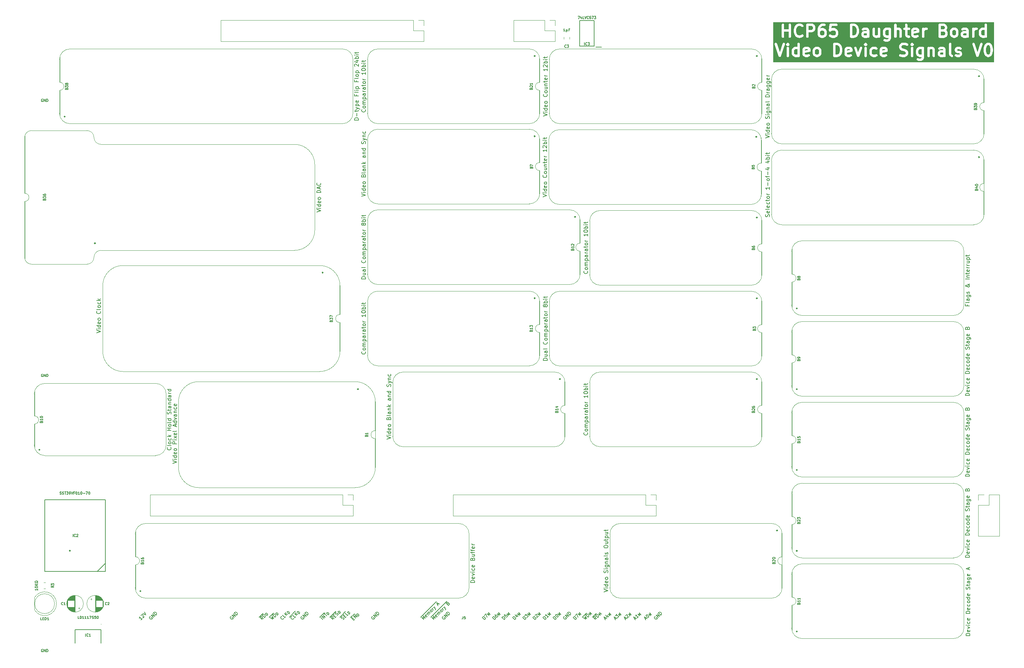
<source format=gto>
%TF.GenerationSoftware,KiCad,Pcbnew,9.0.7-9.0.7~ubuntu24.04.1*%
%TF.CreationDate,2026-01-20T17:29:24+02:00*%
%TF.ProjectId,Video Board - Signals,56696465-6f20-4426-9f61-7264202d2053,V0*%
%TF.SameCoordinates,Original*%
%TF.FileFunction,Legend,Top*%
%TF.FilePolarity,Positive*%
%FSLAX46Y46*%
G04 Gerber Fmt 4.6, Leading zero omitted, Abs format (unit mm)*
G04 Created by KiCad (PCBNEW 9.0.7-9.0.7~ubuntu24.04.1) date 2026-01-20 17:29:24*
%MOMM*%
%LPD*%
G01*
G04 APERTURE LIST*
%ADD10C,0.200000*%
%ADD11C,0.600000*%
%ADD12C,0.150000*%
%ADD13C,0.120000*%
%ADD14C,0.239605*%
%ADD15C,0.100000*%
%ADD16C,0.227000*%
G04 APERTURE END LIST*
D10*
X53321832Y5680621D02*
X53510394Y5869182D01*
X53887517Y5653683D02*
X53618143Y5384309D01*
X53618143Y5384309D02*
X53052458Y5949995D01*
X53052458Y5949995D02*
X53321832Y6219369D01*
X54129954Y5896120D02*
X53564269Y6461806D01*
X53564269Y6461806D02*
X54453203Y6219369D01*
X54453203Y6219369D02*
X53887518Y6785054D01*
X52817294Y6028921D02*
X53808591Y7020218D01*
X54758134Y6399311D02*
X54305586Y6851859D01*
X54305586Y6851859D02*
X54413335Y6959609D01*
X54413335Y6959609D02*
X54499535Y7002708D01*
X54499535Y7002708D02*
X54585735Y7002708D01*
X54585735Y7002708D02*
X54650385Y6981159D01*
X54650385Y6981159D02*
X54758134Y6916509D01*
X54758134Y6916509D02*
X54822784Y6851859D01*
X54822784Y6851859D02*
X54887434Y6744109D01*
X54887434Y6744109D02*
X54908984Y6679460D01*
X54908984Y6679460D02*
X54908984Y6593260D01*
X54908984Y6593260D02*
X54865884Y6507060D01*
X54865884Y6507060D02*
X54758134Y6399311D01*
X58328707Y6346369D02*
X58247894Y6319431D01*
X58247894Y6319431D02*
X58167082Y6238619D01*
X58167082Y6238619D02*
X58113207Y6130869D01*
X58113207Y6130869D02*
X58113207Y6023120D01*
X58113207Y6023120D02*
X58140145Y5942308D01*
X58140145Y5942308D02*
X58220957Y5807621D01*
X58220957Y5807621D02*
X58301769Y5726808D01*
X58301769Y5726808D02*
X58436456Y5645996D01*
X58436456Y5645996D02*
X58517268Y5619059D01*
X58517268Y5619059D02*
X58625018Y5619059D01*
X58625018Y5619059D02*
X58732768Y5672934D01*
X58732768Y5672934D02*
X58786642Y5726808D01*
X58786642Y5726808D02*
X58840517Y5834558D01*
X58840517Y5834558D02*
X58840517Y5888433D01*
X58840517Y5888433D02*
X58651955Y6076995D01*
X58651955Y6076995D02*
X58544206Y5969245D01*
X59136829Y6076995D02*
X58571143Y6642680D01*
X58571143Y6642680D02*
X59460077Y6400243D01*
X59460077Y6400243D02*
X58894392Y6965929D01*
X59729451Y6669617D02*
X59163766Y7235303D01*
X59163766Y7235303D02*
X59298453Y7369990D01*
X59298453Y7369990D02*
X59406202Y7423865D01*
X59406202Y7423865D02*
X59513952Y7423865D01*
X59513952Y7423865D02*
X59594764Y7396927D01*
X59594764Y7396927D02*
X59729451Y7316115D01*
X59729451Y7316115D02*
X59810263Y7235303D01*
X59810263Y7235303D02*
X59891076Y7100616D01*
X59891076Y7100616D02*
X59918013Y7019804D01*
X59918013Y7019804D02*
X59918013Y6912054D01*
X59918013Y6912054D02*
X59864138Y6804304D01*
X59864138Y6804304D02*
X59729451Y6669617D01*
X22768707Y6346369D02*
X22687894Y6319431D01*
X22687894Y6319431D02*
X22607082Y6238619D01*
X22607082Y6238619D02*
X22553207Y6130869D01*
X22553207Y6130869D02*
X22553207Y6023120D01*
X22553207Y6023120D02*
X22580145Y5942308D01*
X22580145Y5942308D02*
X22660957Y5807621D01*
X22660957Y5807621D02*
X22741769Y5726808D01*
X22741769Y5726808D02*
X22876456Y5645996D01*
X22876456Y5645996D02*
X22957268Y5619059D01*
X22957268Y5619059D02*
X23065018Y5619059D01*
X23065018Y5619059D02*
X23172768Y5672934D01*
X23172768Y5672934D02*
X23226642Y5726808D01*
X23226642Y5726808D02*
X23280517Y5834558D01*
X23280517Y5834558D02*
X23280517Y5888433D01*
X23280517Y5888433D02*
X23091955Y6076995D01*
X23091955Y6076995D02*
X22984206Y5969245D01*
X23576829Y6076995D02*
X23011143Y6642680D01*
X23011143Y6642680D02*
X23900077Y6400243D01*
X23900077Y6400243D02*
X23334392Y6965929D01*
X24169451Y6669617D02*
X23603766Y7235303D01*
X23603766Y7235303D02*
X23738453Y7369990D01*
X23738453Y7369990D02*
X23846202Y7423865D01*
X23846202Y7423865D02*
X23953952Y7423865D01*
X23953952Y7423865D02*
X24034764Y7396927D01*
X24034764Y7396927D02*
X24169451Y7316115D01*
X24169451Y7316115D02*
X24250263Y7235303D01*
X24250263Y7235303D02*
X24331076Y7100616D01*
X24331076Y7100616D02*
X24358013Y7019804D01*
X24358013Y7019804D02*
X24358013Y6912054D01*
X24358013Y6912054D02*
X24304138Y6804304D01*
X24304138Y6804304D02*
X24169451Y6669617D01*
X126962581Y5645996D02*
X127231955Y5915370D01*
X127070331Y5430497D02*
X126693207Y6184744D01*
X126693207Y6184744D02*
X127447455Y5807621D01*
X127178080Y6669617D02*
X127231955Y6723492D01*
X127231955Y6723492D02*
X127312767Y6750429D01*
X127312767Y6750429D02*
X127366642Y6750429D01*
X127366642Y6750429D02*
X127447454Y6723492D01*
X127447454Y6723492D02*
X127582141Y6642680D01*
X127582141Y6642680D02*
X127716828Y6507993D01*
X127716828Y6507993D02*
X127797641Y6373306D01*
X127797641Y6373306D02*
X127824578Y6292494D01*
X127824578Y6292494D02*
X127824578Y6238619D01*
X127824578Y6238619D02*
X127797641Y6157807D01*
X127797641Y6157807D02*
X127743766Y6103932D01*
X127743766Y6103932D02*
X127662954Y6076994D01*
X127662954Y6076994D02*
X127609079Y6076994D01*
X127609079Y6076994D02*
X127528267Y6103932D01*
X127528267Y6103932D02*
X127393580Y6184744D01*
X127393580Y6184744D02*
X127258893Y6319431D01*
X127258893Y6319431D02*
X127178080Y6454118D01*
X127178080Y6454118D02*
X127151143Y6534930D01*
X127151143Y6534930D02*
X127151143Y6588805D01*
X127151143Y6588805D02*
X127178080Y6669617D01*
X128210322Y6445498D02*
X127757773Y6898047D01*
X127757773Y6898047D02*
X128231872Y6725647D01*
X128231872Y6725647D02*
X128059472Y7199746D01*
X128059472Y7199746D02*
X128512021Y6747197D01*
X89051143Y5511309D02*
X88485458Y6076995D01*
X88485458Y6076995D02*
X88620145Y6211682D01*
X88620145Y6211682D02*
X88727894Y6265556D01*
X88727894Y6265556D02*
X88835644Y6265556D01*
X88835644Y6265556D02*
X88916456Y6238619D01*
X88916456Y6238619D02*
X89051143Y6157807D01*
X89051143Y6157807D02*
X89131955Y6076995D01*
X89131955Y6076995D02*
X89212768Y5942308D01*
X89212768Y5942308D02*
X89239705Y5861495D01*
X89239705Y5861495D02*
X89239705Y5753746D01*
X89239705Y5753746D02*
X89185830Y5645996D01*
X89185830Y5645996D02*
X89051143Y5511309D01*
X89293580Y6885117D02*
X89185830Y6777367D01*
X89185830Y6777367D02*
X89158893Y6696555D01*
X89158893Y6696555D02*
X89158893Y6642680D01*
X89158893Y6642680D02*
X89185830Y6507993D01*
X89185830Y6507993D02*
X89266642Y6373306D01*
X89266642Y6373306D02*
X89482142Y6157807D01*
X89482142Y6157807D02*
X89562954Y6130869D01*
X89562954Y6130869D02*
X89616829Y6130869D01*
X89616829Y6130869D02*
X89697641Y6157807D01*
X89697641Y6157807D02*
X89805390Y6265556D01*
X89805390Y6265556D02*
X89832328Y6346369D01*
X89832328Y6346369D02*
X89832328Y6400243D01*
X89832328Y6400243D02*
X89805390Y6481056D01*
X89805390Y6481056D02*
X89670703Y6615743D01*
X89670703Y6615743D02*
X89589891Y6642680D01*
X89589891Y6642680D02*
X89536016Y6642680D01*
X89536016Y6642680D02*
X89455204Y6615743D01*
X89455204Y6615743D02*
X89347455Y6507993D01*
X89347455Y6507993D02*
X89320517Y6427181D01*
X89320517Y6427181D02*
X89320517Y6373306D01*
X89320517Y6373306D02*
X89347455Y6292494D01*
X90191134Y6526311D02*
X89738586Y6978859D01*
X89738586Y6978859D02*
X90212684Y6806460D01*
X90212684Y6806460D02*
X90040285Y7280558D01*
X90040285Y7280558D02*
X90492833Y6828010D01*
X38520517Y5888433D02*
X38520517Y5834558D01*
X38520517Y5834558D02*
X38466642Y5726808D01*
X38466642Y5726808D02*
X38412768Y5672934D01*
X38412768Y5672934D02*
X38305018Y5619059D01*
X38305018Y5619059D02*
X38197268Y5619059D01*
X38197268Y5619059D02*
X38116456Y5645996D01*
X38116456Y5645996D02*
X37981769Y5726808D01*
X37981769Y5726808D02*
X37900957Y5807621D01*
X37900957Y5807621D02*
X37820145Y5942308D01*
X37820145Y5942308D02*
X37793207Y6023120D01*
X37793207Y6023120D02*
X37793207Y6130869D01*
X37793207Y6130869D02*
X37847082Y6238619D01*
X37847082Y6238619D02*
X37900957Y6292494D01*
X37900957Y6292494D02*
X38008707Y6346369D01*
X38008707Y6346369D02*
X38062581Y6346369D01*
X39086203Y6346369D02*
X38816829Y6076995D01*
X38816829Y6076995D02*
X38251143Y6642680D01*
X39274764Y6534930D02*
X38709079Y7100616D01*
X39598013Y6858179D02*
X39032328Y6938991D01*
X39032328Y7423865D02*
X39032328Y6777367D01*
X37450294Y6155921D02*
X38926464Y7632091D01*
X39876007Y7011184D02*
X39423459Y7463732D01*
X39423459Y7463732D02*
X39531208Y7571482D01*
X39531208Y7571482D02*
X39617408Y7614581D01*
X39617408Y7614581D02*
X39703608Y7614581D01*
X39703608Y7614581D02*
X39768258Y7593032D01*
X39768258Y7593032D02*
X39876007Y7528382D01*
X39876007Y7528382D02*
X39940657Y7463732D01*
X39940657Y7463732D02*
X40005307Y7355982D01*
X40005307Y7355982D02*
X40026857Y7291333D01*
X40026857Y7291333D02*
X40026857Y7205133D01*
X40026857Y7205133D02*
X39983757Y7118933D01*
X39983757Y7118933D02*
X39876007Y7011184D01*
X119342581Y5645996D02*
X119611955Y5915370D01*
X119450331Y5430497D02*
X119073207Y6184744D01*
X119073207Y6184744D02*
X119827455Y5807621D01*
X119396456Y6507993D02*
X119746642Y6858179D01*
X119746642Y6858179D02*
X119773580Y6454118D01*
X119773580Y6454118D02*
X119854392Y6534930D01*
X119854392Y6534930D02*
X119935204Y6561868D01*
X119935204Y6561868D02*
X119989079Y6561868D01*
X119989079Y6561868D02*
X120069891Y6534930D01*
X120069891Y6534930D02*
X120204578Y6400243D01*
X120204578Y6400243D02*
X120231515Y6319431D01*
X120231515Y6319431D02*
X120231515Y6265556D01*
X120231515Y6265556D02*
X120204578Y6184744D01*
X120204578Y6184744D02*
X120042954Y6023120D01*
X120042954Y6023120D02*
X119962141Y5996182D01*
X119962141Y5996182D02*
X119908267Y5996182D01*
X120590322Y6445498D02*
X120137773Y6898047D01*
X120137773Y6898047D02*
X120611872Y6725647D01*
X120611872Y6725647D02*
X120439472Y7199746D01*
X120439472Y7199746D02*
X120892021Y6747197D01*
X35980517Y5888433D02*
X35980517Y5834558D01*
X35980517Y5834558D02*
X35926642Y5726808D01*
X35926642Y5726808D02*
X35872768Y5672934D01*
X35872768Y5672934D02*
X35765018Y5619059D01*
X35765018Y5619059D02*
X35657268Y5619059D01*
X35657268Y5619059D02*
X35576456Y5645996D01*
X35576456Y5645996D02*
X35441769Y5726808D01*
X35441769Y5726808D02*
X35360957Y5807621D01*
X35360957Y5807621D02*
X35280145Y5942308D01*
X35280145Y5942308D02*
X35253207Y6023120D01*
X35253207Y6023120D02*
X35253207Y6130869D01*
X35253207Y6130869D02*
X35307082Y6238619D01*
X35307082Y6238619D02*
X35360957Y6292494D01*
X35360957Y6292494D02*
X35468707Y6346369D01*
X35468707Y6346369D02*
X35522581Y6346369D01*
X36546203Y6346369D02*
X36276829Y6076995D01*
X36276829Y6076995D02*
X35711143Y6642680D01*
X36734764Y6534930D02*
X36169079Y7100616D01*
X37058013Y6858179D02*
X36492328Y6938991D01*
X36492328Y7423865D02*
X36492328Y6777367D01*
X37336007Y7011184D02*
X36883459Y7463732D01*
X36883459Y7463732D02*
X36991208Y7571482D01*
X36991208Y7571482D02*
X37077408Y7614581D01*
X37077408Y7614581D02*
X37163608Y7614581D01*
X37163608Y7614581D02*
X37228258Y7593032D01*
X37228258Y7593032D02*
X37336007Y7528382D01*
X37336007Y7528382D02*
X37400657Y7463732D01*
X37400657Y7463732D02*
X37465307Y7355982D01*
X37465307Y7355982D02*
X37486857Y7291333D01*
X37486857Y7291333D02*
X37486857Y7205133D01*
X37486857Y7205133D02*
X37443757Y7118933D01*
X37443757Y7118933D02*
X37336007Y7011184D01*
X447455Y5807621D02*
X124206Y5484372D01*
X285830Y5645996D02*
X-279854Y6211682D01*
X-279854Y6211682D02*
X-252917Y6076995D01*
X-252917Y6076995D02*
X-252917Y5969245D01*
X-252917Y5969245D02*
X-279854Y5888433D01*
X151143Y6534931D02*
X151143Y6588805D01*
X151143Y6588805D02*
X178081Y6669618D01*
X178081Y6669618D02*
X312768Y6804305D01*
X312768Y6804305D02*
X393580Y6831242D01*
X393580Y6831242D02*
X447455Y6831242D01*
X447455Y6831242D02*
X528267Y6804305D01*
X528267Y6804305D02*
X582142Y6750430D01*
X582142Y6750430D02*
X636017Y6642680D01*
X636017Y6642680D02*
X636017Y5996183D01*
X636017Y5996183D02*
X986203Y6346369D01*
X582142Y7073679D02*
X1336389Y6696555D01*
X1336389Y6696555D02*
X959266Y7450802D01*
X99211143Y5511309D02*
X98645458Y6076995D01*
X98645458Y6076995D02*
X98780145Y6211682D01*
X98780145Y6211682D02*
X98887894Y6265556D01*
X98887894Y6265556D02*
X98995644Y6265556D01*
X98995644Y6265556D02*
X99076456Y6238619D01*
X99076456Y6238619D02*
X99211143Y6157807D01*
X99211143Y6157807D02*
X99291955Y6076995D01*
X99291955Y6076995D02*
X99372768Y5942308D01*
X99372768Y5942308D02*
X99399705Y5861495D01*
X99399705Y5861495D02*
X99399705Y5753746D01*
X99399705Y5753746D02*
X99345830Y5645996D01*
X99345830Y5645996D02*
X99211143Y5511309D01*
X99238081Y6561868D02*
X99238081Y6615743D01*
X99238081Y6615743D02*
X99265018Y6696555D01*
X99265018Y6696555D02*
X99399705Y6831242D01*
X99399705Y6831242D02*
X99480517Y6858179D01*
X99480517Y6858179D02*
X99534392Y6858179D01*
X99534392Y6858179D02*
X99615204Y6831242D01*
X99615204Y6831242D02*
X99669079Y6777367D01*
X99669079Y6777367D02*
X99722954Y6669617D01*
X99722954Y6669617D02*
X99722954Y6023120D01*
X99722954Y6023120D02*
X100073140Y6373306D01*
X100351134Y6526311D02*
X99898586Y6978859D01*
X99898586Y6978859D02*
X100372684Y6806460D01*
X100372684Y6806460D02*
X100200285Y7280558D01*
X100200285Y7280558D02*
X100652833Y6828010D01*
X114774392Y5834558D02*
X114316456Y5915370D01*
X114451143Y5511309D02*
X113885458Y6076995D01*
X113885458Y6076995D02*
X114100957Y6292494D01*
X114100957Y6292494D02*
X114181769Y6319431D01*
X114181769Y6319431D02*
X114235644Y6319431D01*
X114235644Y6319431D02*
X114316456Y6292494D01*
X114316456Y6292494D02*
X114397268Y6211682D01*
X114397268Y6211682D02*
X114424206Y6130869D01*
X114424206Y6130869D02*
X114424206Y6076995D01*
X114424206Y6076995D02*
X114397268Y5996182D01*
X114397268Y5996182D02*
X114181769Y5780683D01*
X115016829Y6076995D02*
X114451143Y6642680D01*
X114451143Y6642680D02*
X114585830Y6777367D01*
X114585830Y6777367D02*
X114693580Y6831242D01*
X114693580Y6831242D02*
X114801329Y6831242D01*
X114801329Y6831242D02*
X114882142Y6804304D01*
X114882142Y6804304D02*
X115016829Y6723492D01*
X115016829Y6723492D02*
X115097641Y6642680D01*
X115097641Y6642680D02*
X115178453Y6507993D01*
X115178453Y6507993D02*
X115205390Y6427181D01*
X115205390Y6427181D02*
X115205390Y6319431D01*
X115205390Y6319431D02*
X115151516Y6211682D01*
X115151516Y6211682D02*
X115016829Y6076995D01*
X113650294Y6155921D02*
X114668528Y7174155D01*
X115618071Y6553248D02*
X115165523Y7005796D01*
X115165523Y7005796D02*
X115639621Y6833397D01*
X115639621Y6833397D02*
X115467222Y7307495D01*
X115467222Y7307495D02*
X115919770Y6854947D01*
D11*
G36*
X196485286Y149030158D02*
G01*
X196485286Y147686693D01*
X196428751Y147658426D01*
X195998963Y147658426D01*
X195820136Y147747840D01*
X195746127Y147821849D01*
X195656714Y148000675D01*
X195656714Y148716178D01*
X195746127Y148895004D01*
X195820136Y148969013D01*
X195998963Y149058426D01*
X196428751Y149058426D01*
X196485286Y149030158D01*
G37*
G36*
X165199571Y149030158D02*
G01*
X165199571Y147686693D01*
X165143036Y147658426D01*
X164713248Y147658426D01*
X164534421Y147747840D01*
X164460412Y147821849D01*
X164370999Y148000675D01*
X164370999Y148716178D01*
X164460412Y148895004D01*
X164534421Y148969013D01*
X164713248Y149058426D01*
X165143036Y149058426D01*
X165199571Y149030158D01*
G37*
G36*
X167847392Y148991962D02*
G01*
X167899744Y148887259D01*
X167085285Y148724367D01*
X167085285Y148859035D01*
X167151748Y148991962D01*
X167284677Y149058426D01*
X167714465Y149058426D01*
X167847392Y148991962D01*
G37*
G36*
X170464720Y148969013D02*
G01*
X170538730Y148895003D01*
X170628143Y148716178D01*
X170628143Y148000675D01*
X170538730Y147821849D01*
X170464721Y147747840D01*
X170285893Y147658426D01*
X169998963Y147658426D01*
X169820136Y147747840D01*
X169746127Y147821849D01*
X169656714Y148000675D01*
X169656714Y148716178D01*
X169746127Y148895004D01*
X169820136Y148969013D01*
X169998963Y149058426D01*
X170285894Y149058426D01*
X170464720Y148969013D01*
G37*
G36*
X175480374Y149953358D02*
G01*
X175681587Y149752146D01*
X175787943Y149539434D01*
X175913857Y149035780D01*
X175913857Y148681073D01*
X175787943Y148177419D01*
X175681587Y147964706D01*
X175480374Y147763493D01*
X175165173Y147658426D01*
X174799571Y147658426D01*
X174799571Y150058426D01*
X175165174Y150058426D01*
X175480374Y149953358D01*
G37*
G36*
X178418821Y148991962D02*
G01*
X178471173Y148887259D01*
X177656714Y148724367D01*
X177656714Y148859035D01*
X177723177Y148991962D01*
X177856106Y149058426D01*
X178285894Y149058426D01*
X178418821Y148991962D01*
G37*
G36*
X187275964Y148991962D02*
G01*
X187328316Y148887259D01*
X186513857Y148724367D01*
X186513857Y148859035D01*
X186580320Y148991962D01*
X186713249Y149058426D01*
X187143037Y149058426D01*
X187275964Y148991962D01*
G37*
G36*
X201913858Y147686693D02*
G01*
X201857323Y147658426D01*
X201284678Y147658426D01*
X201151749Y147724890D01*
X201085286Y147857818D01*
X201085286Y148001892D01*
X201151749Y148134819D01*
X201284678Y148201284D01*
X201913858Y148201284D01*
X201913858Y147686693D01*
G37*
G36*
X213464721Y149969012D02*
G01*
X213538731Y149895003D01*
X213645087Y149682291D01*
X213771001Y149178637D01*
X213771001Y148538216D01*
X213645087Y148034562D01*
X213538731Y147821849D01*
X213464722Y147747840D01*
X213285894Y147658426D01*
X213141822Y147658426D01*
X212962993Y147747840D01*
X212888984Y147821849D01*
X212782628Y148034561D01*
X212656715Y148538216D01*
X212656715Y149178636D01*
X212782628Y149682291D01*
X212888984Y149895003D01*
X212962994Y149969012D01*
X213141821Y150058426D01*
X213285895Y150058426D01*
X213464721Y149969012D01*
G37*
G36*
X188128142Y153859990D02*
G01*
X188128142Y152516525D01*
X188071607Y152488258D01*
X187641819Y152488258D01*
X187462992Y152577672D01*
X187388983Y152651681D01*
X187299570Y152830507D01*
X187299570Y153546010D01*
X187388983Y153724836D01*
X187462992Y153798845D01*
X187641819Y153888258D01*
X188071607Y153888258D01*
X188128142Y153859990D01*
G37*
G36*
X171821862Y153655988D02*
G01*
X171895871Y153581979D01*
X171985284Y153403153D01*
X171985284Y152830507D01*
X171895871Y152651681D01*
X171821862Y152577672D01*
X171643035Y152488258D01*
X171213247Y152488258D01*
X171034420Y152577672D01*
X170960411Y152651681D01*
X170870998Y152830507D01*
X170870998Y153403153D01*
X170960411Y153581979D01*
X171034420Y153655988D01*
X171213247Y153745401D01*
X171643035Y153745401D01*
X171821862Y153655988D01*
G37*
G36*
X179694658Y154783190D02*
G01*
X179895871Y154581978D01*
X180002227Y154369266D01*
X180128141Y153865612D01*
X180128141Y153510905D01*
X180002227Y153007251D01*
X179895871Y152794538D01*
X179694658Y152593325D01*
X179379457Y152488258D01*
X179013855Y152488258D01*
X179013855Y154888258D01*
X179379458Y154888258D01*
X179694658Y154783190D01*
G37*
G36*
X182699570Y152516525D02*
G01*
X182643035Y152488258D01*
X182070390Y152488258D01*
X181937461Y152554722D01*
X181870998Y152687650D01*
X181870998Y152831724D01*
X181937461Y152964651D01*
X182070390Y153031116D01*
X182699570Y153031116D01*
X182699570Y152516525D01*
G37*
G36*
X195204535Y153821794D02*
G01*
X195256887Y153717091D01*
X194442428Y153554199D01*
X194442428Y153688867D01*
X194508891Y153821794D01*
X194641820Y153888258D01*
X195071608Y153888258D01*
X195204535Y153821794D01*
G37*
G36*
X202266089Y153354620D02*
G01*
X202324443Y153296265D01*
X202413857Y153117438D01*
X202413857Y152830507D01*
X202324444Y152651681D01*
X202250435Y152577672D01*
X202071608Y152488258D01*
X201299571Y152488258D01*
X201299571Y153459687D01*
X201950888Y153459687D01*
X202266089Y153354620D01*
G37*
G36*
X202107578Y154798844D02*
G01*
X202181587Y154724836D01*
X202271000Y154546010D01*
X202271000Y154401935D01*
X202181586Y154223108D01*
X202107578Y154149100D01*
X201928751Y154059687D01*
X201299571Y154059687D01*
X201299571Y154888258D01*
X201928751Y154888258D01*
X202107578Y154798844D01*
G37*
G36*
X204964720Y153798845D02*
G01*
X205038730Y153724835D01*
X205128143Y153546010D01*
X205128143Y152830507D01*
X205038730Y152651681D01*
X204964721Y152577672D01*
X204785893Y152488258D01*
X204498963Y152488258D01*
X204320136Y152577672D01*
X204246127Y152651681D01*
X204156714Y152830507D01*
X204156714Y153546010D01*
X204246127Y153724836D01*
X204320136Y153798845D01*
X204498963Y153888258D01*
X204785894Y153888258D01*
X204964720Y153798845D01*
G37*
G36*
X207699572Y152516525D02*
G01*
X207643037Y152488258D01*
X207070392Y152488258D01*
X206937463Y152554722D01*
X206871000Y152687650D01*
X206871000Y152831724D01*
X206937463Y152964651D01*
X207070392Y153031116D01*
X207699572Y153031116D01*
X207699572Y152516525D01*
G37*
G36*
X212271001Y153859990D02*
G01*
X212271001Y152516525D01*
X212214466Y152488258D01*
X211784678Y152488258D01*
X211605851Y152577672D01*
X211531842Y152651681D01*
X211442429Y152830507D01*
X211442429Y153546010D01*
X211531842Y153724836D01*
X211605851Y153798845D01*
X211784678Y153888258D01*
X212214466Y153888258D01*
X212271001Y153859990D01*
G37*
G36*
X168964719Y154798844D02*
G01*
X169038728Y154724836D01*
X169128141Y154546010D01*
X169128141Y154259078D01*
X169038728Y154080252D01*
X168964719Y154006243D01*
X168785892Y153916830D01*
X168013855Y153916830D01*
X168013855Y154888258D01*
X168785892Y154888258D01*
X168964719Y154798844D01*
G37*
G36*
X214704334Y145725093D02*
G01*
X159152707Y145725093D01*
X159152707Y150379693D01*
X159486040Y150379693D01*
X159490732Y150301518D01*
X159500680Y150263558D01*
X160500680Y147263557D01*
X160501526Y147261480D01*
X160501741Y147260434D01*
X160502893Y147258128D01*
X160515498Y147227221D01*
X160527238Y147209438D01*
X160536765Y147190386D01*
X160548718Y147176905D01*
X160558649Y147161865D01*
X160574590Y147147728D01*
X160588724Y147131790D01*
X160603761Y147121861D01*
X160617245Y147109905D01*
X160636304Y147100375D01*
X160654080Y147088639D01*
X160671171Y147082941D01*
X160687293Y147074881D01*
X160708170Y147070608D01*
X160728377Y147063873D01*
X160746359Y147062793D01*
X160764018Y147059180D01*
X160785291Y147060457D01*
X160806552Y147059181D01*
X160824202Y147062792D01*
X160842193Y147063873D01*
X160862407Y147070611D01*
X160883277Y147074882D01*
X160899392Y147082939D01*
X160916490Y147088639D01*
X160934273Y147100380D01*
X160953325Y147109906D01*
X160966801Y147121856D01*
X160981846Y147131789D01*
X160995984Y147147733D01*
X161011921Y147161865D01*
X161021848Y147176901D01*
X161033805Y147190385D01*
X161043332Y147209441D01*
X161055072Y147227221D01*
X161067674Y147258124D01*
X161068829Y147260434D01*
X161069043Y147261482D01*
X161069890Y147263558D01*
X161768179Y149358426D01*
X162485285Y149358426D01*
X162485285Y147358426D01*
X162487852Y147319268D01*
X162508121Y147243621D01*
X162547279Y147175798D01*
X162602657Y147120420D01*
X162670480Y147081262D01*
X162746127Y147060993D01*
X162824443Y147060993D01*
X162900090Y147081262D01*
X162967913Y147120420D01*
X163023291Y147175798D01*
X163062449Y147243621D01*
X163082718Y147319268D01*
X163085285Y147358426D01*
X163085285Y148786998D01*
X163770999Y148786998D01*
X163770999Y147929855D01*
X163772059Y147913677D01*
X163771754Y147908588D01*
X163772694Y147903992D01*
X163773566Y147890697D01*
X163781393Y147861484D01*
X163787455Y147831863D01*
X163792619Y147819584D01*
X163793835Y147815050D01*
X163796386Y147810630D01*
X163802671Y147795691D01*
X163945528Y147509977D01*
X163965336Y147476101D01*
X163971330Y147469340D01*
X163975850Y147461513D01*
X164001724Y147432009D01*
X164144581Y147289152D01*
X164174085Y147263278D01*
X164181912Y147258758D01*
X164188673Y147252764D01*
X164222549Y147232956D01*
X164508263Y147090098D01*
X164523206Y147083811D01*
X164527623Y147081262D01*
X164532154Y147080047D01*
X164544435Y147074882D01*
X164574059Y147068819D01*
X164603270Y147060993D01*
X164616565Y147060121D01*
X164621161Y147059181D01*
X164626250Y147059486D01*
X164642428Y147058426D01*
X165213856Y147058426D01*
X165230033Y147059486D01*
X165235123Y147059181D01*
X165239718Y147060121D01*
X165253014Y147060993D01*
X165282226Y147068820D01*
X165311848Y147074882D01*
X165324126Y147080046D01*
X165328661Y147081262D01*
X165333080Y147083813D01*
X165348020Y147090098D01*
X165359510Y147095843D01*
X165384766Y147081262D01*
X165460413Y147060993D01*
X165538729Y147060993D01*
X165614376Y147081262D01*
X165682199Y147120420D01*
X165737577Y147175798D01*
X165776735Y147243621D01*
X165797004Y147319268D01*
X165799571Y147358426D01*
X165799571Y148929855D01*
X166485285Y148929855D01*
X166485285Y147786998D01*
X166486345Y147770820D01*
X166486040Y147765731D01*
X166486980Y147761135D01*
X166487852Y147747840D01*
X166495679Y147718627D01*
X166501741Y147689006D01*
X166506905Y147676727D01*
X166508121Y147672193D01*
X166510672Y147667773D01*
X166516957Y147652834D01*
X166659814Y147367120D01*
X166679622Y147333244D01*
X166691577Y147319761D01*
X166701506Y147304724D01*
X166717443Y147290591D01*
X166731581Y147274648D01*
X166746622Y147264716D01*
X166760102Y147252764D01*
X166793978Y147232956D01*
X167079692Y147090098D01*
X167094635Y147083811D01*
X167099052Y147081262D01*
X167103583Y147080047D01*
X167115864Y147074882D01*
X167145488Y147068819D01*
X167174699Y147060993D01*
X167187994Y147060121D01*
X167192590Y147059181D01*
X167197679Y147059486D01*
X167213857Y147058426D01*
X167785285Y147058426D01*
X167801462Y147059486D01*
X167806553Y147059181D01*
X167811148Y147060121D01*
X167824443Y147060993D01*
X167853652Y147068819D01*
X167883278Y147074882D01*
X167895558Y147080047D01*
X167900090Y147081262D01*
X167904506Y147083811D01*
X167919450Y147090098D01*
X168205163Y147232956D01*
X168239039Y147252764D01*
X168297635Y147304724D01*
X168340786Y147370079D01*
X168365552Y147444377D01*
X168370244Y147522551D01*
X168354543Y147599277D01*
X168319518Y147669325D01*
X168267559Y147727921D01*
X168202203Y147771071D01*
X168127906Y147795837D01*
X168049731Y147800529D01*
X167973006Y147784828D01*
X167936834Y147769612D01*
X167714464Y147658426D01*
X167284677Y147658426D01*
X167151748Y147724890D01*
X167085285Y147857818D01*
X167085285Y148112485D01*
X168272692Y148349967D01*
X168310586Y148360163D01*
X168319286Y148364464D01*
X168328662Y148366977D01*
X168354271Y148381762D01*
X168380789Y148394874D01*
X168388082Y148401283D01*
X168396485Y148406135D01*
X168417395Y148427045D01*
X168439615Y148446573D01*
X168444999Y148454649D01*
X168451863Y148461513D01*
X168466653Y148487131D01*
X168483057Y148511736D01*
X168486166Y148520927D01*
X168491021Y148529336D01*
X168498677Y148557912D01*
X168508153Y148585922D01*
X168508777Y148595606D01*
X168511290Y148604983D01*
X168513857Y148644141D01*
X168513857Y148786998D01*
X169056714Y148786998D01*
X169056714Y147929855D01*
X169057774Y147913677D01*
X169057469Y147908588D01*
X169058409Y147903992D01*
X169059281Y147890697D01*
X169067108Y147861484D01*
X169073170Y147831863D01*
X169078334Y147819584D01*
X169079550Y147815050D01*
X169082101Y147810630D01*
X169088386Y147795691D01*
X169231243Y147509977D01*
X169251051Y147476101D01*
X169257045Y147469340D01*
X169261565Y147461513D01*
X169287439Y147432009D01*
X169430296Y147289152D01*
X169459800Y147263278D01*
X169467627Y147258758D01*
X169474388Y147252764D01*
X169508264Y147232956D01*
X169793978Y147090098D01*
X169808921Y147083811D01*
X169813338Y147081262D01*
X169817869Y147080047D01*
X169830150Y147074882D01*
X169859774Y147068819D01*
X169888985Y147060993D01*
X169902280Y147060121D01*
X169906876Y147059181D01*
X169911965Y147059486D01*
X169928143Y147058426D01*
X170356714Y147058426D01*
X170372891Y147059486D01*
X170377982Y147059181D01*
X170382577Y147060121D01*
X170395872Y147060993D01*
X170425081Y147068819D01*
X170454707Y147074882D01*
X170466987Y147080047D01*
X170471519Y147081262D01*
X170475935Y147083811D01*
X170490879Y147090098D01*
X170776592Y147232956D01*
X170810468Y147252764D01*
X170817229Y147258760D01*
X170825055Y147263278D01*
X170854559Y147289151D01*
X170997417Y147432008D01*
X171023291Y147461512D01*
X171027810Y147469339D01*
X171033806Y147476101D01*
X171053614Y147509977D01*
X171196471Y147795691D01*
X171202755Y147810630D01*
X171205307Y147815050D01*
X171206522Y147819584D01*
X171211687Y147831863D01*
X171217748Y147861484D01*
X171225576Y147890697D01*
X171226447Y147903992D01*
X171227388Y147908588D01*
X171227082Y147913677D01*
X171228143Y147929855D01*
X171228143Y148786998D01*
X171227082Y148803175D01*
X171227388Y148808265D01*
X171226447Y148812860D01*
X171225576Y148826156D01*
X171217748Y148855368D01*
X171211687Y148884990D01*
X171206522Y148897268D01*
X171205307Y148901803D01*
X171202755Y148906222D01*
X171196471Y148921162D01*
X171053614Y149206876D01*
X171033806Y149240752D01*
X171027810Y149247513D01*
X171023291Y149255341D01*
X170997417Y149284845D01*
X170854559Y149427702D01*
X170825055Y149453575D01*
X170817230Y149458092D01*
X170810468Y149464089D01*
X170776592Y149483897D01*
X170490878Y149626754D01*
X170475938Y149633038D01*
X170471519Y149635590D01*
X170466984Y149636805D01*
X170454706Y149641970D01*
X170425084Y149648031D01*
X170395872Y149655859D01*
X170382576Y149656730D01*
X170377981Y149657671D01*
X170372891Y149657365D01*
X170356714Y149658426D01*
X169928143Y149658426D01*
X169911966Y149657365D01*
X169906877Y149657671D01*
X169902281Y149656730D01*
X169888985Y149655859D01*
X169859771Y149648031D01*
X169830151Y149641970D01*
X169817872Y149636805D01*
X169813338Y149635590D01*
X169808918Y149633038D01*
X169793979Y149626754D01*
X169508264Y149483897D01*
X169474388Y149464089D01*
X169467627Y149458094D01*
X169459800Y149453575D01*
X169430296Y149427701D01*
X169287439Y149284844D01*
X169261565Y149255340D01*
X169257045Y149247512D01*
X169251051Y149240752D01*
X169231243Y149206876D01*
X169088386Y148921162D01*
X169082101Y148906222D01*
X169079550Y148901803D01*
X169078334Y148897268D01*
X169073170Y148884990D01*
X169067108Y148855368D01*
X169059281Y148826156D01*
X169058409Y148812860D01*
X169057469Y148808265D01*
X169057774Y148803175D01*
X169056714Y148786998D01*
X168513857Y148786998D01*
X168513857Y148929855D01*
X168512796Y148946032D01*
X168513102Y148951123D01*
X168512161Y148955718D01*
X168511290Y148969013D01*
X168503463Y148998222D01*
X168497401Y149027848D01*
X168492235Y149040128D01*
X168491021Y149044660D01*
X168488471Y149049076D01*
X168482185Y149064020D01*
X168339327Y149349734D01*
X168319519Y149383610D01*
X168307563Y149397092D01*
X168297635Y149412130D01*
X168281695Y149426264D01*
X168267559Y149442206D01*
X168252518Y149452136D01*
X168239039Y149464089D01*
X168205163Y149483897D01*
X167919449Y149626754D01*
X167904509Y149633038D01*
X167900090Y149635590D01*
X167895555Y149636805D01*
X167883277Y149641970D01*
X167853655Y149648031D01*
X167824443Y149655859D01*
X167811147Y149656730D01*
X167806552Y149657671D01*
X167801462Y149657365D01*
X167785285Y149658426D01*
X167213857Y149658426D01*
X167197680Y149657365D01*
X167192591Y149657671D01*
X167187995Y149656730D01*
X167174699Y149655859D01*
X167145485Y149648031D01*
X167115865Y149641970D01*
X167103586Y149636805D01*
X167099052Y149635590D01*
X167094632Y149633038D01*
X167079693Y149626754D01*
X166793978Y149483897D01*
X166760102Y149464089D01*
X166746621Y149452135D01*
X166731581Y149442205D01*
X166717446Y149426264D01*
X166701506Y149412130D01*
X166691574Y149397088D01*
X166679622Y149383609D01*
X166659814Y149349733D01*
X166516957Y149064019D01*
X166510672Y149049079D01*
X166508121Y149044660D01*
X166506905Y149040125D01*
X166501741Y149027847D01*
X166495679Y148998225D01*
X166487852Y148969013D01*
X166486980Y148955717D01*
X166486040Y148951122D01*
X166486345Y148946032D01*
X166485285Y148929855D01*
X165799571Y148929855D01*
X165799571Y150358426D01*
X174199571Y150358426D01*
X174199571Y147358426D01*
X174202138Y147319268D01*
X174222407Y147243621D01*
X174261565Y147175798D01*
X174316943Y147120420D01*
X174384766Y147081262D01*
X174460413Y147060993D01*
X174499571Y147058426D01*
X175213857Y147058426D01*
X175253015Y147060993D01*
X175261746Y147063332D01*
X175270766Y147063874D01*
X175308726Y147073821D01*
X175737297Y147216679D01*
X175752307Y147222800D01*
X175757233Y147224120D01*
X175761295Y147226465D01*
X175773634Y147231497D01*
X175798871Y147248160D01*
X175825056Y147263278D01*
X175835072Y147272062D01*
X175838989Y147274648D01*
X175842373Y147278465D01*
X175854560Y147289152D01*
X176140274Y147574865D01*
X176166148Y147604369D01*
X176170667Y147612196D01*
X176176663Y147618958D01*
X176196471Y147652834D01*
X176339328Y147938548D01*
X176347513Y147958006D01*
X176350055Y147962585D01*
X176352033Y147968752D01*
X176354544Y147974720D01*
X176355593Y147979847D01*
X176362043Y147999951D01*
X176504900Y148571380D01*
X176510385Y148601607D01*
X176511290Y148604983D01*
X176511455Y148607500D01*
X176511907Y148609991D01*
X176511848Y148613495D01*
X176513857Y148644141D01*
X176513857Y148929855D01*
X177056714Y148929855D01*
X177056714Y147786998D01*
X177057774Y147770820D01*
X177057469Y147765731D01*
X177058409Y147761135D01*
X177059281Y147747840D01*
X177067108Y147718627D01*
X177073170Y147689006D01*
X177078334Y147676727D01*
X177079550Y147672193D01*
X177082101Y147667773D01*
X177088386Y147652834D01*
X177231243Y147367120D01*
X177251051Y147333244D01*
X177263006Y147319761D01*
X177272935Y147304724D01*
X177288872Y147290591D01*
X177303010Y147274648D01*
X177318051Y147264716D01*
X177331531Y147252764D01*
X177365407Y147232956D01*
X177651121Y147090098D01*
X177666064Y147083811D01*
X177670481Y147081262D01*
X177675012Y147080047D01*
X177687293Y147074882D01*
X177716917Y147068819D01*
X177746128Y147060993D01*
X177759423Y147060121D01*
X177764019Y147059181D01*
X177769108Y147059486D01*
X177785286Y147058426D01*
X178356714Y147058426D01*
X178372891Y147059486D01*
X178377982Y147059181D01*
X178382577Y147060121D01*
X178395872Y147060993D01*
X178425081Y147068819D01*
X178454707Y147074882D01*
X178466987Y147080047D01*
X178471519Y147081262D01*
X178475935Y147083811D01*
X178490879Y147090098D01*
X178776592Y147232956D01*
X178810468Y147252764D01*
X178869064Y147304724D01*
X178912215Y147370079D01*
X178936981Y147444377D01*
X178941673Y147522551D01*
X178925972Y147599277D01*
X178890947Y147669325D01*
X178838988Y147727921D01*
X178773632Y147771071D01*
X178699335Y147795837D01*
X178621160Y147800529D01*
X178544435Y147784828D01*
X178508263Y147769612D01*
X178285893Y147658426D01*
X177856106Y147658426D01*
X177723177Y147724890D01*
X177656714Y147857818D01*
X177656714Y148112485D01*
X178844121Y148349967D01*
X178882015Y148360163D01*
X178890715Y148364464D01*
X178900091Y148366977D01*
X178925700Y148381762D01*
X178952218Y148394874D01*
X178959511Y148401283D01*
X178967914Y148406135D01*
X178988824Y148427045D01*
X179011044Y148446573D01*
X179016428Y148454649D01*
X179023292Y148461513D01*
X179038082Y148487131D01*
X179054486Y148511736D01*
X179057595Y148520927D01*
X179062450Y148529336D01*
X179070106Y148557912D01*
X179079582Y148585922D01*
X179080206Y148595606D01*
X179082719Y148604983D01*
X179085286Y148644141D01*
X179085286Y148929855D01*
X179084225Y148946032D01*
X179084531Y148951123D01*
X179083590Y148955718D01*
X179082719Y148969013D01*
X179074892Y148998222D01*
X179068830Y149027848D01*
X179063664Y149040128D01*
X179062450Y149044660D01*
X179059900Y149049076D01*
X179053614Y149064020D01*
X178910756Y149349734D01*
X178896964Y149373322D01*
X179485656Y149373322D01*
X179492011Y149295265D01*
X179502763Y149257525D01*
X180217049Y147257525D01*
X180232637Y147221512D01*
X180241136Y147209216D01*
X180247534Y147195710D01*
X180263309Y147177138D01*
X180277168Y147157089D01*
X180288559Y147147413D01*
X180298235Y147136022D01*
X180318284Y147122163D01*
X180336856Y147106388D01*
X180350361Y147099990D01*
X180362658Y147091491D01*
X180385612Y147083292D01*
X180407634Y147072862D01*
X180422335Y147070177D01*
X180436411Y147065151D01*
X180460699Y147063173D01*
X180484676Y147058796D01*
X180499572Y147060008D01*
X180514468Y147058796D01*
X180538447Y147063173D01*
X180562733Y147065151D01*
X180576803Y147070176D01*
X180591510Y147072861D01*
X180613537Y147083295D01*
X180636486Y147091491D01*
X180648781Y147099990D01*
X180662288Y147106388D01*
X180680859Y147122163D01*
X180700909Y147136022D01*
X180710584Y147147413D01*
X180721976Y147157089D01*
X180735834Y147177138D01*
X180751610Y147195710D01*
X180758007Y147209216D01*
X180766507Y147221512D01*
X180782095Y147257525D01*
X181496380Y149257525D01*
X181507132Y149295265D01*
X181512274Y149358426D01*
X182056714Y149358426D01*
X182056714Y147358426D01*
X182059281Y147319268D01*
X182079550Y147243621D01*
X182118708Y147175798D01*
X182174086Y147120420D01*
X182241909Y147081262D01*
X182317556Y147060993D01*
X182395872Y147060993D01*
X182471519Y147081262D01*
X182539342Y147120420D01*
X182594720Y147175798D01*
X182633878Y147243621D01*
X182654147Y147319268D01*
X182656714Y147358426D01*
X182656714Y148786998D01*
X183342428Y148786998D01*
X183342428Y147929855D01*
X183343488Y147913677D01*
X183343183Y147908588D01*
X183344123Y147903992D01*
X183344995Y147890697D01*
X183352822Y147861484D01*
X183358884Y147831863D01*
X183364048Y147819584D01*
X183365264Y147815050D01*
X183367815Y147810630D01*
X183374100Y147795691D01*
X183516957Y147509977D01*
X183536765Y147476101D01*
X183542759Y147469340D01*
X183547279Y147461513D01*
X183573153Y147432009D01*
X183716010Y147289152D01*
X183745514Y147263278D01*
X183753341Y147258758D01*
X183760102Y147252764D01*
X183793978Y147232956D01*
X184079692Y147090098D01*
X184094635Y147083811D01*
X184099052Y147081262D01*
X184103583Y147080047D01*
X184115864Y147074882D01*
X184145488Y147068819D01*
X184174699Y147060993D01*
X184187994Y147060121D01*
X184192590Y147059181D01*
X184197679Y147059486D01*
X184213857Y147058426D01*
X184785285Y147058426D01*
X184801462Y147059486D01*
X184806552Y147059181D01*
X184811147Y147060121D01*
X184824443Y147060993D01*
X184853655Y147068820D01*
X184883277Y147074882D01*
X184895555Y147080046D01*
X184900090Y147081262D01*
X184904509Y147083813D01*
X184919449Y147090098D01*
X185205164Y147232956D01*
X185239040Y147252764D01*
X185297636Y147304724D01*
X185340787Y147370079D01*
X185365553Y147444376D01*
X185370245Y147522551D01*
X185354544Y147599276D01*
X185319520Y147669324D01*
X185267560Y147727920D01*
X185202205Y147771071D01*
X185127907Y147795837D01*
X185049733Y147800529D01*
X184973007Y147784828D01*
X184936835Y147769612D01*
X184714465Y147658426D01*
X184284677Y147658426D01*
X184105850Y147747840D01*
X184031841Y147821849D01*
X183942428Y148000675D01*
X183942428Y148716178D01*
X184031841Y148895004D01*
X184105850Y148969013D01*
X184284677Y149058426D01*
X184714465Y149058426D01*
X184936836Y148947241D01*
X184973008Y148932025D01*
X185049734Y148916324D01*
X185127908Y148921016D01*
X185154425Y148929855D01*
X185913857Y148929855D01*
X185913857Y147786998D01*
X185914917Y147770820D01*
X185914612Y147765731D01*
X185915552Y147761135D01*
X185916424Y147747840D01*
X185924251Y147718627D01*
X185930313Y147689006D01*
X185935477Y147676727D01*
X185936693Y147672193D01*
X185939244Y147667773D01*
X185945529Y147652834D01*
X186088386Y147367120D01*
X186108194Y147333244D01*
X186120149Y147319761D01*
X186130078Y147304724D01*
X186146015Y147290591D01*
X186160153Y147274648D01*
X186175194Y147264716D01*
X186188674Y147252764D01*
X186222550Y147232956D01*
X186508264Y147090098D01*
X186523207Y147083811D01*
X186527624Y147081262D01*
X186532155Y147080047D01*
X186544436Y147074882D01*
X186574060Y147068819D01*
X186603271Y147060993D01*
X186616566Y147060121D01*
X186621162Y147059181D01*
X186626251Y147059486D01*
X186642429Y147058426D01*
X187213857Y147058426D01*
X187230034Y147059486D01*
X187235125Y147059181D01*
X187239720Y147060121D01*
X187253015Y147060993D01*
X187282224Y147068819D01*
X187311850Y147074882D01*
X187324130Y147080047D01*
X187328662Y147081262D01*
X187333078Y147083811D01*
X187348022Y147090098D01*
X187633735Y147232956D01*
X187667611Y147252764D01*
X187726207Y147304724D01*
X187769358Y147370079D01*
X187794124Y147444377D01*
X187798816Y147522551D01*
X187783115Y147599277D01*
X187748090Y147669325D01*
X187696131Y147727921D01*
X187630775Y147771071D01*
X187556478Y147795837D01*
X187478303Y147800529D01*
X187401578Y147784828D01*
X187365406Y147769612D01*
X187143036Y147658426D01*
X186713249Y147658426D01*
X186580320Y147724890D01*
X186513857Y147857818D01*
X186513857Y148112485D01*
X187701264Y148349967D01*
X187739158Y148360163D01*
X187747858Y148364464D01*
X187757234Y148366977D01*
X187782843Y148381762D01*
X187809361Y148394874D01*
X187816654Y148401283D01*
X187825057Y148406135D01*
X187845967Y148427045D01*
X187868187Y148446573D01*
X187873571Y148454649D01*
X187880435Y148461513D01*
X187895225Y148487131D01*
X187911629Y148511736D01*
X187914738Y148520927D01*
X187919593Y148529336D01*
X187927249Y148557912D01*
X187936725Y148585922D01*
X187937349Y148595606D01*
X187939862Y148604983D01*
X187942429Y148644141D01*
X187942429Y148929855D01*
X187941368Y148946032D01*
X187941674Y148951123D01*
X187940733Y148955718D01*
X187939862Y148969013D01*
X187932035Y148998222D01*
X187925973Y149027848D01*
X187920807Y149040128D01*
X187919593Y149044660D01*
X187917043Y149049076D01*
X187910757Y149064020D01*
X187767899Y149349734D01*
X187748091Y149383610D01*
X187736135Y149397092D01*
X187726207Y149412130D01*
X187710267Y149426264D01*
X187696131Y149442206D01*
X187681090Y149452136D01*
X187667611Y149464089D01*
X187633735Y149483897D01*
X187348021Y149626754D01*
X187333081Y149633038D01*
X187328662Y149635590D01*
X187324127Y149636805D01*
X187311849Y149641970D01*
X187282227Y149648031D01*
X187253015Y149655859D01*
X187239719Y149656730D01*
X187235124Y149657671D01*
X187230034Y149657365D01*
X187213857Y149658426D01*
X186642429Y149658426D01*
X186626252Y149657365D01*
X186621163Y149657671D01*
X186616567Y149656730D01*
X186603271Y149655859D01*
X186574057Y149648031D01*
X186544437Y149641970D01*
X186532158Y149636805D01*
X186527624Y149635590D01*
X186523204Y149633038D01*
X186508265Y149626754D01*
X186222550Y149483897D01*
X186188674Y149464089D01*
X186175193Y149452135D01*
X186160153Y149442205D01*
X186146018Y149426264D01*
X186130078Y149412130D01*
X186120146Y149397088D01*
X186108194Y149383609D01*
X186088386Y149349733D01*
X185945529Y149064019D01*
X185939244Y149049079D01*
X185936693Y149044660D01*
X185935477Y149040125D01*
X185930313Y149027847D01*
X185924251Y148998225D01*
X185916424Y148969013D01*
X185915552Y148955717D01*
X185914612Y148951122D01*
X185914917Y148946032D01*
X185913857Y148929855D01*
X185154425Y148929855D01*
X185202206Y148945782D01*
X185267561Y148988933D01*
X185319521Y149047529D01*
X185354544Y149117577D01*
X185370246Y149194303D01*
X185365553Y149272477D01*
X185340787Y149346775D01*
X185297636Y149412130D01*
X185239040Y149464089D01*
X185205164Y149483897D01*
X184919449Y149626754D01*
X184904509Y149633038D01*
X184900090Y149635590D01*
X184895555Y149636805D01*
X184883277Y149641970D01*
X184853656Y149648031D01*
X184824443Y149655859D01*
X184811146Y149656730D01*
X184806551Y149657671D01*
X184801461Y149657365D01*
X184785285Y149658426D01*
X184213857Y149658426D01*
X184197680Y149657365D01*
X184192591Y149657671D01*
X184187995Y149656730D01*
X184174699Y149655859D01*
X184145485Y149648031D01*
X184115865Y149641970D01*
X184103586Y149636805D01*
X184099052Y149635590D01*
X184094632Y149633038D01*
X184079693Y149626754D01*
X183793978Y149483897D01*
X183760102Y149464089D01*
X183753341Y149458094D01*
X183745514Y149453575D01*
X183716010Y149427701D01*
X183573153Y149284844D01*
X183547279Y149255340D01*
X183542759Y149247512D01*
X183536765Y149240752D01*
X183516957Y149206876D01*
X183374100Y148921162D01*
X183367815Y148906222D01*
X183365264Y148901803D01*
X183364048Y148897268D01*
X183358884Y148884990D01*
X183352822Y148855368D01*
X183344995Y148826156D01*
X183344123Y148812860D01*
X183343183Y148808265D01*
X183343488Y148803175D01*
X183342428Y148786998D01*
X182656714Y148786998D01*
X182656714Y149358426D01*
X182654147Y149397584D01*
X182633878Y149473231D01*
X182594720Y149541054D01*
X182539342Y149596432D01*
X182471519Y149635590D01*
X182395872Y149655859D01*
X182317556Y149655859D01*
X182241909Y149635590D01*
X182174086Y149596432D01*
X182118708Y149541054D01*
X182079550Y149473231D01*
X182059281Y149397584D01*
X182056714Y149358426D01*
X181512274Y149358426D01*
X181513487Y149373323D01*
X181499422Y149450365D01*
X181465896Y149521142D01*
X181415194Y149580830D01*
X181350771Y149625361D01*
X181277018Y149651702D01*
X181198961Y149658056D01*
X181121919Y149643991D01*
X181051141Y149610465D01*
X180991453Y149559763D01*
X180946922Y149495340D01*
X180931334Y149459327D01*
X180499571Y148250390D01*
X180067809Y149459327D01*
X180052221Y149495340D01*
X180007690Y149559763D01*
X179948002Y149610465D01*
X179877224Y149643991D01*
X179800182Y149658056D01*
X179722125Y149651701D01*
X179648372Y149625361D01*
X179583949Y149580830D01*
X179533247Y149521142D01*
X179499721Y149450364D01*
X179485656Y149373322D01*
X178896964Y149373322D01*
X178890948Y149383610D01*
X178878992Y149397092D01*
X178869064Y149412130D01*
X178853124Y149426264D01*
X178838988Y149442206D01*
X178823947Y149452136D01*
X178810468Y149464089D01*
X178776592Y149483897D01*
X178490878Y149626754D01*
X178475938Y149633038D01*
X178471519Y149635590D01*
X178466984Y149636805D01*
X178454706Y149641970D01*
X178425084Y149648031D01*
X178395872Y149655859D01*
X178382576Y149656730D01*
X178377981Y149657671D01*
X178372891Y149657365D01*
X178356714Y149658426D01*
X177785286Y149658426D01*
X177769109Y149657365D01*
X177764020Y149657671D01*
X177759424Y149656730D01*
X177746128Y149655859D01*
X177716914Y149648031D01*
X177687294Y149641970D01*
X177675015Y149636805D01*
X177670481Y149635590D01*
X177666061Y149633038D01*
X177651122Y149626754D01*
X177365407Y149483897D01*
X177331531Y149464089D01*
X177318050Y149452135D01*
X177303010Y149442205D01*
X177288875Y149426264D01*
X177272935Y149412130D01*
X177263003Y149397088D01*
X177251051Y149383609D01*
X177231243Y149349733D01*
X177088386Y149064019D01*
X177082101Y149049079D01*
X177079550Y149044660D01*
X177078334Y149040125D01*
X177073170Y149027847D01*
X177067108Y148998225D01*
X177059281Y148969013D01*
X177058409Y148955717D01*
X177057469Y148951122D01*
X177057774Y148946032D01*
X177056714Y148929855D01*
X176513857Y148929855D01*
X176513857Y149072712D01*
X176511848Y149103357D01*
X176511907Y149106862D01*
X176511455Y149109352D01*
X176511290Y149111870D01*
X176510385Y149115245D01*
X176504900Y149145473D01*
X176362043Y149716902D01*
X176355593Y149737005D01*
X176354544Y149742133D01*
X176352033Y149748100D01*
X176350055Y149754268D01*
X176347513Y149758846D01*
X176339328Y149778305D01*
X176196471Y150064019D01*
X176176663Y150097895D01*
X176170667Y150104656D01*
X176166148Y150112484D01*
X176140274Y150141988D01*
X176027535Y150254727D01*
X181916424Y150254727D01*
X181916424Y150176411D01*
X181936693Y150100764D01*
X181975851Y150032941D01*
X182001725Y150003437D01*
X182144582Y149860580D01*
X182174085Y149834707D01*
X182174086Y149834706D01*
X182241909Y149795548D01*
X182317556Y149775279D01*
X182395872Y149775279D01*
X182439609Y149786998D01*
X190771000Y149786998D01*
X190771000Y149501284D01*
X190772060Y149485107D01*
X190771755Y149480018D01*
X190772695Y149475422D01*
X190773567Y149462126D01*
X190781394Y149432912D01*
X190787456Y149403292D01*
X190792620Y149391013D01*
X190793836Y149386479D01*
X190796387Y149382059D01*
X190802672Y149367120D01*
X190945529Y149081405D01*
X190965337Y149047529D01*
X190971331Y149040768D01*
X190975851Y149032941D01*
X191001725Y149003437D01*
X191144582Y148860580D01*
X191174086Y148834706D01*
X191181913Y148830186D01*
X191188674Y148824192D01*
X191222550Y148804384D01*
X191508265Y148661527D01*
X191527723Y148653341D01*
X191532302Y148650800D01*
X191538469Y148648821D01*
X191544437Y148646311D01*
X191549564Y148645261D01*
X191569668Y148638812D01*
X192109149Y148503941D01*
X192321864Y148397584D01*
X192395872Y148323576D01*
X192485286Y148144749D01*
X192485286Y148000675D01*
X192395873Y147821849D01*
X192321864Y147747840D01*
X192143037Y147658426D01*
X191548256Y147658426D01*
X191165869Y147785889D01*
X191127908Y147795836D01*
X191049734Y147800529D01*
X190973008Y147784828D01*
X190902960Y147749804D01*
X190844364Y147697845D01*
X190801213Y147632489D01*
X190776448Y147558192D01*
X190771755Y147480018D01*
X190787456Y147403292D01*
X190822480Y147333244D01*
X190874439Y147274648D01*
X190939795Y147231497D01*
X190976131Y147216679D01*
X191404703Y147073821D01*
X191442664Y147063873D01*
X191451686Y147063331D01*
X191460414Y147060993D01*
X191499572Y147058426D01*
X192213857Y147058426D01*
X192230034Y147059486D01*
X192235124Y147059181D01*
X192239719Y147060121D01*
X192253015Y147060993D01*
X192282227Y147068820D01*
X192311849Y147074882D01*
X192324127Y147080046D01*
X192328662Y147081262D01*
X192333081Y147083813D01*
X192348021Y147090098D01*
X192633736Y147232956D01*
X192667612Y147252764D01*
X192674372Y147258758D01*
X192682200Y147263278D01*
X192711704Y147289152D01*
X192854561Y147432009D01*
X192880435Y147461513D01*
X192884954Y147469340D01*
X192890949Y147476101D01*
X192910757Y147509977D01*
X193053614Y147795691D01*
X193059898Y147810630D01*
X193062450Y147815050D01*
X193063665Y147819584D01*
X193068830Y147831863D01*
X193074891Y147861484D01*
X193082719Y147890697D01*
X193083590Y147903992D01*
X193084531Y147908588D01*
X193084225Y147913677D01*
X193085286Y147929855D01*
X193085286Y148215569D01*
X193084225Y148231745D01*
X193084531Y148236835D01*
X193083590Y148241430D01*
X193082719Y148254727D01*
X193074891Y148283940D01*
X193068830Y148313561D01*
X193063665Y148325839D01*
X193062450Y148330374D01*
X193059898Y148334793D01*
X193053614Y148349733D01*
X192910757Y148635448D01*
X192890949Y148669324D01*
X192884954Y148676084D01*
X192880435Y148683912D01*
X192854561Y148713416D01*
X192711704Y148856273D01*
X192682200Y148882147D01*
X192674372Y148886666D01*
X192667612Y148892661D01*
X192633736Y148912469D01*
X192348021Y149055326D01*
X192328562Y149063511D01*
X192323984Y149066053D01*
X192317816Y149068031D01*
X192311849Y149070542D01*
X192306721Y149071591D01*
X192286618Y149078041D01*
X191747135Y149212911D01*
X191534421Y149319268D01*
X191495263Y149358426D01*
X193771000Y149358426D01*
X193771000Y147358426D01*
X193773567Y147319268D01*
X193793836Y147243621D01*
X193832994Y147175798D01*
X193888372Y147120420D01*
X193956195Y147081262D01*
X194031842Y147060993D01*
X194110158Y147060993D01*
X194185805Y147081262D01*
X194253628Y147120420D01*
X194309006Y147175798D01*
X194348164Y147243621D01*
X194368433Y147319268D01*
X194371000Y147358426D01*
X194371000Y148786998D01*
X195056714Y148786998D01*
X195056714Y147929855D01*
X195057774Y147913677D01*
X195057469Y147908588D01*
X195058409Y147903992D01*
X195059281Y147890697D01*
X195067108Y147861484D01*
X195073170Y147831863D01*
X195078334Y147819584D01*
X195079550Y147815050D01*
X195082101Y147810630D01*
X195088386Y147795691D01*
X195231243Y147509977D01*
X195251051Y147476101D01*
X195257045Y147469340D01*
X195261565Y147461513D01*
X195287439Y147432009D01*
X195430296Y147289152D01*
X195459800Y147263278D01*
X195467627Y147258758D01*
X195474388Y147252764D01*
X195508264Y147232956D01*
X195793978Y147090098D01*
X195808921Y147083811D01*
X195813338Y147081262D01*
X195817869Y147080047D01*
X195830150Y147074882D01*
X195859774Y147068819D01*
X195888985Y147060993D01*
X195902280Y147060121D01*
X195906876Y147059181D01*
X195911965Y147059486D01*
X195928143Y147058426D01*
X196485286Y147058426D01*
X196485286Y147000675D01*
X196395871Y146821848D01*
X196321863Y146747840D01*
X196143036Y146658426D01*
X195856106Y146658426D01*
X195633735Y146769612D01*
X195597563Y146784828D01*
X195520838Y146800529D01*
X195442663Y146795837D01*
X195368366Y146771071D01*
X195303011Y146727920D01*
X195251051Y146669324D01*
X195216027Y146599276D01*
X195200326Y146522551D01*
X195205018Y146444376D01*
X195229784Y146370079D01*
X195272935Y146304724D01*
X195331531Y146252764D01*
X195365407Y146232956D01*
X195651121Y146090098D01*
X195666064Y146083811D01*
X195670481Y146081262D01*
X195675012Y146080047D01*
X195687293Y146074882D01*
X195716917Y146068819D01*
X195746128Y146060993D01*
X195759423Y146060121D01*
X195764019Y146059181D01*
X195769108Y146059486D01*
X195785286Y146058426D01*
X196213857Y146058426D01*
X196230034Y146059486D01*
X196235125Y146059181D01*
X196239720Y146060121D01*
X196253015Y146060993D01*
X196282224Y146068819D01*
X196311850Y146074882D01*
X196324130Y146080047D01*
X196328662Y146081262D01*
X196333078Y146083811D01*
X196348022Y146090098D01*
X196633735Y146232956D01*
X196667611Y146252764D01*
X196674371Y146258758D01*
X196682199Y146263278D01*
X196711703Y146289152D01*
X196854560Y146432009D01*
X196880434Y146461513D01*
X196884951Y146469338D01*
X196890948Y146476100D01*
X196910756Y146509976D01*
X197053614Y146795690D01*
X197059900Y146810633D01*
X197062450Y146815050D01*
X197063664Y146819581D01*
X197068830Y146831862D01*
X197074892Y146861487D01*
X197082719Y146890697D01*
X197083590Y146903991D01*
X197084531Y146908587D01*
X197084225Y146913677D01*
X197085286Y146929855D01*
X197085286Y149358426D01*
X197913857Y149358426D01*
X197913857Y147358426D01*
X197916424Y147319268D01*
X197936693Y147243621D01*
X197975851Y147175798D01*
X198031229Y147120420D01*
X198099052Y147081262D01*
X198174699Y147060993D01*
X198253015Y147060993D01*
X198328662Y147081262D01*
X198396485Y147120420D01*
X198451863Y147175798D01*
X198491021Y147243621D01*
X198511290Y147319268D01*
X198513857Y147358426D01*
X198513857Y148948448D01*
X198534422Y148969013D01*
X198713249Y149058426D01*
X199000180Y149058426D01*
X199133107Y148991962D01*
X199199572Y148859034D01*
X199199572Y147358426D01*
X199202139Y147319268D01*
X199222408Y147243621D01*
X199261566Y147175798D01*
X199316944Y147120420D01*
X199384767Y147081262D01*
X199460414Y147060993D01*
X199538730Y147060993D01*
X199614377Y147081262D01*
X199682200Y147120420D01*
X199737578Y147175798D01*
X199776736Y147243621D01*
X199797005Y147319268D01*
X199799572Y147358426D01*
X199799572Y148072712D01*
X200485286Y148072712D01*
X200485286Y147786998D01*
X200486346Y147770820D01*
X200486041Y147765731D01*
X200486981Y147761135D01*
X200487853Y147747840D01*
X200495680Y147718627D01*
X200501742Y147689006D01*
X200506906Y147676727D01*
X200508122Y147672193D01*
X200510673Y147667773D01*
X200516958Y147652834D01*
X200659815Y147367120D01*
X200679623Y147333244D01*
X200691578Y147319761D01*
X200701507Y147304724D01*
X200717444Y147290591D01*
X200731582Y147274648D01*
X200746623Y147264716D01*
X200760103Y147252764D01*
X200793979Y147232956D01*
X201079693Y147090098D01*
X201094636Y147083811D01*
X201099053Y147081262D01*
X201103584Y147080047D01*
X201115865Y147074882D01*
X201145489Y147068819D01*
X201174700Y147060993D01*
X201187995Y147060121D01*
X201192591Y147059181D01*
X201197680Y147059486D01*
X201213858Y147058426D01*
X201928143Y147058426D01*
X201944320Y147059486D01*
X201949410Y147059181D01*
X201954005Y147060121D01*
X201967301Y147060993D01*
X201996513Y147068820D01*
X202026135Y147074882D01*
X202038413Y147080046D01*
X202042948Y147081262D01*
X202047367Y147083813D01*
X202062307Y147090098D01*
X202073797Y147095843D01*
X202099053Y147081262D01*
X202174700Y147060993D01*
X202253016Y147060993D01*
X202328663Y147081262D01*
X202396486Y147120420D01*
X202451864Y147175798D01*
X202491022Y147243621D01*
X202511291Y147319268D01*
X202513858Y147358426D01*
X202513858Y148929855D01*
X202512797Y148946032D01*
X202513103Y148951123D01*
X202512162Y148955718D01*
X202511291Y148969013D01*
X202503464Y148998222D01*
X202497402Y149027848D01*
X202492236Y149040128D01*
X202491022Y149044660D01*
X202488472Y149049076D01*
X202482186Y149064020D01*
X202339328Y149349734D01*
X202319520Y149383610D01*
X202307564Y149397092D01*
X202297636Y149412130D01*
X202281696Y149426264D01*
X202267560Y149442206D01*
X202252519Y149452136D01*
X202239040Y149464089D01*
X202205164Y149483897D01*
X201919450Y149626754D01*
X201904510Y149633038D01*
X201900091Y149635590D01*
X201895556Y149636805D01*
X201883278Y149641970D01*
X201853656Y149648031D01*
X201824444Y149655859D01*
X201811148Y149656730D01*
X201806553Y149657671D01*
X201801463Y149657365D01*
X201785286Y149658426D01*
X201213858Y149658426D01*
X201197681Y149657365D01*
X201192592Y149657671D01*
X201187996Y149656730D01*
X201174700Y149655859D01*
X201145486Y149648031D01*
X201115866Y149641970D01*
X201103587Y149636805D01*
X201099053Y149635590D01*
X201094633Y149633038D01*
X201079694Y149626754D01*
X200793979Y149483897D01*
X200760103Y149464089D01*
X200701507Y149412130D01*
X200658356Y149346775D01*
X200633590Y149272477D01*
X200628898Y149194303D01*
X200644599Y149117577D01*
X200679623Y149047529D01*
X200731582Y148988933D01*
X200796937Y148945782D01*
X200871235Y148921016D01*
X200949409Y148916324D01*
X201026135Y148932025D01*
X201062307Y148947241D01*
X201284678Y149058426D01*
X201714466Y149058426D01*
X201847393Y148991962D01*
X201913858Y148859034D01*
X201913858Y148829551D01*
X201857323Y148801284D01*
X201213858Y148801284D01*
X201197680Y148800223D01*
X201192591Y148800529D01*
X201187995Y148799588D01*
X201174700Y148798717D01*
X201145489Y148790890D01*
X201115865Y148784828D01*
X201103584Y148779662D01*
X201099053Y148778448D01*
X201094636Y148775898D01*
X201079693Y148769612D01*
X200793979Y148626754D01*
X200760103Y148606946D01*
X200746623Y148594993D01*
X200731582Y148585062D01*
X200717444Y148569118D01*
X200701507Y148554986D01*
X200691578Y148539948D01*
X200679623Y148526466D01*
X200659815Y148492590D01*
X200516958Y148206876D01*
X200510673Y148191936D01*
X200508122Y148187517D01*
X200506906Y148182982D01*
X200501742Y148170704D01*
X200495680Y148141082D01*
X200487853Y148111870D01*
X200486981Y148098574D01*
X200486041Y148093979D01*
X200486346Y148088889D01*
X200485286Y148072712D01*
X199799572Y148072712D01*
X199799572Y148929855D01*
X199798511Y148946032D01*
X199798817Y148951123D01*
X199797876Y148955718D01*
X199797005Y148969013D01*
X199789178Y148998222D01*
X199783116Y149027848D01*
X199777950Y149040128D01*
X199776736Y149044660D01*
X199774186Y149049076D01*
X199767900Y149064020D01*
X199625042Y149349734D01*
X199605234Y149383610D01*
X199593278Y149397092D01*
X199583350Y149412130D01*
X199567410Y149426264D01*
X199553274Y149442206D01*
X199538233Y149452136D01*
X199524754Y149464089D01*
X199490878Y149483897D01*
X199205164Y149626754D01*
X199190224Y149633038D01*
X199185805Y149635590D01*
X199181270Y149636805D01*
X199168992Y149641970D01*
X199139370Y149648031D01*
X199110158Y149655859D01*
X199096862Y149656730D01*
X199092267Y149657671D01*
X199087177Y149657365D01*
X199071000Y149658426D01*
X198642429Y149658426D01*
X198626252Y149657365D01*
X198621163Y149657671D01*
X198616567Y149656730D01*
X198603271Y149655859D01*
X198574057Y149648031D01*
X198544437Y149641970D01*
X198532158Y149636805D01*
X198527624Y149635590D01*
X198523204Y149633038D01*
X198508265Y149626754D01*
X198413530Y149579386D01*
X198396485Y149596432D01*
X198328662Y149635590D01*
X198253015Y149655859D01*
X198174699Y149655859D01*
X198099052Y149635590D01*
X198031229Y149596432D01*
X197975851Y149541054D01*
X197936693Y149473231D01*
X197916424Y149397584D01*
X197913857Y149358426D01*
X197085286Y149358426D01*
X197082719Y149397584D01*
X197062450Y149473231D01*
X197023292Y149541054D01*
X196967914Y149596432D01*
X196900091Y149635590D01*
X196824444Y149655859D01*
X196746128Y149655859D01*
X196670481Y149635590D01*
X196645225Y149621008D01*
X196633735Y149626754D01*
X196618795Y149633038D01*
X196614376Y149635590D01*
X196609841Y149636805D01*
X196597563Y149641970D01*
X196567942Y149648031D01*
X196538729Y149655859D01*
X196525432Y149656730D01*
X196520837Y149657671D01*
X196515747Y149657365D01*
X196499571Y149658426D01*
X195928143Y149658426D01*
X195911966Y149657365D01*
X195906877Y149657671D01*
X195902281Y149656730D01*
X195888985Y149655859D01*
X195859771Y149648031D01*
X195830151Y149641970D01*
X195817872Y149636805D01*
X195813338Y149635590D01*
X195808918Y149633038D01*
X195793979Y149626754D01*
X195508264Y149483897D01*
X195474388Y149464089D01*
X195467627Y149458094D01*
X195459800Y149453575D01*
X195430296Y149427701D01*
X195287439Y149284844D01*
X195261565Y149255340D01*
X195257045Y149247512D01*
X195251051Y149240752D01*
X195231243Y149206876D01*
X195088386Y148921162D01*
X195082101Y148906222D01*
X195079550Y148901803D01*
X195078334Y148897268D01*
X195073170Y148884990D01*
X195067108Y148855368D01*
X195059281Y148826156D01*
X195058409Y148812860D01*
X195057469Y148808265D01*
X195057774Y148803175D01*
X195056714Y148786998D01*
X194371000Y148786998D01*
X194371000Y149358426D01*
X194368433Y149397584D01*
X194348164Y149473231D01*
X194309006Y149541054D01*
X194253628Y149596432D01*
X194185805Y149635590D01*
X194110158Y149655859D01*
X194031842Y149655859D01*
X193956195Y149635590D01*
X193888372Y149596432D01*
X193832994Y149541054D01*
X193793836Y149473231D01*
X193773567Y149397584D01*
X193771000Y149358426D01*
X191495263Y149358426D01*
X191460413Y149393276D01*
X191371000Y149572103D01*
X191371000Y149716178D01*
X191460413Y149895004D01*
X191534421Y149969012D01*
X191713249Y150058426D01*
X192308031Y150058426D01*
X192690417Y149930964D01*
X192728378Y149921017D01*
X192806552Y149916324D01*
X192883278Y149932025D01*
X192953326Y149967049D01*
X193011922Y150019009D01*
X193055073Y150084364D01*
X193079838Y150158661D01*
X193084531Y150236836D01*
X193080870Y150254727D01*
X193630710Y150254727D01*
X193630710Y150176411D01*
X193650979Y150100764D01*
X193690137Y150032941D01*
X193716011Y150003437D01*
X193858868Y149860580D01*
X193888371Y149834707D01*
X193888372Y149834706D01*
X193956195Y149795548D01*
X194031842Y149775279D01*
X194110158Y149775279D01*
X194185805Y149795548D01*
X194253628Y149834706D01*
X194253629Y149834707D01*
X194283132Y149860580D01*
X194425989Y150003437D01*
X194451863Y150032941D01*
X194491021Y150100764D01*
X194511290Y150176411D01*
X194511290Y150254727D01*
X194491021Y150330374D01*
X194474825Y150358426D01*
X203342429Y150358426D01*
X203342429Y147786998D01*
X203343489Y147770820D01*
X203343184Y147765731D01*
X203344124Y147761135D01*
X203344996Y147747840D01*
X203352823Y147718627D01*
X203358885Y147689006D01*
X203364049Y147676727D01*
X203365265Y147672193D01*
X203367816Y147667773D01*
X203374101Y147652834D01*
X203516958Y147367120D01*
X203536766Y147333244D01*
X203548721Y147319761D01*
X203558650Y147304724D01*
X203574587Y147290591D01*
X203588725Y147274648D01*
X203603766Y147264716D01*
X203617246Y147252764D01*
X203651122Y147232956D01*
X203936836Y147090098D01*
X203973008Y147074882D01*
X204049734Y147059181D01*
X204127908Y147063873D01*
X204202206Y147088639D01*
X204267561Y147131790D01*
X204319521Y147190386D01*
X204354545Y147260434D01*
X204370246Y147337159D01*
X204365554Y147415334D01*
X204340788Y147489631D01*
X204297637Y147554986D01*
X204239041Y147606946D01*
X204205165Y147626754D01*
X204008892Y147724890D01*
X203942429Y147857818D01*
X203942429Y148929855D01*
X204771001Y148929855D01*
X204771001Y148786998D01*
X204772061Y148770820D01*
X204771756Y148765731D01*
X204772696Y148761135D01*
X204773568Y148747840D01*
X204781395Y148718627D01*
X204787457Y148689006D01*
X204792621Y148676727D01*
X204793837Y148672193D01*
X204796388Y148667773D01*
X204802673Y148652834D01*
X204945530Y148367120D01*
X204965338Y148333244D01*
X204977293Y148319761D01*
X204987222Y148304724D01*
X205003159Y148290591D01*
X205017297Y148274648D01*
X205032338Y148264716D01*
X205045818Y148252764D01*
X205079694Y148232956D01*
X205365408Y148090098D01*
X205380351Y148083811D01*
X205384768Y148081262D01*
X205389299Y148080047D01*
X205401580Y148074882D01*
X205431204Y148068819D01*
X205460415Y148060993D01*
X205473710Y148060121D01*
X205478306Y148059181D01*
X205483395Y148059486D01*
X205499573Y148058426D01*
X205857324Y148058426D01*
X205990251Y147991962D01*
X206056715Y147859035D01*
X206056715Y147857818D01*
X205990251Y147724890D01*
X205857323Y147658426D01*
X205427536Y147658426D01*
X205205166Y147769612D01*
X205168994Y147784828D01*
X205092269Y147800529D01*
X205014094Y147795837D01*
X204939796Y147771071D01*
X204874441Y147727921D01*
X204822481Y147669325D01*
X204787457Y147599277D01*
X204771756Y147522552D01*
X204776448Y147444377D01*
X204801214Y147370079D01*
X204844364Y147304724D01*
X204902960Y147252764D01*
X204936836Y147232956D01*
X205222550Y147090098D01*
X205237493Y147083811D01*
X205241910Y147081262D01*
X205246441Y147080047D01*
X205258722Y147074882D01*
X205288347Y147068819D01*
X205317557Y147060993D01*
X205330851Y147060121D01*
X205335447Y147059181D01*
X205340537Y147059486D01*
X205356715Y147058426D01*
X205928144Y147058426D01*
X205944321Y147059486D01*
X205949412Y147059181D01*
X205954007Y147060121D01*
X205967302Y147060993D01*
X205996511Y147068819D01*
X206026137Y147074882D01*
X206038417Y147080047D01*
X206042949Y147081262D01*
X206047365Y147083811D01*
X206062309Y147090098D01*
X206348022Y147232956D01*
X206381898Y147252764D01*
X206395377Y147264716D01*
X206410419Y147274648D01*
X206424556Y147290591D01*
X206440494Y147304724D01*
X206450422Y147319761D01*
X206462378Y147333244D01*
X206482186Y147367120D01*
X206625043Y147652834D01*
X206631327Y147667773D01*
X206633879Y147672193D01*
X206635094Y147676727D01*
X206640259Y147689006D01*
X206646320Y147718627D01*
X206654148Y147747840D01*
X206655019Y147761135D01*
X206655960Y147765731D01*
X206655654Y147770820D01*
X206656715Y147786998D01*
X206656715Y147929855D01*
X206655654Y147946032D01*
X206655960Y147951122D01*
X206655019Y147955717D01*
X206654148Y147969013D01*
X206646320Y147998225D01*
X206640259Y148027847D01*
X206635094Y148040125D01*
X206633879Y148044660D01*
X206631327Y148049079D01*
X206625043Y148064019D01*
X206482186Y148349733D01*
X206462378Y148383609D01*
X206450424Y148397089D01*
X206440494Y148412130D01*
X206424553Y148426264D01*
X206410419Y148442205D01*
X206395378Y148452135D01*
X206381898Y148464089D01*
X206348022Y148483897D01*
X206062308Y148626754D01*
X206047368Y148633038D01*
X206042949Y148635590D01*
X206038414Y148636805D01*
X206026136Y148641970D01*
X205996514Y148648031D01*
X205967302Y148655859D01*
X205954006Y148656730D01*
X205949411Y148657671D01*
X205944321Y148657365D01*
X205928144Y148658426D01*
X205570393Y148658426D01*
X205437464Y148724890D01*
X205371001Y148857818D01*
X205371001Y148859035D01*
X205437464Y148991962D01*
X205570393Y149058426D01*
X205857324Y149058426D01*
X206079694Y148947241D01*
X206115866Y148932025D01*
X206192591Y148916324D01*
X206270766Y148921016D01*
X206345063Y148945782D01*
X206410419Y148988933D01*
X206462378Y149047529D01*
X206497402Y149117577D01*
X206513103Y149194302D01*
X206508411Y149272477D01*
X206483645Y149346774D01*
X206440494Y149412130D01*
X206381898Y149464089D01*
X206348022Y149483897D01*
X206062308Y149626754D01*
X206047368Y149633038D01*
X206042949Y149635590D01*
X206038414Y149636805D01*
X206026136Y149641970D01*
X205996514Y149648031D01*
X205967302Y149655859D01*
X205954006Y149656730D01*
X205949411Y149657671D01*
X205944321Y149657365D01*
X205928144Y149658426D01*
X205499573Y149658426D01*
X205483396Y149657365D01*
X205478307Y149657671D01*
X205473711Y149656730D01*
X205460415Y149655859D01*
X205431201Y149648031D01*
X205401581Y149641970D01*
X205389302Y149636805D01*
X205384768Y149635590D01*
X205380348Y149633038D01*
X205365409Y149626754D01*
X205079694Y149483897D01*
X205045818Y149464089D01*
X205032337Y149452135D01*
X205017297Y149442205D01*
X205003162Y149426264D01*
X204987222Y149412130D01*
X204977290Y149397088D01*
X204965338Y149383609D01*
X204945530Y149349733D01*
X204802673Y149064019D01*
X204796388Y149049079D01*
X204793837Y149044660D01*
X204792621Y149040125D01*
X204787457Y149027847D01*
X204781395Y148998225D01*
X204773568Y148969013D01*
X204772696Y148955717D01*
X204771756Y148951122D01*
X204772061Y148946032D01*
X204771001Y148929855D01*
X203942429Y148929855D01*
X203942429Y150358426D01*
X203941035Y150379693D01*
X209200327Y150379693D01*
X209205019Y150301518D01*
X209214967Y150263558D01*
X210214967Y147263557D01*
X210215813Y147261480D01*
X210216028Y147260434D01*
X210217180Y147258128D01*
X210229785Y147227221D01*
X210241525Y147209438D01*
X210251052Y147190386D01*
X210263005Y147176905D01*
X210272936Y147161865D01*
X210288877Y147147728D01*
X210303011Y147131790D01*
X210318048Y147121861D01*
X210331532Y147109905D01*
X210350591Y147100375D01*
X210368367Y147088639D01*
X210385458Y147082941D01*
X210401580Y147074881D01*
X210422457Y147070608D01*
X210442664Y147063873D01*
X210460646Y147062793D01*
X210478305Y147059180D01*
X210499578Y147060457D01*
X210520839Y147059181D01*
X210538489Y147062792D01*
X210556480Y147063873D01*
X210576694Y147070611D01*
X210597564Y147074882D01*
X210613679Y147082939D01*
X210630777Y147088639D01*
X210648560Y147100380D01*
X210667612Y147109906D01*
X210681088Y147121856D01*
X210696133Y147131789D01*
X210710271Y147147733D01*
X210726208Y147161865D01*
X210736135Y147176901D01*
X210748092Y147190385D01*
X210757619Y147209441D01*
X210769359Y147227221D01*
X210781961Y147258124D01*
X210783116Y147260434D01*
X210783330Y147261482D01*
X210784177Y147263558D01*
X211434847Y149215569D01*
X212056715Y149215569D01*
X212056715Y148501284D01*
X212058723Y148470638D01*
X212058665Y148467135D01*
X212059116Y148464644D01*
X212059282Y148462126D01*
X212060186Y148458749D01*
X212065672Y148428523D01*
X212208529Y147857095D01*
X212214978Y147836993D01*
X212216028Y147831863D01*
X212218539Y147825891D01*
X212220517Y147819729D01*
X212223056Y147815153D01*
X212231244Y147795691D01*
X212374101Y147509977D01*
X212393909Y147476101D01*
X212399904Y147469339D01*
X212404424Y147461512D01*
X212430298Y147432008D01*
X212573156Y147289151D01*
X212602660Y147263278D01*
X212610482Y147258761D01*
X212617246Y147252764D01*
X212651122Y147232956D01*
X212936836Y147090098D01*
X212951779Y147083811D01*
X212956196Y147081262D01*
X212960727Y147080047D01*
X212973008Y147074882D01*
X213002633Y147068819D01*
X213031843Y147060993D01*
X213045137Y147060121D01*
X213049733Y147059181D01*
X213054823Y147059486D01*
X213071001Y147058426D01*
X213356715Y147058426D01*
X213372892Y147059486D01*
X213377983Y147059181D01*
X213382578Y147060121D01*
X213395873Y147060993D01*
X213425082Y147068819D01*
X213454708Y147074882D01*
X213466988Y147080047D01*
X213471520Y147081262D01*
X213475936Y147083811D01*
X213490880Y147090098D01*
X213776593Y147232956D01*
X213810469Y147252764D01*
X213817230Y147258760D01*
X213825056Y147263278D01*
X213854560Y147289151D01*
X213997418Y147432008D01*
X214023292Y147461512D01*
X214027811Y147469339D01*
X214033807Y147476101D01*
X214053615Y147509977D01*
X214196472Y147795691D01*
X214204657Y147815149D01*
X214207199Y147819728D01*
X214209177Y147825895D01*
X214211688Y147831863D01*
X214212737Y147836990D01*
X214219187Y147857094D01*
X214362044Y148428523D01*
X214367529Y148458750D01*
X214368434Y148462126D01*
X214368599Y148464643D01*
X214369051Y148467134D01*
X214368992Y148470638D01*
X214371001Y148501284D01*
X214371001Y149215569D01*
X214368992Y149246214D01*
X214369051Y149249719D01*
X214368599Y149252209D01*
X214368434Y149254727D01*
X214367529Y149258102D01*
X214362044Y149288330D01*
X214219187Y149859759D01*
X214212737Y149879862D01*
X214211688Y149884990D01*
X214209177Y149890957D01*
X214207199Y149897125D01*
X214204657Y149901703D01*
X214196472Y149921162D01*
X214053615Y150206876D01*
X214033807Y150240752D01*
X214027811Y150247513D01*
X214023292Y150255341D01*
X213997418Y150284845D01*
X213854560Y150427702D01*
X213825056Y150453575D01*
X213817231Y150458092D01*
X213810469Y150464089D01*
X213776593Y150483897D01*
X213490879Y150626754D01*
X213475939Y150633038D01*
X213471520Y150635590D01*
X213466985Y150636805D01*
X213454707Y150641970D01*
X213425085Y150648031D01*
X213395873Y150655859D01*
X213382577Y150656730D01*
X213377982Y150657671D01*
X213372892Y150657365D01*
X213356715Y150658426D01*
X213071001Y150658426D01*
X213054823Y150657365D01*
X213049734Y150657671D01*
X213045138Y150656730D01*
X213031843Y150655859D01*
X213002630Y150648031D01*
X212973009Y150641970D01*
X212960730Y150636805D01*
X212956196Y150635590D01*
X212951776Y150633038D01*
X212936837Y150626754D01*
X212651123Y150483897D01*
X212617247Y150464089D01*
X212610484Y150458092D01*
X212602660Y150453575D01*
X212573156Y150427702D01*
X212430298Y150284845D01*
X212404424Y150255341D01*
X212399904Y150247513D01*
X212393909Y150240752D01*
X212374101Y150206876D01*
X212231244Y149921162D01*
X212223056Y149901699D01*
X212220517Y149897124D01*
X212218539Y149890961D01*
X212216028Y149884990D01*
X212214978Y149879859D01*
X212208529Y149859758D01*
X212065672Y149288330D01*
X212060186Y149258103D01*
X212059282Y149254727D01*
X212059116Y149252208D01*
X212058665Y149249718D01*
X212058723Y149246214D01*
X212056715Y149215569D01*
X211434847Y149215569D01*
X211784177Y150263558D01*
X211794125Y150301518D01*
X211798817Y150379693D01*
X211783116Y150456418D01*
X211748092Y150526467D01*
X211696133Y150585063D01*
X211630777Y150628213D01*
X211556480Y150652979D01*
X211478305Y150657672D01*
X211401580Y150641971D01*
X211331532Y150606947D01*
X211272936Y150554987D01*
X211229785Y150489631D01*
X211214967Y150453295D01*
X210499571Y148307109D01*
X209784177Y150453294D01*
X209769359Y150489631D01*
X209726208Y150554987D01*
X209667612Y150606946D01*
X209597564Y150641970D01*
X209520839Y150657671D01*
X209442664Y150652979D01*
X209368367Y150628213D01*
X209303011Y150585062D01*
X209251052Y150526466D01*
X209216028Y150456418D01*
X209200327Y150379693D01*
X203941035Y150379693D01*
X203939862Y150397584D01*
X203919593Y150473231D01*
X203880435Y150541054D01*
X203825057Y150596432D01*
X203757234Y150635590D01*
X203681587Y150655859D01*
X203603271Y150655859D01*
X203527624Y150635590D01*
X203459801Y150596432D01*
X203404423Y150541054D01*
X203365265Y150473231D01*
X203344996Y150397584D01*
X203342429Y150358426D01*
X194474825Y150358426D01*
X194451863Y150398197D01*
X194425989Y150427701D01*
X194283132Y150570558D01*
X194253628Y150596432D01*
X194185805Y150635590D01*
X194110158Y150655859D01*
X194031842Y150655859D01*
X193956195Y150635590D01*
X193888372Y150596432D01*
X193858868Y150570558D01*
X193716011Y150427701D01*
X193690137Y150398197D01*
X193650979Y150330374D01*
X193630710Y150254727D01*
X193080870Y150254727D01*
X193068830Y150313561D01*
X193033806Y150383610D01*
X192981846Y150442206D01*
X192916490Y150485356D01*
X192880154Y150500174D01*
X192451582Y150643031D01*
X192413622Y150652979D01*
X192404599Y150653520D01*
X192395872Y150655859D01*
X192356714Y150658426D01*
X191642429Y150658426D01*
X191626252Y150657365D01*
X191621163Y150657671D01*
X191616567Y150656730D01*
X191603271Y150655859D01*
X191574057Y150648031D01*
X191544437Y150641970D01*
X191532158Y150636805D01*
X191527624Y150635590D01*
X191523204Y150633038D01*
X191508265Y150626754D01*
X191222550Y150483897D01*
X191188674Y150464089D01*
X191181913Y150458094D01*
X191174086Y150453575D01*
X191144582Y150427701D01*
X191001725Y150284844D01*
X190975851Y150255340D01*
X190971331Y150247512D01*
X190965337Y150240752D01*
X190945529Y150206876D01*
X190802672Y149921162D01*
X190796387Y149906222D01*
X190793836Y149901803D01*
X190792620Y149897268D01*
X190787456Y149884990D01*
X190781394Y149855368D01*
X190773567Y149826156D01*
X190772695Y149812860D01*
X190771755Y149808265D01*
X190772060Y149803175D01*
X190771000Y149786998D01*
X182439609Y149786998D01*
X182471519Y149795548D01*
X182539342Y149834706D01*
X182539343Y149834707D01*
X182568846Y149860580D01*
X182711703Y150003437D01*
X182737577Y150032941D01*
X182776735Y150100764D01*
X182797004Y150176411D01*
X182797004Y150254727D01*
X182776735Y150330374D01*
X182737577Y150398197D01*
X182711703Y150427701D01*
X182568846Y150570558D01*
X182539342Y150596432D01*
X182471519Y150635590D01*
X182395872Y150655859D01*
X182317556Y150655859D01*
X182241909Y150635590D01*
X182174086Y150596432D01*
X182144582Y150570558D01*
X182001725Y150427701D01*
X181975851Y150398197D01*
X181936693Y150330374D01*
X181916424Y150254727D01*
X176027535Y150254727D01*
X175854560Y150427701D01*
X175842369Y150438391D01*
X175838988Y150442205D01*
X175835075Y150444788D01*
X175825056Y150453575D01*
X175798863Y150468697D01*
X175773633Y150485356D01*
X175761297Y150490386D01*
X175757233Y150492733D01*
X175752305Y150494053D01*
X175737296Y150500174D01*
X175308725Y150643031D01*
X175270765Y150652979D01*
X175261742Y150653520D01*
X175253015Y150655859D01*
X175213857Y150658426D01*
X174499571Y150658426D01*
X174460413Y150655859D01*
X174384766Y150635590D01*
X174316943Y150596432D01*
X174261565Y150541054D01*
X174222407Y150473231D01*
X174202138Y150397584D01*
X174199571Y150358426D01*
X165799571Y150358426D01*
X165797004Y150397584D01*
X165776735Y150473231D01*
X165737577Y150541054D01*
X165682199Y150596432D01*
X165614376Y150635590D01*
X165538729Y150655859D01*
X165460413Y150655859D01*
X165384766Y150635590D01*
X165316943Y150596432D01*
X165261565Y150541054D01*
X165222407Y150473231D01*
X165202138Y150397584D01*
X165199571Y150358426D01*
X165199571Y149658426D01*
X164642428Y149658426D01*
X164626251Y149657365D01*
X164621162Y149657671D01*
X164616566Y149656730D01*
X164603270Y149655859D01*
X164574056Y149648031D01*
X164544436Y149641970D01*
X164532157Y149636805D01*
X164527623Y149635590D01*
X164523203Y149633038D01*
X164508264Y149626754D01*
X164222549Y149483897D01*
X164188673Y149464089D01*
X164181912Y149458094D01*
X164174085Y149453575D01*
X164144581Y149427701D01*
X164001724Y149284844D01*
X163975850Y149255340D01*
X163971330Y149247512D01*
X163965336Y149240752D01*
X163945528Y149206876D01*
X163802671Y148921162D01*
X163796386Y148906222D01*
X163793835Y148901803D01*
X163792619Y148897268D01*
X163787455Y148884990D01*
X163781393Y148855368D01*
X163773566Y148826156D01*
X163772694Y148812860D01*
X163771754Y148808265D01*
X163772059Y148803175D01*
X163770999Y148786998D01*
X163085285Y148786998D01*
X163085285Y149358426D01*
X163082718Y149397584D01*
X163062449Y149473231D01*
X163023291Y149541054D01*
X162967913Y149596432D01*
X162900090Y149635590D01*
X162824443Y149655859D01*
X162746127Y149655859D01*
X162670480Y149635590D01*
X162602657Y149596432D01*
X162547279Y149541054D01*
X162508121Y149473231D01*
X162487852Y149397584D01*
X162485285Y149358426D01*
X161768179Y149358426D01*
X162066946Y150254727D01*
X162344995Y150254727D01*
X162344995Y150176411D01*
X162365264Y150100764D01*
X162404422Y150032941D01*
X162430296Y150003437D01*
X162573153Y149860580D01*
X162602656Y149834707D01*
X162602657Y149834706D01*
X162670480Y149795548D01*
X162746127Y149775279D01*
X162824443Y149775279D01*
X162900090Y149795548D01*
X162967913Y149834706D01*
X162967914Y149834707D01*
X162997417Y149860580D01*
X163140274Y150003437D01*
X163166148Y150032941D01*
X163205306Y150100764D01*
X163225575Y150176411D01*
X163225575Y150254727D01*
X163205306Y150330374D01*
X163166148Y150398197D01*
X163140274Y150427701D01*
X162997417Y150570558D01*
X162967913Y150596432D01*
X162900090Y150635590D01*
X162824443Y150655859D01*
X162746127Y150655859D01*
X162670480Y150635590D01*
X162602657Y150596432D01*
X162573153Y150570558D01*
X162430296Y150427701D01*
X162404422Y150398197D01*
X162365264Y150330374D01*
X162344995Y150254727D01*
X162066946Y150254727D01*
X162069890Y150263558D01*
X162079838Y150301518D01*
X162084530Y150379693D01*
X162068829Y150456418D01*
X162033805Y150526467D01*
X161981846Y150585063D01*
X161916490Y150628213D01*
X161842193Y150652979D01*
X161764018Y150657672D01*
X161687293Y150641971D01*
X161617245Y150606947D01*
X161558649Y150554987D01*
X161515498Y150489631D01*
X161500680Y150453295D01*
X160785284Y148307109D01*
X160069890Y150453294D01*
X160055072Y150489631D01*
X160011921Y150554987D01*
X159953325Y150606946D01*
X159883277Y150641970D01*
X159806552Y150657671D01*
X159728377Y150652979D01*
X159654080Y150628213D01*
X159588724Y150585062D01*
X159536765Y150526466D01*
X159501741Y150456418D01*
X159486040Y150379693D01*
X159152707Y150379693D01*
X159152707Y155188258D01*
X161270998Y155188258D01*
X161270998Y152188258D01*
X161273565Y152149100D01*
X161293834Y152073453D01*
X161332992Y152005630D01*
X161388370Y151950252D01*
X161456193Y151911094D01*
X161531840Y151890825D01*
X161610156Y151890825D01*
X161685803Y151911094D01*
X161753626Y151950252D01*
X161809004Y152005630D01*
X161848162Y152073453D01*
X161868431Y152149100D01*
X161870998Y152188258D01*
X161870998Y153459687D01*
X162985284Y153459687D01*
X162985284Y152188258D01*
X162987851Y152149100D01*
X163008120Y152073453D01*
X163047278Y152005630D01*
X163102656Y151950252D01*
X163170479Y151911094D01*
X163246126Y151890825D01*
X163324442Y151890825D01*
X163400089Y151911094D01*
X163467912Y151950252D01*
X163523290Y152005630D01*
X163562448Y152073453D01*
X163582717Y152149100D01*
X163585284Y152188258D01*
X163585284Y153902544D01*
X164270998Y153902544D01*
X164270998Y153473973D01*
X164273006Y153443327D01*
X164272948Y153439824D01*
X164273399Y153437333D01*
X164273565Y153434815D01*
X164274469Y153431438D01*
X164279955Y153401212D01*
X164422812Y152829784D01*
X164429261Y152809682D01*
X164430311Y152804552D01*
X164432822Y152798580D01*
X164434800Y152792418D01*
X164437339Y152787842D01*
X164445527Y152768380D01*
X164588384Y152482666D01*
X164608192Y152448790D01*
X164614189Y152442026D01*
X164618707Y152434202D01*
X164644580Y152404698D01*
X164930295Y152118984D01*
X164942481Y152108297D01*
X164945866Y152104480D01*
X164949782Y152101894D01*
X164959799Y152093110D01*
X164985983Y152077992D01*
X165011221Y152061329D01*
X165023559Y152056297D01*
X165027622Y152053952D01*
X165032547Y152052632D01*
X165047558Y152046511D01*
X165476129Y151903653D01*
X165514090Y151893705D01*
X165523112Y151893163D01*
X165531840Y151890825D01*
X165570998Y151888258D01*
X165856712Y151888258D01*
X165895870Y151890825D01*
X165904601Y151893164D01*
X165913620Y151893706D01*
X165951581Y151903653D01*
X166380153Y152046511D01*
X166395163Y152052632D01*
X166400089Y152053952D01*
X166404151Y152056297D01*
X166416490Y152061329D01*
X166441727Y152077992D01*
X166467912Y152093110D01*
X166477928Y152101894D01*
X166481845Y152104480D01*
X166485229Y152108297D01*
X166497416Y152118984D01*
X166640273Y152261841D01*
X166666147Y152291345D01*
X166705305Y152359168D01*
X166725574Y152434815D01*
X166725574Y152513131D01*
X166705305Y152588778D01*
X166666147Y152656601D01*
X166610769Y152711979D01*
X166542946Y152751137D01*
X166467299Y152771406D01*
X166388983Y152771406D01*
X166313336Y152751137D01*
X166245513Y152711979D01*
X166216009Y152686105D01*
X166123229Y152593325D01*
X165808028Y152488258D01*
X165619682Y152488258D01*
X165304480Y152593325D01*
X165103267Y152794538D01*
X164996911Y153007250D01*
X164870998Y153510905D01*
X164870998Y153865611D01*
X164996911Y154369266D01*
X165103267Y154581978D01*
X165304481Y154783191D01*
X165619681Y154888258D01*
X165808029Y154888258D01*
X166123230Y154783191D01*
X166216009Y154690412D01*
X166245513Y154664538D01*
X166313336Y154625380D01*
X166388983Y154605111D01*
X166467299Y154605111D01*
X166542946Y154625380D01*
X166610769Y154664538D01*
X166666147Y154719916D01*
X166705305Y154787739D01*
X166725574Y154863386D01*
X166725574Y154941702D01*
X166705305Y155017349D01*
X166666147Y155085172D01*
X166640273Y155114676D01*
X166566691Y155188258D01*
X167413855Y155188258D01*
X167413855Y152188258D01*
X167416422Y152149100D01*
X167436691Y152073453D01*
X167475849Y152005630D01*
X167531227Y151950252D01*
X167599050Y151911094D01*
X167674697Y151890825D01*
X167753013Y151890825D01*
X167828660Y151911094D01*
X167896483Y151950252D01*
X167951861Y152005630D01*
X167991019Y152073453D01*
X168011288Y152149100D01*
X168013855Y152188258D01*
X168013855Y153316830D01*
X168856712Y153316830D01*
X168872888Y153317890D01*
X168877978Y153317585D01*
X168882573Y153318525D01*
X168895870Y153319397D01*
X168925083Y153327224D01*
X168954704Y153333286D01*
X168966982Y153338450D01*
X168971517Y153339666D01*
X168975936Y153342217D01*
X168990876Y153348502D01*
X169276591Y153491359D01*
X169310467Y153511167D01*
X169317227Y153517161D01*
X169325055Y153521681D01*
X169354559Y153547555D01*
X169497416Y153690412D01*
X169523290Y153719916D01*
X169527809Y153727743D01*
X169533804Y153734504D01*
X169553612Y153768380D01*
X169620694Y153902544D01*
X170270998Y153902544D01*
X170270998Y152759687D01*
X170272058Y152743509D01*
X170271753Y152738420D01*
X170272693Y152733824D01*
X170273565Y152720529D01*
X170281392Y152691316D01*
X170287454Y152661695D01*
X170292618Y152649416D01*
X170293834Y152644882D01*
X170296385Y152640462D01*
X170302670Y152625523D01*
X170445527Y152339809D01*
X170465335Y152305933D01*
X170471329Y152299172D01*
X170475849Y152291345D01*
X170501723Y152261841D01*
X170644580Y152118984D01*
X170674084Y152093110D01*
X170681911Y152088590D01*
X170688672Y152082596D01*
X170722548Y152062788D01*
X171008262Y151919930D01*
X171023205Y151913643D01*
X171027622Y151911094D01*
X171032153Y151909879D01*
X171044434Y151904714D01*
X171074058Y151898651D01*
X171103269Y151890825D01*
X171116564Y151889953D01*
X171121160Y151889013D01*
X171126249Y151889318D01*
X171142427Y151888258D01*
X171713855Y151888258D01*
X171730032Y151889318D01*
X171735122Y151889013D01*
X171739717Y151889953D01*
X171753013Y151890825D01*
X171782225Y151898652D01*
X171811847Y151904714D01*
X171824125Y151909878D01*
X171828660Y151911094D01*
X171833079Y151913645D01*
X171848019Y151919930D01*
X172133734Y152062788D01*
X172167610Y152082596D01*
X172174370Y152088590D01*
X172182198Y152093110D01*
X172211702Y152118984D01*
X172354559Y152261841D01*
X172380433Y152291345D01*
X172384952Y152299172D01*
X172390947Y152305933D01*
X172410755Y152339809D01*
X172553612Y152625523D01*
X172559896Y152640462D01*
X172562448Y152644882D01*
X172563663Y152649416D01*
X172568828Y152661695D01*
X172574889Y152691316D01*
X172582717Y152720529D01*
X172583588Y152733824D01*
X172584529Y152738420D01*
X172584223Y152743509D01*
X172585284Y152759687D01*
X172585284Y153473973D01*
X172584223Y153490150D01*
X172584529Y153495240D01*
X172583588Y153499835D01*
X172582717Y153513131D01*
X172574889Y153542343D01*
X172568828Y153571965D01*
X172563663Y153584243D01*
X172562448Y153588778D01*
X172559896Y153593197D01*
X172553612Y153608137D01*
X172482521Y153750319D01*
X173128288Y153750319D01*
X173130708Y153735522D01*
X173130708Y153720529D01*
X173137002Y153697035D01*
X173140929Y153673031D01*
X173147096Y153659365D01*
X173150977Y153644882D01*
X173163139Y153623815D01*
X173173144Y153601648D01*
X173182637Y153590044D01*
X173190135Y153577059D01*
X173207333Y153559860D01*
X173222737Y153541034D01*
X173234912Y153532281D01*
X173245513Y153521681D01*
X173266575Y153509520D01*
X173286327Y153495322D01*
X173300351Y153490019D01*
X173313336Y153482523D01*
X173336830Y153476227D01*
X173359582Y153467626D01*
X173374501Y153466134D01*
X173388983Y153462254D01*
X173413307Y153462254D01*
X173437509Y153459834D01*
X173452305Y153462254D01*
X173467299Y153462254D01*
X173490792Y153468548D01*
X173514797Y153472475D01*
X173528462Y153478642D01*
X173542946Y153482523D01*
X173564012Y153494685D01*
X173586180Y153504690D01*
X173597783Y153514183D01*
X173610769Y153521681D01*
X173640273Y153547555D01*
X173748706Y153655988D01*
X173927533Y153745401D01*
X174500178Y153745401D01*
X174679005Y153655988D01*
X174753014Y153581979D01*
X174842427Y153403153D01*
X174842427Y152830507D01*
X174753014Y152651681D01*
X174679005Y152577672D01*
X174500178Y152488258D01*
X173927533Y152488258D01*
X173748706Y152577672D01*
X173640273Y152686105D01*
X173610769Y152711979D01*
X173542946Y152751137D01*
X173467299Y152771406D01*
X173388983Y152771406D01*
X173313336Y152751137D01*
X173245513Y152711979D01*
X173190135Y152656601D01*
X173150977Y152588778D01*
X173130708Y152513131D01*
X173130708Y152434815D01*
X173150977Y152359168D01*
X173190135Y152291345D01*
X173216009Y152261841D01*
X173358866Y152118984D01*
X173388370Y152093110D01*
X173396197Y152088590D01*
X173402958Y152082596D01*
X173436834Y152062788D01*
X173722548Y151919930D01*
X173737491Y151913643D01*
X173741908Y151911094D01*
X173746439Y151909879D01*
X173758720Y151904714D01*
X173788344Y151898651D01*
X173817555Y151890825D01*
X173830850Y151889953D01*
X173835446Y151889013D01*
X173840535Y151889318D01*
X173856713Y151888258D01*
X174570998Y151888258D01*
X174587175Y151889318D01*
X174592265Y151889013D01*
X174596860Y151889953D01*
X174610156Y151890825D01*
X174639368Y151898652D01*
X174668990Y151904714D01*
X174681268Y151909878D01*
X174685803Y151911094D01*
X174690222Y151913645D01*
X174705162Y151919930D01*
X174990877Y152062788D01*
X175024753Y152082596D01*
X175031513Y152088590D01*
X175039341Y152093110D01*
X175068845Y152118984D01*
X175211702Y152261841D01*
X175237576Y152291345D01*
X175242095Y152299172D01*
X175248090Y152305933D01*
X175267898Y152339809D01*
X175410755Y152625523D01*
X175417039Y152640462D01*
X175419591Y152644882D01*
X175420806Y152649416D01*
X175425971Y152661695D01*
X175432032Y152691316D01*
X175439860Y152720529D01*
X175440731Y152733824D01*
X175441672Y152738420D01*
X175441366Y152743509D01*
X175442427Y152759687D01*
X175442427Y153473973D01*
X175441366Y153490150D01*
X175441672Y153495240D01*
X175440731Y153499835D01*
X175439860Y153513131D01*
X175432032Y153542343D01*
X175425971Y153571965D01*
X175420806Y153584243D01*
X175419591Y153588778D01*
X175417039Y153593197D01*
X175410755Y153608137D01*
X175267898Y153893851D01*
X175248090Y153927727D01*
X175242095Y153934487D01*
X175237576Y153942315D01*
X175211702Y153971819D01*
X175068845Y154114676D01*
X175039341Y154140550D01*
X175031513Y154145069D01*
X175024753Y154151064D01*
X174990877Y154170872D01*
X174705162Y154313729D01*
X174690222Y154320013D01*
X174685803Y154322565D01*
X174681268Y154323780D01*
X174668990Y154328945D01*
X174639369Y154335006D01*
X174610156Y154342834D01*
X174596859Y154343705D01*
X174592264Y154344646D01*
X174587174Y154344340D01*
X174570998Y154345401D01*
X173856713Y154345401D01*
X173840536Y154344340D01*
X173835447Y154344646D01*
X173830851Y154343705D01*
X173817555Y154342834D01*
X173788341Y154335006D01*
X173787144Y154334761D01*
X173842494Y154888258D01*
X174999570Y154888258D01*
X175038728Y154890825D01*
X175114375Y154911094D01*
X175182198Y154950252D01*
X175237576Y155005630D01*
X175276734Y155073453D01*
X175297003Y155149100D01*
X175297003Y155188258D01*
X178413855Y155188258D01*
X178413855Y152188258D01*
X178416422Y152149100D01*
X178436691Y152073453D01*
X178475849Y152005630D01*
X178531227Y151950252D01*
X178599050Y151911094D01*
X178674697Y151890825D01*
X178713855Y151888258D01*
X179428141Y151888258D01*
X179467299Y151890825D01*
X179476030Y151893164D01*
X179485050Y151893706D01*
X179523010Y151903653D01*
X179951581Y152046511D01*
X179966591Y152052632D01*
X179971517Y152053952D01*
X179975579Y152056297D01*
X179987918Y152061329D01*
X180013155Y152077992D01*
X180039340Y152093110D01*
X180049356Y152101894D01*
X180053273Y152104480D01*
X180056657Y152108297D01*
X180068844Y152118984D01*
X180354558Y152404697D01*
X180380432Y152434201D01*
X180384951Y152442028D01*
X180390947Y152448790D01*
X180410755Y152482666D01*
X180553612Y152768380D01*
X180561797Y152787838D01*
X180564339Y152792417D01*
X180566317Y152798584D01*
X180568828Y152804552D01*
X180569877Y152809679D01*
X180576327Y152829783D01*
X180594517Y152902544D01*
X181270998Y152902544D01*
X181270998Y152616830D01*
X181272058Y152600652D01*
X181271753Y152595563D01*
X181272693Y152590967D01*
X181273565Y152577672D01*
X181281392Y152548459D01*
X181287454Y152518838D01*
X181292618Y152506559D01*
X181293834Y152502025D01*
X181296385Y152497605D01*
X181302670Y152482666D01*
X181445527Y152196952D01*
X181465335Y152163076D01*
X181477290Y152149593D01*
X181487219Y152134556D01*
X181503156Y152120423D01*
X181517294Y152104480D01*
X181532335Y152094548D01*
X181545815Y152082596D01*
X181579691Y152062788D01*
X181865405Y151919930D01*
X181880348Y151913643D01*
X181884765Y151911094D01*
X181889296Y151909879D01*
X181901577Y151904714D01*
X181931201Y151898651D01*
X181960412Y151890825D01*
X181973707Y151889953D01*
X181978303Y151889013D01*
X181983392Y151889318D01*
X181999570Y151888258D01*
X182713855Y151888258D01*
X182730032Y151889318D01*
X182735122Y151889013D01*
X182739717Y151889953D01*
X182753013Y151890825D01*
X182782225Y151898652D01*
X182811847Y151904714D01*
X182824125Y151909878D01*
X182828660Y151911094D01*
X182833079Y151913645D01*
X182848019Y151919930D01*
X182859509Y151925675D01*
X182884765Y151911094D01*
X182960412Y151890825D01*
X183038728Y151890825D01*
X183114375Y151911094D01*
X183182198Y151950252D01*
X183237576Y152005630D01*
X183276734Y152073453D01*
X183297003Y152149100D01*
X183299570Y152188258D01*
X183299570Y153759687D01*
X183298509Y153775864D01*
X183298815Y153780955D01*
X183297874Y153785550D01*
X183297003Y153798845D01*
X183289176Y153828054D01*
X183283114Y153857680D01*
X183277948Y153869960D01*
X183276734Y153874492D01*
X183274184Y153878908D01*
X183267898Y153893852D01*
X183125040Y154179566D01*
X183119958Y154188258D01*
X184128141Y154188258D01*
X184128141Y152616830D01*
X184129201Y152600652D01*
X184128896Y152595563D01*
X184129836Y152590967D01*
X184130708Y152577672D01*
X184138535Y152548459D01*
X184144597Y152518838D01*
X184149761Y152506559D01*
X184150977Y152502025D01*
X184153528Y152497605D01*
X184159813Y152482666D01*
X184302670Y152196952D01*
X184322478Y152163076D01*
X184334433Y152149593D01*
X184344362Y152134556D01*
X184360299Y152120423D01*
X184374437Y152104480D01*
X184389478Y152094548D01*
X184402958Y152082596D01*
X184436834Y152062788D01*
X184722548Y151919930D01*
X184737491Y151913643D01*
X184741908Y151911094D01*
X184746439Y151909879D01*
X184758720Y151904714D01*
X184788344Y151898651D01*
X184817555Y151890825D01*
X184830850Y151889953D01*
X184835446Y151889013D01*
X184840535Y151889318D01*
X184856713Y151888258D01*
X185285284Y151888258D01*
X185301461Y151889318D01*
X185306552Y151889013D01*
X185311147Y151889953D01*
X185324442Y151890825D01*
X185353651Y151898651D01*
X185383277Y151904714D01*
X185395557Y151909879D01*
X185400089Y151911094D01*
X185404505Y151913643D01*
X185419449Y151919930D01*
X185514182Y151967297D01*
X185531228Y151950252D01*
X185599051Y151911094D01*
X185674698Y151890825D01*
X185753014Y151890825D01*
X185828661Y151911094D01*
X185896484Y151950252D01*
X185951862Y152005630D01*
X185991020Y152073453D01*
X186011289Y152149100D01*
X186013856Y152188258D01*
X186013856Y153616830D01*
X186699570Y153616830D01*
X186699570Y152759687D01*
X186700630Y152743509D01*
X186700325Y152738420D01*
X186701265Y152733824D01*
X186702137Y152720529D01*
X186709964Y152691316D01*
X186716026Y152661695D01*
X186721190Y152649416D01*
X186722406Y152644882D01*
X186724957Y152640462D01*
X186731242Y152625523D01*
X186874099Y152339809D01*
X186893907Y152305933D01*
X186899901Y152299172D01*
X186904421Y152291345D01*
X186930295Y152261841D01*
X187073152Y152118984D01*
X187102656Y152093110D01*
X187110483Y152088590D01*
X187117244Y152082596D01*
X187151120Y152062788D01*
X187436834Y151919930D01*
X187451777Y151913643D01*
X187456194Y151911094D01*
X187460725Y151909879D01*
X187473006Y151904714D01*
X187502630Y151898651D01*
X187531841Y151890825D01*
X187545136Y151889953D01*
X187549732Y151889013D01*
X187554821Y151889318D01*
X187570999Y151888258D01*
X188128142Y151888258D01*
X188128142Y151830507D01*
X188038727Y151651680D01*
X187964719Y151577672D01*
X187785892Y151488258D01*
X187498962Y151488258D01*
X187276591Y151599444D01*
X187240419Y151614660D01*
X187163694Y151630361D01*
X187085519Y151625669D01*
X187011222Y151600903D01*
X186945867Y151557752D01*
X186893907Y151499156D01*
X186858883Y151429108D01*
X186843182Y151352383D01*
X186847874Y151274208D01*
X186872640Y151199911D01*
X186915791Y151134556D01*
X186974387Y151082596D01*
X187008263Y151062788D01*
X187293977Y150919930D01*
X187308920Y150913643D01*
X187313337Y150911094D01*
X187317868Y150909879D01*
X187330149Y150904714D01*
X187359773Y150898651D01*
X187388984Y150890825D01*
X187402279Y150889953D01*
X187406875Y150889013D01*
X187411964Y150889318D01*
X187428142Y150888258D01*
X187856713Y150888258D01*
X187872890Y150889318D01*
X187877981Y150889013D01*
X187882576Y150889953D01*
X187895871Y150890825D01*
X187925080Y150898651D01*
X187954706Y150904714D01*
X187966986Y150909879D01*
X187971518Y150911094D01*
X187975934Y150913643D01*
X187990878Y150919930D01*
X188276591Y151062788D01*
X188310467Y151082596D01*
X188317227Y151088590D01*
X188325055Y151093110D01*
X188354559Y151118984D01*
X188497416Y151261841D01*
X188523290Y151291345D01*
X188527807Y151299170D01*
X188533804Y151305932D01*
X188553612Y151339808D01*
X188696470Y151625522D01*
X188702756Y151640465D01*
X188705306Y151644882D01*
X188706520Y151649413D01*
X188711686Y151661694D01*
X188717748Y151691319D01*
X188725575Y151720529D01*
X188726446Y151733823D01*
X188727387Y151738419D01*
X188727081Y151743509D01*
X188728142Y151759687D01*
X188728142Y154188258D01*
X188725575Y154227416D01*
X188705306Y154303063D01*
X188666148Y154370886D01*
X188610770Y154426264D01*
X188542947Y154465422D01*
X188467300Y154485691D01*
X188388984Y154485691D01*
X188313337Y154465422D01*
X188288081Y154450840D01*
X188276591Y154456586D01*
X188261651Y154462870D01*
X188257232Y154465422D01*
X188252697Y154466637D01*
X188240419Y154471802D01*
X188210798Y154477863D01*
X188181585Y154485691D01*
X188168288Y154486562D01*
X188163693Y154487503D01*
X188158603Y154487197D01*
X188142427Y154488258D01*
X187570999Y154488258D01*
X187554822Y154487197D01*
X187549733Y154487503D01*
X187545137Y154486562D01*
X187531841Y154485691D01*
X187502627Y154477863D01*
X187473007Y154471802D01*
X187460728Y154466637D01*
X187456194Y154465422D01*
X187451774Y154462870D01*
X187436835Y154456586D01*
X187151120Y154313729D01*
X187117244Y154293921D01*
X187110483Y154287926D01*
X187102656Y154283407D01*
X187073152Y154257533D01*
X186930295Y154114676D01*
X186904421Y154085172D01*
X186899901Y154077344D01*
X186893907Y154070584D01*
X186874099Y154036708D01*
X186731242Y153750994D01*
X186724957Y153736054D01*
X186722406Y153731635D01*
X186721190Y153727100D01*
X186716026Y153714822D01*
X186709964Y153685200D01*
X186702137Y153655988D01*
X186701265Y153642692D01*
X186700325Y153638097D01*
X186700630Y153633007D01*
X186699570Y153616830D01*
X186013856Y153616830D01*
X186013856Y154188258D01*
X186011289Y154227416D01*
X185991020Y154303063D01*
X185951862Y154370886D01*
X185896484Y154426264D01*
X185828661Y154465422D01*
X185753014Y154485691D01*
X185674698Y154485691D01*
X185599051Y154465422D01*
X185531228Y154426264D01*
X185475850Y154370886D01*
X185436692Y154303063D01*
X185416423Y154227416D01*
X185413856Y154188258D01*
X185413856Y152598237D01*
X185393291Y152577672D01*
X185214463Y152488258D01*
X184927533Y152488258D01*
X184794604Y152554722D01*
X184728141Y152687650D01*
X184728141Y154188258D01*
X184725574Y154227416D01*
X184705305Y154303063D01*
X184666147Y154370886D01*
X184610769Y154426264D01*
X184542946Y154465422D01*
X184467299Y154485691D01*
X184388983Y154485691D01*
X184313336Y154465422D01*
X184245513Y154426264D01*
X184190135Y154370886D01*
X184150977Y154303063D01*
X184130708Y154227416D01*
X184128141Y154188258D01*
X183119958Y154188258D01*
X183105232Y154213442D01*
X183093276Y154226924D01*
X183083348Y154241962D01*
X183067408Y154256096D01*
X183053272Y154272038D01*
X183038231Y154281968D01*
X183024752Y154293921D01*
X182990876Y154313729D01*
X182705162Y154456586D01*
X182690222Y154462870D01*
X182685803Y154465422D01*
X182681268Y154466637D01*
X182668990Y154471802D01*
X182639368Y154477863D01*
X182610156Y154485691D01*
X182596860Y154486562D01*
X182592265Y154487503D01*
X182587175Y154487197D01*
X182570998Y154488258D01*
X181999570Y154488258D01*
X181983393Y154487197D01*
X181978304Y154487503D01*
X181973708Y154486562D01*
X181960412Y154485691D01*
X181931198Y154477863D01*
X181901578Y154471802D01*
X181889299Y154466637D01*
X181884765Y154465422D01*
X181880345Y154462870D01*
X181865406Y154456586D01*
X181579691Y154313729D01*
X181545815Y154293921D01*
X181487219Y154241962D01*
X181444068Y154176607D01*
X181419302Y154102309D01*
X181414610Y154024135D01*
X181430311Y153947409D01*
X181465335Y153877361D01*
X181517294Y153818765D01*
X181582649Y153775614D01*
X181656947Y153750848D01*
X181735121Y153746156D01*
X181811847Y153761857D01*
X181848019Y153777073D01*
X182070390Y153888258D01*
X182500178Y153888258D01*
X182633105Y153821794D01*
X182699570Y153688866D01*
X182699570Y153659383D01*
X182643035Y153631116D01*
X181999570Y153631116D01*
X181983392Y153630055D01*
X181978303Y153630361D01*
X181973707Y153629420D01*
X181960412Y153628549D01*
X181931201Y153620722D01*
X181901577Y153614660D01*
X181889296Y153609494D01*
X181884765Y153608280D01*
X181880348Y153605730D01*
X181865405Y153599444D01*
X181579691Y153456586D01*
X181545815Y153436778D01*
X181532335Y153424825D01*
X181517294Y153414894D01*
X181503156Y153398950D01*
X181487219Y153384818D01*
X181477290Y153369780D01*
X181465335Y153356298D01*
X181445527Y153322422D01*
X181302670Y153036708D01*
X181296385Y153021768D01*
X181293834Y153017349D01*
X181292618Y153012814D01*
X181287454Y153000536D01*
X181281392Y152970914D01*
X181273565Y152941702D01*
X181272693Y152928406D01*
X181271753Y152923811D01*
X181272058Y152918721D01*
X181270998Y152902544D01*
X180594517Y152902544D01*
X180719184Y153401212D01*
X180724669Y153431439D01*
X180725574Y153434815D01*
X180725739Y153437332D01*
X180726191Y153439823D01*
X180726132Y153443327D01*
X180728141Y153473973D01*
X180728141Y153902544D01*
X180726132Y153933189D01*
X180726191Y153936694D01*
X180725739Y153939184D01*
X180725574Y153941702D01*
X180724669Y153945077D01*
X180719184Y153975305D01*
X180576327Y154546734D01*
X180569877Y154566837D01*
X180568828Y154571965D01*
X180566317Y154577932D01*
X180564339Y154584100D01*
X180561797Y154588678D01*
X180553612Y154608137D01*
X180410755Y154893851D01*
X180390947Y154927727D01*
X180384951Y154934488D01*
X180380432Y154942316D01*
X180354558Y154971820D01*
X180138119Y155188258D01*
X189556713Y155188258D01*
X189556713Y152188258D01*
X189559280Y152149100D01*
X189579549Y152073453D01*
X189618707Y152005630D01*
X189674085Y151950252D01*
X189741908Y151911094D01*
X189817555Y151890825D01*
X189895871Y151890825D01*
X189971518Y151911094D01*
X190039341Y151950252D01*
X190094719Y152005630D01*
X190133877Y152073453D01*
X190154146Y152149100D01*
X190156713Y152188258D01*
X190156713Y153778280D01*
X190177278Y153798845D01*
X190356105Y153888258D01*
X190643036Y153888258D01*
X190775963Y153821794D01*
X190842428Y153688866D01*
X190842428Y152188258D01*
X190844995Y152149100D01*
X190865264Y152073453D01*
X190904422Y152005630D01*
X190959800Y151950252D01*
X191027623Y151911094D01*
X191103270Y151890825D01*
X191181586Y151890825D01*
X191257233Y151911094D01*
X191325056Y151950252D01*
X191380434Y152005630D01*
X191419592Y152073453D01*
X191439861Y152149100D01*
X191442428Y152188258D01*
X191442428Y153759687D01*
X191441367Y153775864D01*
X191441673Y153780955D01*
X191440732Y153785550D01*
X191439861Y153798845D01*
X191432034Y153828054D01*
X191425972Y153857680D01*
X191420806Y153869960D01*
X191419592Y153874492D01*
X191417042Y153878908D01*
X191410756Y153893852D01*
X191267898Y154179566D01*
X191248090Y154213442D01*
X191236134Y154226924D01*
X191235809Y154227416D01*
X191844995Y154227416D01*
X191844995Y154149100D01*
X191865264Y154073453D01*
X191904422Y154005630D01*
X191959800Y153950252D01*
X192027623Y153911094D01*
X192103270Y153890825D01*
X192142428Y153888258D01*
X192270999Y153888258D01*
X192270999Y152616830D01*
X192272059Y152600652D01*
X192271754Y152595563D01*
X192272694Y152590967D01*
X192273566Y152577672D01*
X192281393Y152548459D01*
X192287455Y152518838D01*
X192292619Y152506559D01*
X192293835Y152502025D01*
X192296386Y152497605D01*
X192302671Y152482666D01*
X192445528Y152196952D01*
X192465336Y152163076D01*
X192477291Y152149593D01*
X192487220Y152134556D01*
X192503157Y152120423D01*
X192517295Y152104480D01*
X192532336Y152094548D01*
X192545816Y152082596D01*
X192579692Y152062788D01*
X192865406Y151919930D01*
X192880349Y151913643D01*
X192884766Y151911094D01*
X192889297Y151909879D01*
X192901578Y151904714D01*
X192931202Y151898651D01*
X192960413Y151890825D01*
X192973708Y151889953D01*
X192978304Y151889013D01*
X192983393Y151889318D01*
X192999571Y151888258D01*
X193285285Y151888258D01*
X193324443Y151890825D01*
X193400090Y151911094D01*
X193467913Y151950252D01*
X193523291Y152005630D01*
X193562449Y152073453D01*
X193582718Y152149100D01*
X193582718Y152227416D01*
X193562449Y152303063D01*
X193523291Y152370886D01*
X193467913Y152426264D01*
X193400090Y152465422D01*
X193324443Y152485691D01*
X193285285Y152488258D01*
X193070391Y152488258D01*
X192937462Y152554722D01*
X192870999Y152687650D01*
X192870999Y153759687D01*
X193842428Y153759687D01*
X193842428Y152616830D01*
X193843488Y152600652D01*
X193843183Y152595563D01*
X193844123Y152590967D01*
X193844995Y152577672D01*
X193852822Y152548459D01*
X193858884Y152518838D01*
X193864048Y152506559D01*
X193865264Y152502025D01*
X193867815Y152497605D01*
X193874100Y152482666D01*
X194016957Y152196952D01*
X194036765Y152163076D01*
X194048720Y152149593D01*
X194058649Y152134556D01*
X194074586Y152120423D01*
X194088724Y152104480D01*
X194103765Y152094548D01*
X194117245Y152082596D01*
X194151121Y152062788D01*
X194436835Y151919930D01*
X194451778Y151913643D01*
X194456195Y151911094D01*
X194460726Y151909879D01*
X194473007Y151904714D01*
X194502631Y151898651D01*
X194531842Y151890825D01*
X194545137Y151889953D01*
X194549733Y151889013D01*
X194554822Y151889318D01*
X194571000Y151888258D01*
X195142428Y151888258D01*
X195158605Y151889318D01*
X195163696Y151889013D01*
X195168291Y151889953D01*
X195181586Y151890825D01*
X195210795Y151898651D01*
X195240421Y151904714D01*
X195252701Y151909879D01*
X195257233Y151911094D01*
X195261649Y151913643D01*
X195276593Y151919930D01*
X195562306Y152062788D01*
X195596182Y152082596D01*
X195654778Y152134556D01*
X195697929Y152199911D01*
X195722695Y152274209D01*
X195727387Y152352383D01*
X195711686Y152429109D01*
X195676661Y152499157D01*
X195624702Y152557753D01*
X195559346Y152600903D01*
X195485049Y152625669D01*
X195406874Y152630361D01*
X195330149Y152614660D01*
X195293977Y152599444D01*
X195071607Y152488258D01*
X194641820Y152488258D01*
X194508891Y152554722D01*
X194442428Y152687650D01*
X194442428Y152942317D01*
X195629835Y153179799D01*
X195667729Y153189995D01*
X195676429Y153194296D01*
X195685805Y153196809D01*
X195711414Y153211594D01*
X195737932Y153224706D01*
X195745225Y153231115D01*
X195753628Y153235967D01*
X195774538Y153256877D01*
X195796758Y153276405D01*
X195802142Y153284481D01*
X195809006Y153291345D01*
X195823796Y153316963D01*
X195840200Y153341568D01*
X195843309Y153350759D01*
X195848164Y153359168D01*
X195855820Y153387744D01*
X195865296Y153415754D01*
X195865920Y153425438D01*
X195868433Y153434815D01*
X195871000Y153473973D01*
X195871000Y153759687D01*
X195869939Y153775864D01*
X195870245Y153780955D01*
X195869304Y153785550D01*
X195868433Y153798845D01*
X195860606Y153828054D01*
X195854544Y153857680D01*
X195849378Y153869960D01*
X195848164Y153874492D01*
X195845614Y153878908D01*
X195839328Y153893852D01*
X195696470Y154179566D01*
X195691388Y154188258D01*
X196556714Y154188258D01*
X196556714Y152188258D01*
X196559281Y152149100D01*
X196579550Y152073453D01*
X196618708Y152005630D01*
X196674086Y151950252D01*
X196741909Y151911094D01*
X196817556Y151890825D01*
X196895872Y151890825D01*
X196971519Y151911094D01*
X197039342Y151950252D01*
X197094720Y152005630D01*
X197133878Y152073453D01*
X197154147Y152149100D01*
X197156714Y152188258D01*
X197156714Y153546010D01*
X197246126Y153724835D01*
X197320137Y153798845D01*
X197498963Y153888258D01*
X197713857Y153888258D01*
X197753015Y153890825D01*
X197828662Y153911094D01*
X197896485Y153950252D01*
X197951863Y154005630D01*
X197991021Y154073453D01*
X198011290Y154149100D01*
X198011290Y154227416D01*
X197991021Y154303063D01*
X197951863Y154370886D01*
X197896485Y154426264D01*
X197828662Y154465422D01*
X197753015Y154485691D01*
X197713857Y154488258D01*
X197428143Y154488258D01*
X197411965Y154487197D01*
X197406876Y154487503D01*
X197402280Y154486562D01*
X197388985Y154485691D01*
X197359772Y154477863D01*
X197330151Y154471802D01*
X197317872Y154466637D01*
X197313338Y154465422D01*
X197308918Y154462870D01*
X197293979Y154456586D01*
X197100960Y154360076D01*
X197094720Y154370886D01*
X197039342Y154426264D01*
X196971519Y154465422D01*
X196895872Y154485691D01*
X196817556Y154485691D01*
X196741909Y154465422D01*
X196674086Y154426264D01*
X196618708Y154370886D01*
X196579550Y154303063D01*
X196559281Y154227416D01*
X196556714Y154188258D01*
X195691388Y154188258D01*
X195676662Y154213442D01*
X195664706Y154226924D01*
X195654778Y154241962D01*
X195638838Y154256096D01*
X195624702Y154272038D01*
X195609661Y154281968D01*
X195596182Y154293921D01*
X195562306Y154313729D01*
X195276592Y154456586D01*
X195261652Y154462870D01*
X195257233Y154465422D01*
X195252698Y154466637D01*
X195240420Y154471802D01*
X195210798Y154477863D01*
X195181586Y154485691D01*
X195168290Y154486562D01*
X195163695Y154487503D01*
X195158605Y154487197D01*
X195142428Y154488258D01*
X194571000Y154488258D01*
X194554823Y154487197D01*
X194549734Y154487503D01*
X194545138Y154486562D01*
X194531842Y154485691D01*
X194502628Y154477863D01*
X194473008Y154471802D01*
X194460729Y154466637D01*
X194456195Y154465422D01*
X194451775Y154462870D01*
X194436836Y154456586D01*
X194151121Y154313729D01*
X194117245Y154293921D01*
X194103764Y154281967D01*
X194088724Y154272037D01*
X194074589Y154256096D01*
X194058649Y154241962D01*
X194048717Y154226920D01*
X194036765Y154213441D01*
X194016957Y154179565D01*
X193874100Y153893851D01*
X193867815Y153878911D01*
X193865264Y153874492D01*
X193864048Y153869957D01*
X193858884Y153857679D01*
X193852822Y153828057D01*
X193844995Y153798845D01*
X193844123Y153785549D01*
X193843183Y153780954D01*
X193843488Y153775864D01*
X193842428Y153759687D01*
X192870999Y153759687D01*
X192870999Y153888258D01*
X193285285Y153888258D01*
X193324443Y153890825D01*
X193400090Y153911094D01*
X193467913Y153950252D01*
X193523291Y154005630D01*
X193562449Y154073453D01*
X193582718Y154149100D01*
X193582718Y154227416D01*
X193562449Y154303063D01*
X193523291Y154370886D01*
X193467913Y154426264D01*
X193400090Y154465422D01*
X193324443Y154485691D01*
X193285285Y154488258D01*
X192870999Y154488258D01*
X192870999Y155188258D01*
X200699571Y155188258D01*
X200699571Y152188258D01*
X200702138Y152149100D01*
X200722407Y152073453D01*
X200761565Y152005630D01*
X200816943Y151950252D01*
X200884766Y151911094D01*
X200960413Y151890825D01*
X200999571Y151888258D01*
X202142428Y151888258D01*
X202158605Y151889318D01*
X202163695Y151889013D01*
X202168290Y151889953D01*
X202181586Y151890825D01*
X202210798Y151898652D01*
X202240420Y151904714D01*
X202252698Y151909878D01*
X202257233Y151911094D01*
X202261652Y151913645D01*
X202276592Y151919930D01*
X202562307Y152062788D01*
X202596183Y152082596D01*
X202602943Y152088590D01*
X202610771Y152093110D01*
X202640275Y152118984D01*
X202783132Y152261841D01*
X202809006Y152291345D01*
X202813525Y152299172D01*
X202819520Y152305933D01*
X202839328Y152339809D01*
X202982185Y152625523D01*
X202988469Y152640462D01*
X202991021Y152644882D01*
X202992236Y152649416D01*
X202997401Y152661695D01*
X203003462Y152691316D01*
X203011290Y152720529D01*
X203012161Y152733824D01*
X203013102Y152738420D01*
X203012796Y152743509D01*
X203013857Y152759687D01*
X203013857Y153188258D01*
X203012796Y153204434D01*
X203013102Y153209524D01*
X203012161Y153214119D01*
X203011290Y153227416D01*
X203003462Y153256629D01*
X202997401Y153286250D01*
X202992236Y153298528D01*
X202991021Y153303063D01*
X202988469Y153307482D01*
X202982185Y153322422D01*
X202839328Y153608137D01*
X202834245Y153616830D01*
X203556714Y153616830D01*
X203556714Y152759687D01*
X203557774Y152743509D01*
X203557469Y152738420D01*
X203558409Y152733824D01*
X203559281Y152720529D01*
X203567108Y152691316D01*
X203573170Y152661695D01*
X203578334Y152649416D01*
X203579550Y152644882D01*
X203582101Y152640462D01*
X203588386Y152625523D01*
X203731243Y152339809D01*
X203751051Y152305933D01*
X203757045Y152299172D01*
X203761565Y152291345D01*
X203787439Y152261841D01*
X203930296Y152118984D01*
X203959800Y152093110D01*
X203967627Y152088590D01*
X203974388Y152082596D01*
X204008264Y152062788D01*
X204293978Y151919930D01*
X204308921Y151913643D01*
X204313338Y151911094D01*
X204317869Y151909879D01*
X204330150Y151904714D01*
X204359774Y151898651D01*
X204388985Y151890825D01*
X204402280Y151889953D01*
X204406876Y151889013D01*
X204411965Y151889318D01*
X204428143Y151888258D01*
X204856714Y151888258D01*
X204872891Y151889318D01*
X204877982Y151889013D01*
X204882577Y151889953D01*
X204895872Y151890825D01*
X204925081Y151898651D01*
X204954707Y151904714D01*
X204966987Y151909879D01*
X204971519Y151911094D01*
X204975935Y151913643D01*
X204990879Y151919930D01*
X205276592Y152062788D01*
X205310468Y152082596D01*
X205317229Y152088592D01*
X205325055Y152093110D01*
X205354559Y152118983D01*
X205497417Y152261840D01*
X205523291Y152291344D01*
X205527810Y152299171D01*
X205533806Y152305933D01*
X205553614Y152339809D01*
X205696471Y152625523D01*
X205702755Y152640462D01*
X205705307Y152644882D01*
X205706522Y152649416D01*
X205711687Y152661695D01*
X205717748Y152691316D01*
X205725576Y152720529D01*
X205726447Y152733824D01*
X205727388Y152738420D01*
X205727082Y152743509D01*
X205728143Y152759687D01*
X205728143Y152902544D01*
X206271000Y152902544D01*
X206271000Y152616830D01*
X206272060Y152600652D01*
X206271755Y152595563D01*
X206272695Y152590967D01*
X206273567Y152577672D01*
X206281394Y152548459D01*
X206287456Y152518838D01*
X206292620Y152506559D01*
X206293836Y152502025D01*
X206296387Y152497605D01*
X206302672Y152482666D01*
X206445529Y152196952D01*
X206465337Y152163076D01*
X206477292Y152149593D01*
X206487221Y152134556D01*
X206503158Y152120423D01*
X206517296Y152104480D01*
X206532337Y152094548D01*
X206545817Y152082596D01*
X206579693Y152062788D01*
X206865407Y151919930D01*
X206880350Y151913643D01*
X206884767Y151911094D01*
X206889298Y151909879D01*
X206901579Y151904714D01*
X206931203Y151898651D01*
X206960414Y151890825D01*
X206973709Y151889953D01*
X206978305Y151889013D01*
X206983394Y151889318D01*
X206999572Y151888258D01*
X207713857Y151888258D01*
X207730034Y151889318D01*
X207735124Y151889013D01*
X207739719Y151889953D01*
X207753015Y151890825D01*
X207782227Y151898652D01*
X207811849Y151904714D01*
X207824127Y151909878D01*
X207828662Y151911094D01*
X207833081Y151913645D01*
X207848021Y151919930D01*
X207859511Y151925675D01*
X207884767Y151911094D01*
X207960414Y151890825D01*
X208038730Y151890825D01*
X208114377Y151911094D01*
X208182200Y151950252D01*
X208237578Y152005630D01*
X208276736Y152073453D01*
X208297005Y152149100D01*
X208299572Y152188258D01*
X208299572Y153759687D01*
X208298511Y153775864D01*
X208298817Y153780955D01*
X208297876Y153785550D01*
X208297005Y153798845D01*
X208289178Y153828054D01*
X208283116Y153857680D01*
X208277950Y153869960D01*
X208276736Y153874492D01*
X208274186Y153878908D01*
X208267900Y153893852D01*
X208125042Y154179566D01*
X208119960Y154188258D01*
X209128143Y154188258D01*
X209128143Y152188258D01*
X209130710Y152149100D01*
X209150979Y152073453D01*
X209190137Y152005630D01*
X209245515Y151950252D01*
X209313338Y151911094D01*
X209388985Y151890825D01*
X209467301Y151890825D01*
X209542948Y151911094D01*
X209610771Y151950252D01*
X209666149Y152005630D01*
X209705307Y152073453D01*
X209725576Y152149100D01*
X209728143Y152188258D01*
X209728143Y153546010D01*
X209763553Y153616830D01*
X210842429Y153616830D01*
X210842429Y152759687D01*
X210843489Y152743509D01*
X210843184Y152738420D01*
X210844124Y152733824D01*
X210844996Y152720529D01*
X210852823Y152691316D01*
X210858885Y152661695D01*
X210864049Y152649416D01*
X210865265Y152644882D01*
X210867816Y152640462D01*
X210874101Y152625523D01*
X211016958Y152339809D01*
X211036766Y152305933D01*
X211042760Y152299172D01*
X211047280Y152291345D01*
X211073154Y152261841D01*
X211216011Y152118984D01*
X211245515Y152093110D01*
X211253342Y152088590D01*
X211260103Y152082596D01*
X211293979Y152062788D01*
X211579693Y151919930D01*
X211594636Y151913643D01*
X211599053Y151911094D01*
X211603584Y151909879D01*
X211615865Y151904714D01*
X211645489Y151898651D01*
X211674700Y151890825D01*
X211687995Y151889953D01*
X211692591Y151889013D01*
X211697680Y151889318D01*
X211713858Y151888258D01*
X212285286Y151888258D01*
X212301463Y151889318D01*
X212306553Y151889013D01*
X212311148Y151889953D01*
X212324444Y151890825D01*
X212353656Y151898652D01*
X212383278Y151904714D01*
X212395556Y151909878D01*
X212400091Y151911094D01*
X212404510Y151913645D01*
X212419450Y151919930D01*
X212430940Y151925675D01*
X212456196Y151911094D01*
X212531843Y151890825D01*
X212610159Y151890825D01*
X212685806Y151911094D01*
X212753629Y151950252D01*
X212809007Y152005630D01*
X212848165Y152073453D01*
X212868434Y152149100D01*
X212871001Y152188258D01*
X212871001Y155188258D01*
X212868434Y155227416D01*
X212848165Y155303063D01*
X212809007Y155370886D01*
X212753629Y155426264D01*
X212685806Y155465422D01*
X212610159Y155485691D01*
X212531843Y155485691D01*
X212456196Y155465422D01*
X212388373Y155426264D01*
X212332995Y155370886D01*
X212293837Y155303063D01*
X212273568Y155227416D01*
X212271001Y155188258D01*
X212271001Y154488258D01*
X211713858Y154488258D01*
X211697681Y154487197D01*
X211692592Y154487503D01*
X211687996Y154486562D01*
X211674700Y154485691D01*
X211645486Y154477863D01*
X211615866Y154471802D01*
X211603587Y154466637D01*
X211599053Y154465422D01*
X211594633Y154462870D01*
X211579694Y154456586D01*
X211293979Y154313729D01*
X211260103Y154293921D01*
X211253342Y154287926D01*
X211245515Y154283407D01*
X211216011Y154257533D01*
X211073154Y154114676D01*
X211047280Y154085172D01*
X211042760Y154077344D01*
X211036766Y154070584D01*
X211016958Y154036708D01*
X210874101Y153750994D01*
X210867816Y153736054D01*
X210865265Y153731635D01*
X210864049Y153727100D01*
X210858885Y153714822D01*
X210852823Y153685200D01*
X210844996Y153655988D01*
X210844124Y153642692D01*
X210843184Y153638097D01*
X210843489Y153633007D01*
X210842429Y153616830D01*
X209763553Y153616830D01*
X209817555Y153724835D01*
X209891566Y153798845D01*
X210070392Y153888258D01*
X210285286Y153888258D01*
X210324444Y153890825D01*
X210400091Y153911094D01*
X210467914Y153950252D01*
X210523292Y154005630D01*
X210562450Y154073453D01*
X210582719Y154149100D01*
X210582719Y154227416D01*
X210562450Y154303063D01*
X210523292Y154370886D01*
X210467914Y154426264D01*
X210400091Y154465422D01*
X210324444Y154485691D01*
X210285286Y154488258D01*
X209999572Y154488258D01*
X209983394Y154487197D01*
X209978305Y154487503D01*
X209973709Y154486562D01*
X209960414Y154485691D01*
X209931201Y154477863D01*
X209901580Y154471802D01*
X209889301Y154466637D01*
X209884767Y154465422D01*
X209880347Y154462870D01*
X209865408Y154456586D01*
X209672389Y154360076D01*
X209666149Y154370886D01*
X209610771Y154426264D01*
X209542948Y154465422D01*
X209467301Y154485691D01*
X209388985Y154485691D01*
X209313338Y154465422D01*
X209245515Y154426264D01*
X209190137Y154370886D01*
X209150979Y154303063D01*
X209130710Y154227416D01*
X209128143Y154188258D01*
X208119960Y154188258D01*
X208105234Y154213442D01*
X208093278Y154226924D01*
X208083350Y154241962D01*
X208067410Y154256096D01*
X208053274Y154272038D01*
X208038233Y154281968D01*
X208024754Y154293921D01*
X207990878Y154313729D01*
X207705164Y154456586D01*
X207690224Y154462870D01*
X207685805Y154465422D01*
X207681270Y154466637D01*
X207668992Y154471802D01*
X207639370Y154477863D01*
X207610158Y154485691D01*
X207596862Y154486562D01*
X207592267Y154487503D01*
X207587177Y154487197D01*
X207571000Y154488258D01*
X206999572Y154488258D01*
X206983395Y154487197D01*
X206978306Y154487503D01*
X206973710Y154486562D01*
X206960414Y154485691D01*
X206931200Y154477863D01*
X206901580Y154471802D01*
X206889301Y154466637D01*
X206884767Y154465422D01*
X206880347Y154462870D01*
X206865408Y154456586D01*
X206579693Y154313729D01*
X206545817Y154293921D01*
X206487221Y154241962D01*
X206444070Y154176607D01*
X206419304Y154102309D01*
X206414612Y154024135D01*
X206430313Y153947409D01*
X206465337Y153877361D01*
X206517296Y153818765D01*
X206582651Y153775614D01*
X206656949Y153750848D01*
X206735123Y153746156D01*
X206811849Y153761857D01*
X206848021Y153777073D01*
X207070392Y153888258D01*
X207500180Y153888258D01*
X207633107Y153821794D01*
X207699572Y153688866D01*
X207699572Y153659383D01*
X207643037Y153631116D01*
X206999572Y153631116D01*
X206983394Y153630055D01*
X206978305Y153630361D01*
X206973709Y153629420D01*
X206960414Y153628549D01*
X206931203Y153620722D01*
X206901579Y153614660D01*
X206889298Y153609494D01*
X206884767Y153608280D01*
X206880350Y153605730D01*
X206865407Y153599444D01*
X206579693Y153456586D01*
X206545817Y153436778D01*
X206532337Y153424825D01*
X206517296Y153414894D01*
X206503158Y153398950D01*
X206487221Y153384818D01*
X206477292Y153369780D01*
X206465337Y153356298D01*
X206445529Y153322422D01*
X206302672Y153036708D01*
X206296387Y153021768D01*
X206293836Y153017349D01*
X206292620Y153012814D01*
X206287456Y153000536D01*
X206281394Y152970914D01*
X206273567Y152941702D01*
X206272695Y152928406D01*
X206271755Y152923811D01*
X206272060Y152918721D01*
X206271000Y152902544D01*
X205728143Y152902544D01*
X205728143Y153616830D01*
X205727082Y153633007D01*
X205727388Y153638097D01*
X205726447Y153642692D01*
X205725576Y153655988D01*
X205717748Y153685200D01*
X205711687Y153714822D01*
X205706522Y153727100D01*
X205705307Y153731635D01*
X205702755Y153736054D01*
X205696471Y153750994D01*
X205553614Y154036708D01*
X205533806Y154070584D01*
X205527810Y154077345D01*
X205523291Y154085173D01*
X205497417Y154114677D01*
X205354559Y154257534D01*
X205325055Y154283407D01*
X205317230Y154287924D01*
X205310468Y154293921D01*
X205276592Y154313729D01*
X204990878Y154456586D01*
X204975938Y154462870D01*
X204971519Y154465422D01*
X204966984Y154466637D01*
X204954706Y154471802D01*
X204925084Y154477863D01*
X204895872Y154485691D01*
X204882576Y154486562D01*
X204877981Y154487503D01*
X204872891Y154487197D01*
X204856714Y154488258D01*
X204428143Y154488258D01*
X204411966Y154487197D01*
X204406877Y154487503D01*
X204402281Y154486562D01*
X204388985Y154485691D01*
X204359771Y154477863D01*
X204330151Y154471802D01*
X204317872Y154466637D01*
X204313338Y154465422D01*
X204308918Y154462870D01*
X204293979Y154456586D01*
X204008264Y154313729D01*
X203974388Y154293921D01*
X203967627Y154287926D01*
X203959800Y154283407D01*
X203930296Y154257533D01*
X203787439Y154114676D01*
X203761565Y154085172D01*
X203757045Y154077344D01*
X203751051Y154070584D01*
X203731243Y154036708D01*
X203588386Y153750994D01*
X203582101Y153736054D01*
X203579550Y153731635D01*
X203578334Y153727100D01*
X203573170Y153714822D01*
X203567108Y153685200D01*
X203559281Y153655988D01*
X203558409Y153642692D01*
X203557469Y153638097D01*
X203557774Y153633007D01*
X203556714Y153616830D01*
X202834245Y153616830D01*
X202819520Y153642013D01*
X202813525Y153648773D01*
X202809006Y153656601D01*
X202783132Y153686105D01*
X202640275Y153828962D01*
X202637980Y153830974D01*
X202640275Y153833269D01*
X202666149Y153862773D01*
X202670668Y153870600D01*
X202676663Y153877361D01*
X202696471Y153911237D01*
X202839328Y154196952D01*
X202845612Y154211891D01*
X202848164Y154216311D01*
X202849379Y154220845D01*
X202854544Y154233124D01*
X202860605Y154262744D01*
X202868433Y154291958D01*
X202869304Y154305254D01*
X202870245Y154309850D01*
X202869939Y154314939D01*
X202871000Y154331116D01*
X202871000Y154616830D01*
X202869939Y154633007D01*
X202870245Y154638097D01*
X202869304Y154642692D01*
X202868433Y154655988D01*
X202860605Y154685200D01*
X202854544Y154714822D01*
X202849379Y154727100D01*
X202848164Y154731635D01*
X202845612Y154736054D01*
X202839328Y154750994D01*
X202696471Y155036708D01*
X202676663Y155070584D01*
X202670668Y155077344D01*
X202666149Y155085172D01*
X202640275Y155114676D01*
X202497418Y155257533D01*
X202467914Y155283407D01*
X202460086Y155287926D01*
X202453326Y155293921D01*
X202419450Y155313729D01*
X202133735Y155456586D01*
X202118795Y155462870D01*
X202114376Y155465422D01*
X202109841Y155466637D01*
X202097563Y155471802D01*
X202067942Y155477863D01*
X202038729Y155485691D01*
X202025432Y155486562D01*
X202020837Y155487503D01*
X202015747Y155487197D01*
X201999571Y155488258D01*
X200999571Y155488258D01*
X200960413Y155485691D01*
X200884766Y155465422D01*
X200816943Y155426264D01*
X200761565Y155370886D01*
X200722407Y155303063D01*
X200702138Y155227416D01*
X200699571Y155188258D01*
X192870999Y155188258D01*
X192868432Y155227416D01*
X192848163Y155303063D01*
X192809005Y155370886D01*
X192753627Y155426264D01*
X192685804Y155465422D01*
X192610157Y155485691D01*
X192531841Y155485691D01*
X192456194Y155465422D01*
X192388371Y155426264D01*
X192332993Y155370886D01*
X192293835Y155303063D01*
X192273566Y155227416D01*
X192270999Y155188258D01*
X192270999Y154488258D01*
X192142428Y154488258D01*
X192103270Y154485691D01*
X192027623Y154465422D01*
X191959800Y154426264D01*
X191904422Y154370886D01*
X191865264Y154303063D01*
X191844995Y154227416D01*
X191235809Y154227416D01*
X191226206Y154241962D01*
X191210266Y154256096D01*
X191196130Y154272038D01*
X191181089Y154281968D01*
X191167610Y154293921D01*
X191133734Y154313729D01*
X190848020Y154456586D01*
X190833080Y154462870D01*
X190828661Y154465422D01*
X190824126Y154466637D01*
X190811848Y154471802D01*
X190782226Y154477863D01*
X190753014Y154485691D01*
X190739718Y154486562D01*
X190735123Y154487503D01*
X190730033Y154487197D01*
X190713856Y154488258D01*
X190285285Y154488258D01*
X190269108Y154487197D01*
X190264019Y154487503D01*
X190259423Y154486562D01*
X190246127Y154485691D01*
X190216913Y154477863D01*
X190187293Y154471802D01*
X190175014Y154466637D01*
X190170480Y154465422D01*
X190166060Y154462870D01*
X190156713Y154458938D01*
X190156713Y155188258D01*
X190154146Y155227416D01*
X190133877Y155303063D01*
X190094719Y155370886D01*
X190039341Y155426264D01*
X189971518Y155465422D01*
X189895871Y155485691D01*
X189817555Y155485691D01*
X189741908Y155465422D01*
X189674085Y155426264D01*
X189618707Y155370886D01*
X189579549Y155303063D01*
X189559280Y155227416D01*
X189556713Y155188258D01*
X180138119Y155188258D01*
X180068844Y155257533D01*
X180056653Y155268223D01*
X180053272Y155272037D01*
X180049359Y155274620D01*
X180039340Y155283407D01*
X180013147Y155298529D01*
X179987917Y155315188D01*
X179975581Y155320218D01*
X179971517Y155322565D01*
X179966589Y155323885D01*
X179951580Y155330006D01*
X179523009Y155472863D01*
X179485049Y155482811D01*
X179476026Y155483352D01*
X179467299Y155485691D01*
X179428141Y155488258D01*
X178713855Y155488258D01*
X178674697Y155485691D01*
X178599050Y155465422D01*
X178531227Y155426264D01*
X178475849Y155370886D01*
X178436691Y155303063D01*
X178416422Y155227416D01*
X178413855Y155188258D01*
X175297003Y155188258D01*
X175297003Y155227416D01*
X175276734Y155303063D01*
X175237576Y155370886D01*
X175182198Y155426264D01*
X175114375Y155465422D01*
X175038728Y155485691D01*
X174999570Y155488258D01*
X173570998Y155488258D01*
X173564451Y155487828D01*
X173561630Y155488111D01*
X173556863Y155487331D01*
X173531840Y155485691D01*
X173508346Y155479396D01*
X173484342Y155475470D01*
X173470676Y155469302D01*
X173456193Y155465422D01*
X173435126Y155453259D01*
X173412959Y155443255D01*
X173401355Y155433761D01*
X173388370Y155426264D01*
X173371171Y155409065D01*
X173352345Y155393662D01*
X173343592Y155381486D01*
X173332992Y155370886D01*
X173320831Y155349823D01*
X173306633Y155330072D01*
X173301330Y155316047D01*
X173293834Y155303063D01*
X173287538Y155279568D01*
X173278937Y155256817D01*
X173274815Y155232083D01*
X173273565Y155227416D01*
X173273565Y155224578D01*
X173272487Y155218109D01*
X173129630Y153789538D01*
X173128288Y153750319D01*
X172482521Y153750319D01*
X172410755Y153893851D01*
X172390947Y153927727D01*
X172384952Y153934487D01*
X172380433Y153942315D01*
X172354559Y153971819D01*
X172211702Y154114676D01*
X172182198Y154140550D01*
X172174370Y154145069D01*
X172167610Y154151064D01*
X172133734Y154170872D01*
X171848019Y154313729D01*
X171833079Y154320013D01*
X171828660Y154322565D01*
X171824125Y154323780D01*
X171811847Y154328945D01*
X171782226Y154335006D01*
X171753013Y154342834D01*
X171739716Y154343705D01*
X171735121Y154344646D01*
X171730031Y154344340D01*
X171713855Y154345401D01*
X171142427Y154345401D01*
X171126250Y154344340D01*
X171121161Y154344646D01*
X171116565Y154343705D01*
X171103269Y154342834D01*
X171074055Y154335006D01*
X171044435Y154328945D01*
X171032156Y154323780D01*
X171027622Y154322565D01*
X171023202Y154320013D01*
X171008263Y154313729D01*
X170979422Y154299308D01*
X170992295Y154350800D01*
X171232706Y154711416D01*
X171320135Y154798845D01*
X171498961Y154888258D01*
X171999570Y154888258D01*
X172038728Y154890825D01*
X172114375Y154911094D01*
X172182198Y154950252D01*
X172237576Y155005630D01*
X172276734Y155073453D01*
X172297003Y155149100D01*
X172297003Y155227416D01*
X172276734Y155303063D01*
X172237576Y155370886D01*
X172182198Y155426264D01*
X172114375Y155465422D01*
X172038728Y155485691D01*
X171999570Y155488258D01*
X171428141Y155488258D01*
X171411963Y155487197D01*
X171406874Y155487503D01*
X171402278Y155486562D01*
X171388983Y155485691D01*
X171359770Y155477863D01*
X171330149Y155471802D01*
X171317870Y155466637D01*
X171313336Y155465422D01*
X171308916Y155462870D01*
X171293977Y155456586D01*
X171008263Y155313729D01*
X170974387Y155293921D01*
X170967626Y155287926D01*
X170959799Y155283407D01*
X170930295Y155257533D01*
X170787438Y155114676D01*
X170777536Y155103384D01*
X170773812Y155100112D01*
X170767935Y155092437D01*
X170761564Y155085172D01*
X170759085Y155080879D01*
X170749955Y155068955D01*
X170464240Y154640383D01*
X170444655Y154606378D01*
X170440734Y154594789D01*
X170434800Y154584099D01*
X170422812Y154546733D01*
X170279955Y153975305D01*
X170274469Y153945078D01*
X170273565Y153941702D01*
X170273399Y153939183D01*
X170272948Y153936693D01*
X170273006Y153933189D01*
X170270998Y153902544D01*
X169620694Y153902544D01*
X169696469Y154054094D01*
X169702753Y154069033D01*
X169705305Y154073453D01*
X169706520Y154077987D01*
X169711685Y154090266D01*
X169717746Y154119887D01*
X169725574Y154149100D01*
X169726445Y154162395D01*
X169727386Y154166991D01*
X169727080Y154172080D01*
X169728141Y154188258D01*
X169728141Y154616830D01*
X169727080Y154633007D01*
X169727386Y154638097D01*
X169726445Y154642692D01*
X169725574Y154655988D01*
X169717746Y154685200D01*
X169711685Y154714822D01*
X169706520Y154727100D01*
X169705305Y154731635D01*
X169702753Y154736054D01*
X169696469Y154750994D01*
X169553612Y155036708D01*
X169533804Y155070584D01*
X169527809Y155077344D01*
X169523290Y155085172D01*
X169497416Y155114676D01*
X169354559Y155257533D01*
X169325055Y155283407D01*
X169317227Y155287926D01*
X169310467Y155293921D01*
X169276591Y155313729D01*
X168990876Y155456586D01*
X168975936Y155462870D01*
X168971517Y155465422D01*
X168966982Y155466637D01*
X168954704Y155471802D01*
X168925083Y155477863D01*
X168895870Y155485691D01*
X168882573Y155486562D01*
X168877978Y155487503D01*
X168872888Y155487197D01*
X168856712Y155488258D01*
X167713855Y155488258D01*
X167674697Y155485691D01*
X167599050Y155465422D01*
X167531227Y155426264D01*
X167475849Y155370886D01*
X167436691Y155303063D01*
X167416422Y155227416D01*
X167413855Y155188258D01*
X166566691Y155188258D01*
X166497416Y155257533D01*
X166485229Y155268220D01*
X166481844Y155272038D01*
X166477927Y155274623D01*
X166467912Y155283407D01*
X166441719Y155298529D01*
X166416488Y155315188D01*
X166404155Y155320217D01*
X166400089Y155322565D01*
X166395159Y155323885D01*
X166380152Y155330006D01*
X165951580Y155472863D01*
X165913620Y155482811D01*
X165904597Y155483352D01*
X165895870Y155485691D01*
X165856712Y155488258D01*
X165570998Y155488258D01*
X165531840Y155485691D01*
X165523108Y155483351D01*
X165514089Y155482810D01*
X165476129Y155472863D01*
X165047559Y155330006D01*
X165032549Y155323885D01*
X165027622Y155322565D01*
X165023557Y155320218D01*
X165011222Y155315188D01*
X164985988Y155298527D01*
X164959799Y155283407D01*
X164949782Y155274622D01*
X164945866Y155272037D01*
X164942481Y155268220D01*
X164930295Y155257533D01*
X164644580Y154971819D01*
X164618707Y154942315D01*
X164614189Y154934490D01*
X164608192Y154927727D01*
X164588384Y154893851D01*
X164445527Y154608137D01*
X164437339Y154588674D01*
X164434800Y154584099D01*
X164432822Y154577936D01*
X164430311Y154571965D01*
X164429261Y154566834D01*
X164422812Y154546733D01*
X164279955Y153975305D01*
X164274469Y153945078D01*
X164273565Y153941702D01*
X164273399Y153939183D01*
X164272948Y153936693D01*
X164273006Y153933189D01*
X164270998Y153902544D01*
X163585284Y153902544D01*
X163585284Y155188258D01*
X163582717Y155227416D01*
X163562448Y155303063D01*
X163523290Y155370886D01*
X163467912Y155426264D01*
X163400089Y155465422D01*
X163324442Y155485691D01*
X163246126Y155485691D01*
X163170479Y155465422D01*
X163102656Y155426264D01*
X163047278Y155370886D01*
X163008120Y155303063D01*
X162987851Y155227416D01*
X162985284Y155188258D01*
X162985284Y154059687D01*
X161870998Y154059687D01*
X161870998Y155188258D01*
X161868431Y155227416D01*
X161848162Y155303063D01*
X161809004Y155370886D01*
X161753626Y155426264D01*
X161685803Y155465422D01*
X161610156Y155485691D01*
X161531840Y155485691D01*
X161456193Y155465422D01*
X161388370Y155426264D01*
X161332992Y155370886D01*
X161293834Y155303063D01*
X161273565Y155227416D01*
X161270998Y155188258D01*
X159152707Y155188258D01*
X159152707Y155821591D01*
X214704334Y155821591D01*
X214704334Y145725093D01*
G37*
D10*
X104291143Y5511309D02*
X103725458Y6076995D01*
X103725458Y6076995D02*
X103860145Y6211682D01*
X103860145Y6211682D02*
X103967894Y6265556D01*
X103967894Y6265556D02*
X104075644Y6265556D01*
X104075644Y6265556D02*
X104156456Y6238619D01*
X104156456Y6238619D02*
X104291143Y6157807D01*
X104291143Y6157807D02*
X104371955Y6076995D01*
X104371955Y6076995D02*
X104452768Y5942308D01*
X104452768Y5942308D02*
X104479705Y5861495D01*
X104479705Y5861495D02*
X104479705Y5753746D01*
X104479705Y5753746D02*
X104425830Y5645996D01*
X104425830Y5645996D02*
X104291143Y5511309D01*
X104398893Y6750430D02*
X104452768Y6804304D01*
X104452768Y6804304D02*
X104533580Y6831242D01*
X104533580Y6831242D02*
X104587455Y6831242D01*
X104587455Y6831242D02*
X104668267Y6804304D01*
X104668267Y6804304D02*
X104802954Y6723492D01*
X104802954Y6723492D02*
X104937641Y6588805D01*
X104937641Y6588805D02*
X105018453Y6454118D01*
X105018453Y6454118D02*
X105045390Y6373306D01*
X105045390Y6373306D02*
X105045390Y6319431D01*
X105045390Y6319431D02*
X105018453Y6238619D01*
X105018453Y6238619D02*
X104964578Y6184744D01*
X104964578Y6184744D02*
X104883766Y6157807D01*
X104883766Y6157807D02*
X104829891Y6157807D01*
X104829891Y6157807D02*
X104749079Y6184744D01*
X104749079Y6184744D02*
X104614392Y6265556D01*
X104614392Y6265556D02*
X104479705Y6400243D01*
X104479705Y6400243D02*
X104398893Y6534930D01*
X104398893Y6534930D02*
X104371955Y6615743D01*
X104371955Y6615743D02*
X104371955Y6669617D01*
X104371955Y6669617D02*
X104398893Y6750430D01*
X105431134Y6526311D02*
X104978586Y6978859D01*
X104978586Y6978859D02*
X105452684Y6806460D01*
X105452684Y6806460D02*
X105280285Y7280558D01*
X105280285Y7280558D02*
X105732833Y6828010D01*
X94131143Y5511309D02*
X93565458Y6076995D01*
X93565458Y6076995D02*
X93700145Y6211682D01*
X93700145Y6211682D02*
X93807894Y6265556D01*
X93807894Y6265556D02*
X93915644Y6265556D01*
X93915644Y6265556D02*
X93996456Y6238619D01*
X93996456Y6238619D02*
X94131143Y6157807D01*
X94131143Y6157807D02*
X94211955Y6076995D01*
X94211955Y6076995D02*
X94292768Y5942308D01*
X94292768Y5942308D02*
X94319705Y5861495D01*
X94319705Y5861495D02*
X94319705Y5753746D01*
X94319705Y5753746D02*
X94265830Y5645996D01*
X94265830Y5645996D02*
X94131143Y5511309D01*
X94562142Y6696555D02*
X94939265Y6319431D01*
X94211955Y6777367D02*
X94481329Y6238619D01*
X94481329Y6238619D02*
X94831516Y6588805D01*
X95271134Y6526311D02*
X94818586Y6978859D01*
X94818586Y6978859D02*
X95292684Y6806460D01*
X95292684Y6806460D02*
X95120285Y7280558D01*
X95120285Y7280558D02*
X95572833Y6828010D01*
X109371143Y5511309D02*
X108805458Y6076995D01*
X108805458Y6076995D02*
X108940145Y6211682D01*
X108940145Y6211682D02*
X109047894Y6265556D01*
X109047894Y6265556D02*
X109155644Y6265556D01*
X109155644Y6265556D02*
X109236456Y6238619D01*
X109236456Y6238619D02*
X109371143Y6157807D01*
X109371143Y6157807D02*
X109451955Y6076995D01*
X109451955Y6076995D02*
X109532768Y5942308D01*
X109532768Y5942308D02*
X109559705Y5861495D01*
X109559705Y5861495D02*
X109559705Y5753746D01*
X109559705Y5753746D02*
X109505830Y5645996D01*
X109505830Y5645996D02*
X109371143Y5511309D01*
X109317268Y6588805D02*
X109694392Y6965929D01*
X109694392Y6965929D02*
X110017641Y6157807D01*
X110511134Y6526311D02*
X110058586Y6978859D01*
X110058586Y6978859D02*
X110532684Y6806460D01*
X110532684Y6806460D02*
X110360285Y7280558D01*
X110360285Y7280558D02*
X110812833Y6828010D01*
X48734392Y5834558D02*
X48276456Y5915370D01*
X48411143Y5511309D02*
X47845458Y6076995D01*
X47845458Y6076995D02*
X48060957Y6292494D01*
X48060957Y6292494D02*
X48141769Y6319431D01*
X48141769Y6319431D02*
X48195644Y6319431D01*
X48195644Y6319431D02*
X48276456Y6292494D01*
X48276456Y6292494D02*
X48357268Y6211682D01*
X48357268Y6211682D02*
X48384206Y6130869D01*
X48384206Y6130869D02*
X48384206Y6076995D01*
X48384206Y6076995D02*
X48357268Y5996182D01*
X48357268Y5996182D02*
X48141769Y5780683D01*
X48680517Y6373306D02*
X48869079Y6561868D01*
X49246203Y6346369D02*
X48976829Y6076995D01*
X48976829Y6076995D02*
X48411143Y6642680D01*
X48411143Y6642680D02*
X48680517Y6912054D01*
X49434765Y6588806D02*
X49542514Y6642680D01*
X49542514Y6642680D02*
X49677201Y6777367D01*
X49677201Y6777367D02*
X49704139Y6858180D01*
X49704139Y6858180D02*
X49704139Y6912054D01*
X49704139Y6912054D02*
X49677201Y6992867D01*
X49677201Y6992867D02*
X49623327Y7046741D01*
X49623327Y7046741D02*
X49542514Y7073679D01*
X49542514Y7073679D02*
X49488640Y7073679D01*
X49488640Y7073679D02*
X49407827Y7046741D01*
X49407827Y7046741D02*
X49273140Y6965929D01*
X49273140Y6965929D02*
X49192328Y6938992D01*
X49192328Y6938992D02*
X49138453Y6938992D01*
X49138453Y6938992D02*
X49057641Y6965929D01*
X49057641Y6965929D02*
X49003766Y7019804D01*
X49003766Y7019804D02*
X48976829Y7100616D01*
X48976829Y7100616D02*
X48976829Y7154491D01*
X48976829Y7154491D02*
X49003766Y7235303D01*
X49003766Y7235303D02*
X49138453Y7369990D01*
X49138453Y7369990D02*
X49246203Y7423865D01*
X47610294Y6155921D02*
X49113402Y7659029D01*
X50062945Y7038122D02*
X49610397Y7490670D01*
X49610397Y7490670D02*
X49718146Y7598420D01*
X49718146Y7598420D02*
X49804346Y7641519D01*
X49804346Y7641519D02*
X49890546Y7641519D01*
X49890546Y7641519D02*
X49955196Y7619970D01*
X49955196Y7619970D02*
X50062945Y7555320D01*
X50062945Y7555320D02*
X50127595Y7490670D01*
X50127595Y7490670D02*
X50192245Y7382920D01*
X50192245Y7382920D02*
X50213795Y7318271D01*
X50213795Y7318271D02*
X50213795Y7232071D01*
X50213795Y7232071D02*
X50170695Y7145871D01*
X50170695Y7145871D02*
X50062945Y7038122D01*
X76108707Y6346369D02*
X76027894Y6319431D01*
X76027894Y6319431D02*
X75947082Y6238619D01*
X75947082Y6238619D02*
X75893207Y6130869D01*
X75893207Y6130869D02*
X75893207Y6023120D01*
X75893207Y6023120D02*
X75920145Y5942308D01*
X75920145Y5942308D02*
X76000957Y5807621D01*
X76000957Y5807621D02*
X76081769Y5726808D01*
X76081769Y5726808D02*
X76216456Y5645996D01*
X76216456Y5645996D02*
X76297268Y5619059D01*
X76297268Y5619059D02*
X76405018Y5619059D01*
X76405018Y5619059D02*
X76512768Y5672934D01*
X76512768Y5672934D02*
X76566642Y5726808D01*
X76566642Y5726808D02*
X76620517Y5834558D01*
X76620517Y5834558D02*
X76620517Y5888433D01*
X76620517Y5888433D02*
X76431955Y6076995D01*
X76431955Y6076995D02*
X76324206Y5969245D01*
X76916829Y6076995D02*
X76351143Y6642680D01*
X76351143Y6642680D02*
X77240077Y6400243D01*
X77240077Y6400243D02*
X76674392Y6965929D01*
X77509451Y6669617D02*
X76943766Y7235303D01*
X76943766Y7235303D02*
X77078453Y7369990D01*
X77078453Y7369990D02*
X77186202Y7423865D01*
X77186202Y7423865D02*
X77293952Y7423865D01*
X77293952Y7423865D02*
X77374764Y7396927D01*
X77374764Y7396927D02*
X77509451Y7316115D01*
X77509451Y7316115D02*
X77590263Y7235303D01*
X77590263Y7235303D02*
X77671076Y7100616D01*
X77671076Y7100616D02*
X77698013Y7019804D01*
X77698013Y7019804D02*
X77698013Y6912054D01*
X77698013Y6912054D02*
X77644138Y6804304D01*
X77644138Y6804304D02*
X77509451Y6669617D01*
X96671143Y5511309D02*
X96105458Y6076995D01*
X96105458Y6076995D02*
X96240145Y6211682D01*
X96240145Y6211682D02*
X96347894Y6265556D01*
X96347894Y6265556D02*
X96455644Y6265556D01*
X96455644Y6265556D02*
X96536456Y6238619D01*
X96536456Y6238619D02*
X96671143Y6157807D01*
X96671143Y6157807D02*
X96751955Y6076995D01*
X96751955Y6076995D02*
X96832768Y5942308D01*
X96832768Y5942308D02*
X96859705Y5861495D01*
X96859705Y5861495D02*
X96859705Y5753746D01*
X96859705Y5753746D02*
X96805830Y5645996D01*
X96805830Y5645996D02*
X96671143Y5511309D01*
X96617268Y6588805D02*
X96967455Y6938991D01*
X96967455Y6938991D02*
X96994392Y6534930D01*
X96994392Y6534930D02*
X97075204Y6615743D01*
X97075204Y6615743D02*
X97156016Y6642680D01*
X97156016Y6642680D02*
X97209891Y6642680D01*
X97209891Y6642680D02*
X97290703Y6615743D01*
X97290703Y6615743D02*
X97425390Y6481056D01*
X97425390Y6481056D02*
X97452328Y6400243D01*
X97452328Y6400243D02*
X97452328Y6346369D01*
X97452328Y6346369D02*
X97425390Y6265556D01*
X97425390Y6265556D02*
X97263766Y6103932D01*
X97263766Y6103932D02*
X97182954Y6076995D01*
X97182954Y6076995D02*
X97129079Y6076995D01*
X97811134Y6526311D02*
X97358586Y6978859D01*
X97358586Y6978859D02*
X97832684Y6806460D01*
X97832684Y6806460D02*
X97660285Y7280558D01*
X97660285Y7280558D02*
X98112833Y6828010D01*
X45871143Y5511309D02*
X45305458Y6076995D01*
X46140517Y5780683D02*
X45574831Y6346368D01*
X45574831Y6346368D02*
X46463766Y6103932D01*
X46463766Y6103932D02*
X45898080Y6669617D01*
X46086642Y6858179D02*
X46409891Y7181428D01*
X46813952Y6454118D02*
X46248266Y7019803D01*
X45070294Y6155921D02*
X46250152Y7335779D01*
X47199695Y6714872D02*
X46747147Y7167420D01*
X46747147Y7167420D02*
X46854897Y7275170D01*
X46854897Y7275170D02*
X46941096Y7318270D01*
X46941096Y7318270D02*
X47027296Y7318270D01*
X47027296Y7318270D02*
X47091946Y7296720D01*
X47091946Y7296720D02*
X47199695Y7232070D01*
X47199695Y7232070D02*
X47264345Y7167420D01*
X47264345Y7167420D02*
X47328995Y7059671D01*
X47328995Y7059671D02*
X47350545Y6995021D01*
X47350545Y6995021D02*
X47350545Y6908821D01*
X47350545Y6908821D02*
X47307445Y6822622D01*
X47307445Y6822622D02*
X47199695Y6714872D01*
X116802581Y5645996D02*
X117071955Y5915370D01*
X116910331Y5430497D02*
X116533207Y6184744D01*
X116533207Y6184744D02*
X117287455Y5807621D01*
X117341329Y6615742D02*
X117718453Y6238619D01*
X116991143Y6696555D02*
X117260517Y6157807D01*
X117260517Y6157807D02*
X117610703Y6507993D01*
X118050322Y6445498D02*
X117597773Y6898047D01*
X117597773Y6898047D02*
X118071872Y6725647D01*
X118071872Y6725647D02*
X117899472Y7199746D01*
X117899472Y7199746D02*
X118352021Y6747197D01*
X73811143Y5511309D02*
X73245458Y6076995D01*
X73245458Y6076995D02*
X73838081Y5861495D01*
X73838081Y5861495D02*
X73622581Y6454118D01*
X73622581Y6454118D02*
X74188267Y5888433D01*
X74646203Y6400244D02*
X74619265Y6319431D01*
X74619265Y6319431D02*
X74511516Y6211682D01*
X74511516Y6211682D02*
X74430704Y6184744D01*
X74430704Y6184744D02*
X74349891Y6211682D01*
X74349891Y6211682D02*
X74134392Y6427181D01*
X74134392Y6427181D02*
X74107455Y6507993D01*
X74107455Y6507993D02*
X74134392Y6588805D01*
X74134392Y6588805D02*
X74242142Y6696555D01*
X74242142Y6696555D02*
X74322954Y6723492D01*
X74322954Y6723492D02*
X74403766Y6696555D01*
X74403766Y6696555D02*
X74457641Y6642680D01*
X74457641Y6642680D02*
X74242142Y6319431D01*
X74942514Y6642680D02*
X74565390Y7019804D01*
X74619265Y6965929D02*
X74619265Y7019804D01*
X74619265Y7019804D02*
X74646203Y7100616D01*
X74646203Y7100616D02*
X74727015Y7181428D01*
X74727015Y7181428D02*
X74807827Y7208366D01*
X74807827Y7208366D02*
X74888639Y7181428D01*
X74888639Y7181428D02*
X75184951Y6885117D01*
X74888639Y7181428D02*
X74861702Y7262240D01*
X74861702Y7262240D02*
X74888639Y7343053D01*
X74888639Y7343053D02*
X74969451Y7423865D01*
X74969451Y7423865D02*
X75050264Y7450802D01*
X75050264Y7450802D02*
X75131076Y7423865D01*
X75131076Y7423865D02*
X75427387Y7127553D01*
X75777574Y7477740D02*
X75696761Y7450802D01*
X75696761Y7450802D02*
X75642887Y7450802D01*
X75642887Y7450802D02*
X75562074Y7477740D01*
X75562074Y7477740D02*
X75400450Y7639364D01*
X75400450Y7639364D02*
X75373513Y7720176D01*
X75373513Y7720176D02*
X75373513Y7774051D01*
X75373513Y7774051D02*
X75400450Y7854863D01*
X75400450Y7854863D02*
X75481262Y7935676D01*
X75481262Y7935676D02*
X75562074Y7962613D01*
X75562074Y7962613D02*
X75615949Y7962613D01*
X75615949Y7962613D02*
X75696761Y7935676D01*
X75696761Y7935676D02*
X75858386Y7774051D01*
X75858386Y7774051D02*
X75885323Y7693239D01*
X75885323Y7693239D02*
X75885323Y7639364D01*
X75885323Y7639364D02*
X75858386Y7558552D01*
X75858386Y7558552D02*
X75777574Y7477740D01*
X76208572Y7908739D02*
X75831449Y8285862D01*
X75939198Y8178113D02*
X75912261Y8258925D01*
X75912261Y8258925D02*
X75912261Y8312800D01*
X75912261Y8312800D02*
X75939198Y8393612D01*
X75939198Y8393612D02*
X75993073Y8447487D01*
X76127760Y8582173D02*
X76639571Y8339737D01*
X76397134Y8851547D02*
X76639571Y8339737D01*
X76639571Y8339737D02*
X76720383Y8151175D01*
X76720383Y8151175D02*
X76720383Y8097300D01*
X76720383Y8097300D02*
X76693446Y8016488D01*
X77313006Y9605795D02*
X77420756Y9659670D01*
X77420756Y9659670D02*
X77474631Y9659670D01*
X77474631Y9659670D02*
X77555443Y9632732D01*
X77555443Y9632732D02*
X77636255Y9551920D01*
X77636255Y9551920D02*
X77663192Y9471108D01*
X77663192Y9471108D02*
X77663192Y9417233D01*
X77663192Y9417233D02*
X77636255Y9336421D01*
X77636255Y9336421D02*
X77420756Y9120922D01*
X77420756Y9120922D02*
X76855070Y9686607D01*
X76855070Y9686607D02*
X77043632Y9875169D01*
X77043632Y9875169D02*
X77124444Y9902106D01*
X77124444Y9902106D02*
X77178319Y9902106D01*
X77178319Y9902106D02*
X77259131Y9875169D01*
X77259131Y9875169D02*
X77313006Y9821294D01*
X77313006Y9821294D02*
X77339944Y9740482D01*
X77339944Y9740482D02*
X77339944Y9686607D01*
X77339944Y9686607D02*
X77313006Y9605795D01*
X77313006Y9605795D02*
X77124444Y9417233D01*
X73010294Y6155921D02*
X77072455Y10218082D01*
X40548707Y6346369D02*
X40467894Y6319431D01*
X40467894Y6319431D02*
X40387082Y6238619D01*
X40387082Y6238619D02*
X40333207Y6130869D01*
X40333207Y6130869D02*
X40333207Y6023120D01*
X40333207Y6023120D02*
X40360145Y5942308D01*
X40360145Y5942308D02*
X40440957Y5807621D01*
X40440957Y5807621D02*
X40521769Y5726808D01*
X40521769Y5726808D02*
X40656456Y5645996D01*
X40656456Y5645996D02*
X40737268Y5619059D01*
X40737268Y5619059D02*
X40845018Y5619059D01*
X40845018Y5619059D02*
X40952768Y5672934D01*
X40952768Y5672934D02*
X41006642Y5726808D01*
X41006642Y5726808D02*
X41060517Y5834558D01*
X41060517Y5834558D02*
X41060517Y5888433D01*
X41060517Y5888433D02*
X40871955Y6076995D01*
X40871955Y6076995D02*
X40764206Y5969245D01*
X41356829Y6076995D02*
X40791143Y6642680D01*
X40791143Y6642680D02*
X41680077Y6400243D01*
X41680077Y6400243D02*
X41114392Y6965929D01*
X41949451Y6669617D02*
X41383766Y7235303D01*
X41383766Y7235303D02*
X41518453Y7369990D01*
X41518453Y7369990D02*
X41626202Y7423865D01*
X41626202Y7423865D02*
X41733952Y7423865D01*
X41733952Y7423865D02*
X41814764Y7396927D01*
X41814764Y7396927D02*
X41949451Y7316115D01*
X41949451Y7316115D02*
X42030263Y7235303D01*
X42030263Y7235303D02*
X42111076Y7100616D01*
X42111076Y7100616D02*
X42138013Y7019804D01*
X42138013Y7019804D02*
X42138013Y6912054D01*
X42138013Y6912054D02*
X42084138Y6804304D01*
X42084138Y6804304D02*
X41949451Y6669617D01*
X86511143Y5511309D02*
X85945458Y6076995D01*
X85945458Y6076995D02*
X86080145Y6211682D01*
X86080145Y6211682D02*
X86187894Y6265556D01*
X86187894Y6265556D02*
X86295644Y6265556D01*
X86295644Y6265556D02*
X86376456Y6238619D01*
X86376456Y6238619D02*
X86511143Y6157807D01*
X86511143Y6157807D02*
X86591955Y6076995D01*
X86591955Y6076995D02*
X86672768Y5942308D01*
X86672768Y5942308D02*
X86699705Y5861495D01*
X86699705Y5861495D02*
X86699705Y5753746D01*
X86699705Y5753746D02*
X86645830Y5645996D01*
X86645830Y5645996D02*
X86511143Y5511309D01*
X86457268Y6588805D02*
X86834392Y6965929D01*
X86834392Y6965929D02*
X87157641Y6157807D01*
X87651134Y6526311D02*
X87198586Y6978859D01*
X87198586Y6978859D02*
X87672684Y6806460D01*
X87672684Y6806460D02*
X87500285Y7280558D01*
X87500285Y7280558D02*
X87952833Y6828010D01*
X30954392Y5834558D02*
X30496456Y5915370D01*
X30631143Y5511309D02*
X30065458Y6076995D01*
X30065458Y6076995D02*
X30280957Y6292494D01*
X30280957Y6292494D02*
X30361769Y6319431D01*
X30361769Y6319431D02*
X30415644Y6319431D01*
X30415644Y6319431D02*
X30496456Y6292494D01*
X30496456Y6292494D02*
X30577268Y6211682D01*
X30577268Y6211682D02*
X30604206Y6130869D01*
X30604206Y6130869D02*
X30604206Y6076995D01*
X30604206Y6076995D02*
X30577268Y5996182D01*
X30577268Y5996182D02*
X30361769Y5780683D01*
X31196829Y6076995D02*
X30631143Y6642680D01*
X30631143Y6642680D02*
X30765830Y6777367D01*
X30765830Y6777367D02*
X30873580Y6831242D01*
X30873580Y6831242D02*
X30981329Y6831242D01*
X30981329Y6831242D02*
X31062142Y6804304D01*
X31062142Y6804304D02*
X31196829Y6723492D01*
X31196829Y6723492D02*
X31277641Y6642680D01*
X31277641Y6642680D02*
X31358453Y6507993D01*
X31358453Y6507993D02*
X31385390Y6427181D01*
X31385390Y6427181D02*
X31385390Y6319431D01*
X31385390Y6319431D02*
X31331516Y6211682D01*
X31331516Y6211682D02*
X31196829Y6076995D01*
X29830294Y6155921D02*
X30848528Y7174155D01*
X31798071Y6553248D02*
X31345523Y7005796D01*
X31345523Y7005796D02*
X31453273Y7113546D01*
X31453273Y7113546D02*
X31539472Y7156646D01*
X31539472Y7156646D02*
X31625672Y7156646D01*
X31625672Y7156646D02*
X31690322Y7135096D01*
X31690322Y7135096D02*
X31798071Y7070446D01*
X31798071Y7070446D02*
X31862721Y7005796D01*
X31862721Y7005796D02*
X31927371Y6898047D01*
X31927371Y6898047D02*
X31948921Y6833397D01*
X31948921Y6833397D02*
X31948921Y6747197D01*
X31948921Y6747197D02*
X31905821Y6660998D01*
X31905821Y6660998D02*
X31798071Y6553248D01*
X124295581Y5645996D02*
X124564955Y5915370D01*
X124403331Y5430497D02*
X124026207Y6184744D01*
X124026207Y6184744D02*
X124780455Y5807621D01*
X125265328Y6292494D02*
X124942079Y5969245D01*
X125103703Y6130869D02*
X124538018Y6696555D01*
X124538018Y6696555D02*
X124564955Y6561868D01*
X124564955Y6561868D02*
X124564955Y6454118D01*
X124564955Y6454118D02*
X124538018Y6373306D01*
X125543322Y6445498D02*
X125090773Y6898047D01*
X125090773Y6898047D02*
X125564872Y6725647D01*
X125564872Y6725647D02*
X125392472Y7199746D01*
X125392472Y7199746D02*
X125845021Y6747197D01*
X121882581Y5645996D02*
X122151955Y5915370D01*
X121990331Y5430497D02*
X121613207Y6184744D01*
X121613207Y6184744D02*
X122367455Y5807621D01*
X122017268Y6481055D02*
X122017268Y6534930D01*
X122017268Y6534930D02*
X122044206Y6615742D01*
X122044206Y6615742D02*
X122178893Y6750429D01*
X122178893Y6750429D02*
X122259705Y6777367D01*
X122259705Y6777367D02*
X122313580Y6777367D01*
X122313580Y6777367D02*
X122394392Y6750429D01*
X122394392Y6750429D02*
X122448267Y6696555D01*
X122448267Y6696555D02*
X122502141Y6588805D01*
X122502141Y6588805D02*
X122502141Y5942307D01*
X122502141Y5942307D02*
X122852328Y6292494D01*
X123130322Y6445498D02*
X122677773Y6898047D01*
X122677773Y6898047D02*
X123151872Y6725647D01*
X123151872Y6725647D02*
X122979472Y7199746D01*
X122979472Y7199746D02*
X123432021Y6747197D01*
X129448707Y6346369D02*
X129367894Y6319431D01*
X129367894Y6319431D02*
X129287082Y6238619D01*
X129287082Y6238619D02*
X129233207Y6130869D01*
X129233207Y6130869D02*
X129233207Y6023120D01*
X129233207Y6023120D02*
X129260145Y5942308D01*
X129260145Y5942308D02*
X129340957Y5807621D01*
X129340957Y5807621D02*
X129421769Y5726808D01*
X129421769Y5726808D02*
X129556456Y5645996D01*
X129556456Y5645996D02*
X129637268Y5619059D01*
X129637268Y5619059D02*
X129745018Y5619059D01*
X129745018Y5619059D02*
X129852768Y5672934D01*
X129852768Y5672934D02*
X129906642Y5726808D01*
X129906642Y5726808D02*
X129960517Y5834558D01*
X129960517Y5834558D02*
X129960517Y5888433D01*
X129960517Y5888433D02*
X129771955Y6076995D01*
X129771955Y6076995D02*
X129664206Y5969245D01*
X130256829Y6076995D02*
X129691143Y6642680D01*
X129691143Y6642680D02*
X130580077Y6400243D01*
X130580077Y6400243D02*
X130014392Y6965929D01*
X130849451Y6669617D02*
X130283766Y7235303D01*
X130283766Y7235303D02*
X130418453Y7369990D01*
X130418453Y7369990D02*
X130526202Y7423865D01*
X130526202Y7423865D02*
X130633952Y7423865D01*
X130633952Y7423865D02*
X130714764Y7396927D01*
X130714764Y7396927D02*
X130849451Y7316115D01*
X130849451Y7316115D02*
X130930263Y7235303D01*
X130930263Y7235303D02*
X131011076Y7100616D01*
X131011076Y7100616D02*
X131038013Y7019804D01*
X131038013Y7019804D02*
X131038013Y6912054D01*
X131038013Y6912054D02*
X130984138Y6804304D01*
X130984138Y6804304D02*
X130849451Y6669617D01*
X106588707Y6346369D02*
X106507894Y6319431D01*
X106507894Y6319431D02*
X106427082Y6238619D01*
X106427082Y6238619D02*
X106373207Y6130869D01*
X106373207Y6130869D02*
X106373207Y6023120D01*
X106373207Y6023120D02*
X106400145Y5942308D01*
X106400145Y5942308D02*
X106480957Y5807621D01*
X106480957Y5807621D02*
X106561769Y5726808D01*
X106561769Y5726808D02*
X106696456Y5645996D01*
X106696456Y5645996D02*
X106777268Y5619059D01*
X106777268Y5619059D02*
X106885018Y5619059D01*
X106885018Y5619059D02*
X106992768Y5672934D01*
X106992768Y5672934D02*
X107046642Y5726808D01*
X107046642Y5726808D02*
X107100517Y5834558D01*
X107100517Y5834558D02*
X107100517Y5888433D01*
X107100517Y5888433D02*
X106911955Y6076995D01*
X106911955Y6076995D02*
X106804206Y5969245D01*
X107396829Y6076995D02*
X106831143Y6642680D01*
X106831143Y6642680D02*
X107720077Y6400243D01*
X107720077Y6400243D02*
X107154392Y6965929D01*
X107989451Y6669617D02*
X107423766Y7235303D01*
X107423766Y7235303D02*
X107558453Y7369990D01*
X107558453Y7369990D02*
X107666202Y7423865D01*
X107666202Y7423865D02*
X107773952Y7423865D01*
X107773952Y7423865D02*
X107854764Y7396927D01*
X107854764Y7396927D02*
X107989451Y7316115D01*
X107989451Y7316115D02*
X108070263Y7235303D01*
X108070263Y7235303D02*
X108151076Y7100616D01*
X108151076Y7100616D02*
X108178013Y7019804D01*
X108178013Y7019804D02*
X108178013Y6912054D01*
X108178013Y6912054D02*
X108124138Y6804304D01*
X108124138Y6804304D02*
X107989451Y6669617D01*
X111291583Y6023120D02*
X111991955Y5592121D01*
X111991955Y5592121D02*
X111695644Y6103932D01*
X111695644Y6103932D02*
X112207455Y5807621D01*
X112207455Y5807621D02*
X111776456Y6507993D01*
X112557641Y6157807D02*
X111991956Y6723492D01*
X111991956Y6723492D02*
X112126643Y6858179D01*
X112126643Y6858179D02*
X112234392Y6912054D01*
X112234392Y6912054D02*
X112342142Y6912054D01*
X112342142Y6912054D02*
X112422954Y6885117D01*
X112422954Y6885117D02*
X112557641Y6804305D01*
X112557641Y6804305D02*
X112638453Y6723492D01*
X112638453Y6723492D02*
X112719265Y6588805D01*
X112719265Y6588805D02*
X112746203Y6507993D01*
X112746203Y6507993D02*
X112746203Y6400244D01*
X112746203Y6400244D02*
X112692328Y6292494D01*
X112692328Y6292494D02*
X112557641Y6157807D01*
X111110294Y6155921D02*
X112209340Y7254967D01*
X113158884Y6634060D02*
X112706335Y7086609D01*
X112706335Y7086609D02*
X113180434Y6914209D01*
X113180434Y6914209D02*
X113008034Y7388308D01*
X113008034Y7388308D02*
X113460583Y6935759D01*
X50897268Y5511309D02*
X51005018Y5565184D01*
X51005018Y5565184D02*
X51139705Y5699871D01*
X51139705Y5699871D02*
X51166642Y5780683D01*
X51166642Y5780683D02*
X51166642Y5834558D01*
X51166642Y5834558D02*
X51139705Y5915370D01*
X51139705Y5915370D02*
X51085830Y5969245D01*
X51085830Y5969245D02*
X51005018Y5996182D01*
X51005018Y5996182D02*
X50951143Y5996182D01*
X50951143Y5996182D02*
X50870331Y5969245D01*
X50870331Y5969245D02*
X50735644Y5888433D01*
X50735644Y5888433D02*
X50654832Y5861495D01*
X50654832Y5861495D02*
X50600957Y5861495D01*
X50600957Y5861495D02*
X50520145Y5888433D01*
X50520145Y5888433D02*
X50466270Y5942308D01*
X50466270Y5942308D02*
X50439333Y6023120D01*
X50439333Y6023120D02*
X50439333Y6076995D01*
X50439333Y6076995D02*
X50466270Y6157807D01*
X50466270Y6157807D02*
X50600957Y6292494D01*
X50600957Y6292494D02*
X50708707Y6346369D01*
X51193580Y6346369D02*
X51382142Y6534931D01*
X51759265Y6319431D02*
X51489891Y6050057D01*
X51489891Y6050057D02*
X50924206Y6615743D01*
X50924206Y6615743D02*
X51193580Y6885117D01*
X52271076Y6831242D02*
X52001702Y6561868D01*
X52001702Y6561868D02*
X51436017Y7127554D01*
X50150294Y6155921D02*
X51545652Y7551279D01*
X52495195Y6930372D02*
X52042647Y7382920D01*
X52042647Y7382920D02*
X52150397Y7490670D01*
X52150397Y7490670D02*
X52236596Y7533770D01*
X52236596Y7533770D02*
X52322796Y7533770D01*
X52322796Y7533770D02*
X52387446Y7512220D01*
X52387446Y7512220D02*
X52495195Y7447570D01*
X52495195Y7447570D02*
X52559845Y7382920D01*
X52559845Y7382920D02*
X52624495Y7275171D01*
X52624495Y7275171D02*
X52646045Y7210521D01*
X52646045Y7210521D02*
X52646045Y7124321D01*
X52646045Y7124321D02*
X52602945Y7038122D01*
X52602945Y7038122D02*
X52495195Y6930372D01*
X32551583Y6023120D02*
X33251955Y5592121D01*
X33251955Y5592121D02*
X32955644Y6103932D01*
X32955644Y6103932D02*
X33467455Y5807621D01*
X33467455Y5807621D02*
X33036456Y6507993D01*
X33817641Y6157807D02*
X33251956Y6723492D01*
X33251956Y6723492D02*
X33386643Y6858179D01*
X33386643Y6858179D02*
X33494392Y6912054D01*
X33494392Y6912054D02*
X33602142Y6912054D01*
X33602142Y6912054D02*
X33682954Y6885117D01*
X33682954Y6885117D02*
X33817641Y6804305D01*
X33817641Y6804305D02*
X33898453Y6723492D01*
X33898453Y6723492D02*
X33979265Y6588805D01*
X33979265Y6588805D02*
X34006203Y6507993D01*
X34006203Y6507993D02*
X34006203Y6400244D01*
X34006203Y6400244D02*
X33952328Y6292494D01*
X33952328Y6292494D02*
X33817641Y6157807D01*
X32370294Y6155921D02*
X33469340Y7254967D01*
X34418884Y6634060D02*
X33966335Y7086609D01*
X33966335Y7086609D02*
X34074085Y7194358D01*
X34074085Y7194358D02*
X34160285Y7237458D01*
X34160285Y7237458D02*
X34246484Y7237458D01*
X34246484Y7237458D02*
X34311134Y7215908D01*
X34311134Y7215908D02*
X34418884Y7151258D01*
X34418884Y7151258D02*
X34483534Y7086609D01*
X34483534Y7086609D02*
X34548183Y6978859D01*
X34548183Y6978859D02*
X34569733Y6914209D01*
X34569733Y6914209D02*
X34569733Y6828010D01*
X34569733Y6828010D02*
X34526633Y6741810D01*
X34526633Y6741810D02*
X34418884Y6634060D01*
X101751143Y5511309D02*
X101185458Y6076995D01*
X101185458Y6076995D02*
X101320145Y6211682D01*
X101320145Y6211682D02*
X101427894Y6265556D01*
X101427894Y6265556D02*
X101535644Y6265556D01*
X101535644Y6265556D02*
X101616456Y6238619D01*
X101616456Y6238619D02*
X101751143Y6157807D01*
X101751143Y6157807D02*
X101831955Y6076995D01*
X101831955Y6076995D02*
X101912768Y5942308D01*
X101912768Y5942308D02*
X101939705Y5861495D01*
X101939705Y5861495D02*
X101939705Y5753746D01*
X101939705Y5753746D02*
X101885830Y5645996D01*
X101885830Y5645996D02*
X101751143Y5511309D01*
X102613140Y6373306D02*
X102289891Y6050057D01*
X102451516Y6211682D02*
X101885830Y6777367D01*
X101885830Y6777367D02*
X101912768Y6642680D01*
X101912768Y6642680D02*
X101912768Y6534930D01*
X101912768Y6534930D02*
X101885830Y6454118D01*
X102891134Y6526311D02*
X102438586Y6978859D01*
X102438586Y6978859D02*
X102912684Y6806460D01*
X102912684Y6806460D02*
X102740285Y7280558D01*
X102740285Y7280558D02*
X103192833Y6828010D01*
X2448707Y6346369D02*
X2367894Y6319431D01*
X2367894Y6319431D02*
X2287082Y6238619D01*
X2287082Y6238619D02*
X2233207Y6130869D01*
X2233207Y6130869D02*
X2233207Y6023120D01*
X2233207Y6023120D02*
X2260145Y5942308D01*
X2260145Y5942308D02*
X2340957Y5807621D01*
X2340957Y5807621D02*
X2421769Y5726808D01*
X2421769Y5726808D02*
X2556456Y5645996D01*
X2556456Y5645996D02*
X2637268Y5619059D01*
X2637268Y5619059D02*
X2745018Y5619059D01*
X2745018Y5619059D02*
X2852768Y5672934D01*
X2852768Y5672934D02*
X2906642Y5726808D01*
X2906642Y5726808D02*
X2960517Y5834558D01*
X2960517Y5834558D02*
X2960517Y5888433D01*
X2960517Y5888433D02*
X2771955Y6076995D01*
X2771955Y6076995D02*
X2664206Y5969245D01*
X3256829Y6076995D02*
X2691143Y6642680D01*
X2691143Y6642680D02*
X3580077Y6400243D01*
X3580077Y6400243D02*
X3014392Y6965929D01*
X3849451Y6669617D02*
X3283766Y7235303D01*
X3283766Y7235303D02*
X3418453Y7369990D01*
X3418453Y7369990D02*
X3526202Y7423865D01*
X3526202Y7423865D02*
X3633952Y7423865D01*
X3633952Y7423865D02*
X3714764Y7396927D01*
X3714764Y7396927D02*
X3849451Y7316115D01*
X3849451Y7316115D02*
X3930263Y7235303D01*
X3930263Y7235303D02*
X4011076Y7100616D01*
X4011076Y7100616D02*
X4038013Y7019804D01*
X4038013Y7019804D02*
X4038013Y6912054D01*
X4038013Y6912054D02*
X3984138Y6804304D01*
X3984138Y6804304D02*
X3849451Y6669617D01*
X71271143Y5511309D02*
X70705458Y6076995D01*
X70705458Y6076995D02*
X71298081Y5861495D01*
X71298081Y5861495D02*
X71082581Y6454118D01*
X71082581Y6454118D02*
X71648267Y5888433D01*
X72106203Y6400244D02*
X72079265Y6319431D01*
X72079265Y6319431D02*
X71971516Y6211682D01*
X71971516Y6211682D02*
X71890704Y6184744D01*
X71890704Y6184744D02*
X71809891Y6211682D01*
X71809891Y6211682D02*
X71594392Y6427181D01*
X71594392Y6427181D02*
X71567455Y6507993D01*
X71567455Y6507993D02*
X71594392Y6588805D01*
X71594392Y6588805D02*
X71702142Y6696555D01*
X71702142Y6696555D02*
X71782954Y6723492D01*
X71782954Y6723492D02*
X71863766Y6696555D01*
X71863766Y6696555D02*
X71917641Y6642680D01*
X71917641Y6642680D02*
X71702142Y6319431D01*
X72402514Y6642680D02*
X72025390Y7019804D01*
X72079265Y6965929D02*
X72079265Y7019804D01*
X72079265Y7019804D02*
X72106203Y7100616D01*
X72106203Y7100616D02*
X72187015Y7181428D01*
X72187015Y7181428D02*
X72267827Y7208366D01*
X72267827Y7208366D02*
X72348639Y7181428D01*
X72348639Y7181428D02*
X72644951Y6885117D01*
X72348639Y7181428D02*
X72321702Y7262240D01*
X72321702Y7262240D02*
X72348639Y7343053D01*
X72348639Y7343053D02*
X72429451Y7423865D01*
X72429451Y7423865D02*
X72510264Y7450802D01*
X72510264Y7450802D02*
X72591076Y7423865D01*
X72591076Y7423865D02*
X72887387Y7127553D01*
X73237574Y7477740D02*
X73156761Y7450802D01*
X73156761Y7450802D02*
X73102887Y7450802D01*
X73102887Y7450802D02*
X73022074Y7477740D01*
X73022074Y7477740D02*
X72860450Y7639364D01*
X72860450Y7639364D02*
X72833513Y7720176D01*
X72833513Y7720176D02*
X72833513Y7774051D01*
X72833513Y7774051D02*
X72860450Y7854863D01*
X72860450Y7854863D02*
X72941262Y7935676D01*
X72941262Y7935676D02*
X73022074Y7962613D01*
X73022074Y7962613D02*
X73075949Y7962613D01*
X73075949Y7962613D02*
X73156761Y7935676D01*
X73156761Y7935676D02*
X73318386Y7774051D01*
X73318386Y7774051D02*
X73345323Y7693239D01*
X73345323Y7693239D02*
X73345323Y7639364D01*
X73345323Y7639364D02*
X73318386Y7558552D01*
X73318386Y7558552D02*
X73237574Y7477740D01*
X73668572Y7908739D02*
X73291449Y8285862D01*
X73399198Y8178113D02*
X73372261Y8258925D01*
X73372261Y8258925D02*
X73372261Y8312800D01*
X73372261Y8312800D02*
X73399198Y8393612D01*
X73399198Y8393612D02*
X73453073Y8447487D01*
X73587760Y8582173D02*
X74099571Y8339737D01*
X73857134Y8851547D02*
X74099571Y8339737D01*
X74099571Y8339737D02*
X74180383Y8151175D01*
X74180383Y8151175D02*
X74180383Y8097300D01*
X74180383Y8097300D02*
X74153446Y8016488D01*
X74692194Y9255609D02*
X74961568Y9524983D01*
X74799944Y9040110D02*
X74422820Y9794357D01*
X74422820Y9794357D02*
X75177067Y9417233D01*
X70470294Y6155921D02*
X74451643Y10137270D01*
X91464143Y5511309D02*
X90898458Y6076995D01*
X90898458Y6076995D02*
X91033145Y6211682D01*
X91033145Y6211682D02*
X91140894Y6265556D01*
X91140894Y6265556D02*
X91248644Y6265556D01*
X91248644Y6265556D02*
X91329456Y6238619D01*
X91329456Y6238619D02*
X91464143Y6157807D01*
X91464143Y6157807D02*
X91544955Y6076995D01*
X91544955Y6076995D02*
X91625768Y5942308D01*
X91625768Y5942308D02*
X91652705Y5861495D01*
X91652705Y5861495D02*
X91652705Y5753746D01*
X91652705Y5753746D02*
X91598830Y5645996D01*
X91598830Y5645996D02*
X91464143Y5511309D01*
X91733517Y6912054D02*
X91464143Y6642680D01*
X91464143Y6642680D02*
X91706580Y6346369D01*
X91706580Y6346369D02*
X91706580Y6400243D01*
X91706580Y6400243D02*
X91733517Y6481056D01*
X91733517Y6481056D02*
X91868204Y6615743D01*
X91868204Y6615743D02*
X91949016Y6642680D01*
X91949016Y6642680D02*
X92002891Y6642680D01*
X92002891Y6642680D02*
X92083703Y6615743D01*
X92083703Y6615743D02*
X92218390Y6481056D01*
X92218390Y6481056D02*
X92245328Y6400243D01*
X92245328Y6400243D02*
X92245328Y6346369D01*
X92245328Y6346369D02*
X92218390Y6265556D01*
X92218390Y6265556D02*
X92083703Y6130869D01*
X92083703Y6130869D02*
X92002891Y6103932D01*
X92002891Y6103932D02*
X91949016Y6103932D01*
X92604134Y6526311D02*
X92151586Y6978859D01*
X92151586Y6978859D02*
X92625684Y6806460D01*
X92625684Y6806460D02*
X92453285Y7280558D01*
X92453285Y7280558D02*
X92905833Y6828010D01*
D12*
X-24613809Y136462798D02*
X-24674285Y136493036D01*
X-24674285Y136493036D02*
X-24764999Y136493036D01*
X-24764999Y136493036D02*
X-24855714Y136462798D01*
X-24855714Y136462798D02*
X-24916190Y136402322D01*
X-24916190Y136402322D02*
X-24946428Y136341846D01*
X-24946428Y136341846D02*
X-24976666Y136220894D01*
X-24976666Y136220894D02*
X-24976666Y136130179D01*
X-24976666Y136130179D02*
X-24946428Y136009227D01*
X-24946428Y136009227D02*
X-24916190Y135948751D01*
X-24916190Y135948751D02*
X-24855714Y135888275D01*
X-24855714Y135888275D02*
X-24764999Y135858036D01*
X-24764999Y135858036D02*
X-24704523Y135858036D01*
X-24704523Y135858036D02*
X-24613809Y135888275D01*
X-24613809Y135888275D02*
X-24583571Y135918513D01*
X-24583571Y135918513D02*
X-24583571Y136130179D01*
X-24583571Y136130179D02*
X-24704523Y136130179D01*
X-24311428Y135858036D02*
X-24311428Y136493036D01*
X-24311428Y136493036D02*
X-23948571Y135858036D01*
X-23948571Y135858036D02*
X-23948571Y136493036D01*
X-23646190Y135858036D02*
X-23646190Y136493036D01*
X-23646190Y136493036D02*
X-23495000Y136493036D01*
X-23495000Y136493036D02*
X-23404285Y136462798D01*
X-23404285Y136462798D02*
X-23343809Y136402322D01*
X-23343809Y136402322D02*
X-23313571Y136341846D01*
X-23313571Y136341846D02*
X-23283333Y136220894D01*
X-23283333Y136220894D02*
X-23283333Y136130179D01*
X-23283333Y136130179D02*
X-23313571Y136009227D01*
X-23313571Y136009227D02*
X-23343809Y135948751D01*
X-23343809Y135948751D02*
X-23404285Y135888275D01*
X-23404285Y135888275D02*
X-23495000Y135858036D01*
X-23495000Y135858036D02*
X-23646190Y135858036D01*
X-8487833Y9299513D02*
X-8518071Y9269275D01*
X-8518071Y9269275D02*
X-8608785Y9239036D01*
X-8608785Y9239036D02*
X-8669261Y9239036D01*
X-8669261Y9239036D02*
X-8759976Y9269275D01*
X-8759976Y9269275D02*
X-8820452Y9329751D01*
X-8820452Y9329751D02*
X-8850690Y9390227D01*
X-8850690Y9390227D02*
X-8880928Y9511179D01*
X-8880928Y9511179D02*
X-8880928Y9601894D01*
X-8880928Y9601894D02*
X-8850690Y9722846D01*
X-8850690Y9722846D02*
X-8820452Y9783322D01*
X-8820452Y9783322D02*
X-8759976Y9843798D01*
X-8759976Y9843798D02*
X-8669261Y9874036D01*
X-8669261Y9874036D02*
X-8608785Y9874036D01*
X-8608785Y9874036D02*
X-8518071Y9843798D01*
X-8518071Y9843798D02*
X-8487833Y9813560D01*
X-8245928Y9813560D02*
X-8215690Y9843798D01*
X-8215690Y9843798D02*
X-8155214Y9874036D01*
X-8155214Y9874036D02*
X-8004023Y9874036D01*
X-8004023Y9874036D02*
X-7943547Y9843798D01*
X-7943547Y9843798D02*
X-7913309Y9813560D01*
X-7913309Y9813560D02*
X-7883071Y9753084D01*
X-7883071Y9753084D02*
X-7883071Y9692608D01*
X-7883071Y9692608D02*
X-7913309Y9601894D01*
X-7913309Y9601894D02*
X-8276166Y9239036D01*
X-8276166Y9239036D02*
X-7883071Y9239036D01*
X-24840594Y5429036D02*
X-25142975Y5429036D01*
X-25142975Y5429036D02*
X-25142975Y6064036D01*
X-24628927Y5761655D02*
X-24417260Y5761655D01*
X-24326546Y5429036D02*
X-24628927Y5429036D01*
X-24628927Y5429036D02*
X-24628927Y6064036D01*
X-24628927Y6064036D02*
X-24326546Y6064036D01*
X-24054403Y5429036D02*
X-24054403Y6064036D01*
X-24054403Y6064036D02*
X-23903213Y6064036D01*
X-23903213Y6064036D02*
X-23812498Y6033798D01*
X-23812498Y6033798D02*
X-23752022Y5973322D01*
X-23752022Y5973322D02*
X-23721784Y5912846D01*
X-23721784Y5912846D02*
X-23691546Y5791894D01*
X-23691546Y5791894D02*
X-23691546Y5701179D01*
X-23691546Y5701179D02*
X-23721784Y5580227D01*
X-23721784Y5580227D02*
X-23752022Y5519751D01*
X-23752022Y5519751D02*
X-23812498Y5459275D01*
X-23812498Y5459275D02*
X-23903213Y5429036D01*
X-23903213Y5429036D02*
X-24054403Y5429036D01*
X-23086784Y5429036D02*
X-23449641Y5429036D01*
X-23268213Y5429036D02*
X-23268213Y6064036D01*
X-23268213Y6064036D02*
X-23328689Y5973322D01*
X-23328689Y5973322D02*
X-23389165Y5912846D01*
X-23389165Y5912846D02*
X-23449641Y5882608D01*
X165561344Y70862976D02*
X165591582Y70953690D01*
X165591582Y70953690D02*
X165621820Y70983928D01*
X165621820Y70983928D02*
X165682296Y71014166D01*
X165682296Y71014166D02*
X165773010Y71014166D01*
X165773010Y71014166D02*
X165833486Y70983928D01*
X165833486Y70983928D02*
X165863725Y70953690D01*
X165863725Y70953690D02*
X165893963Y70893214D01*
X165893963Y70893214D02*
X165893963Y70651309D01*
X165893963Y70651309D02*
X165258963Y70651309D01*
X165258963Y70651309D02*
X165258963Y70862976D01*
X165258963Y70862976D02*
X165289201Y70923452D01*
X165289201Y70923452D02*
X165319439Y70953690D01*
X165319439Y70953690D02*
X165379915Y70983928D01*
X165379915Y70983928D02*
X165440391Y70983928D01*
X165440391Y70983928D02*
X165500867Y70953690D01*
X165500867Y70953690D02*
X165531105Y70923452D01*
X165531105Y70923452D02*
X165561344Y70862976D01*
X165561344Y70862976D02*
X165561344Y70651309D01*
X165893963Y71316547D02*
X165893963Y71437499D01*
X165893963Y71437499D02*
X165863725Y71497976D01*
X165863725Y71497976D02*
X165833486Y71528214D01*
X165833486Y71528214D02*
X165742772Y71588690D01*
X165742772Y71588690D02*
X165621820Y71618928D01*
X165621820Y71618928D02*
X165379915Y71618928D01*
X165379915Y71618928D02*
X165319439Y71588690D01*
X165319439Y71588690D02*
X165289201Y71558452D01*
X165289201Y71558452D02*
X165258963Y71497976D01*
X165258963Y71497976D02*
X165258963Y71377023D01*
X165258963Y71377023D02*
X165289201Y71316547D01*
X165289201Y71316547D02*
X165319439Y71286309D01*
X165319439Y71286309D02*
X165379915Y71256071D01*
X165379915Y71256071D02*
X165531105Y71256071D01*
X165531105Y71256071D02*
X165591582Y71286309D01*
X165591582Y71286309D02*
X165621820Y71316547D01*
X165621820Y71316547D02*
X165652058Y71377023D01*
X165652058Y71377023D02*
X165652058Y71497976D01*
X165652058Y71497976D02*
X165621820Y71558452D01*
X165621820Y71558452D02*
X165591582Y71588690D01*
X165591582Y71588690D02*
X165531105Y71618928D01*
D10*
X208478219Y61889761D02*
X207478219Y61889761D01*
X207478219Y61889761D02*
X207478219Y62127856D01*
X207478219Y62127856D02*
X207525838Y62270713D01*
X207525838Y62270713D02*
X207621076Y62365951D01*
X207621076Y62365951D02*
X207716314Y62413570D01*
X207716314Y62413570D02*
X207906790Y62461189D01*
X207906790Y62461189D02*
X208049647Y62461189D01*
X208049647Y62461189D02*
X208240123Y62413570D01*
X208240123Y62413570D02*
X208335361Y62365951D01*
X208335361Y62365951D02*
X208430600Y62270713D01*
X208430600Y62270713D02*
X208478219Y62127856D01*
X208478219Y62127856D02*
X208478219Y61889761D01*
X208430600Y63270713D02*
X208478219Y63175475D01*
X208478219Y63175475D02*
X208478219Y62984999D01*
X208478219Y62984999D02*
X208430600Y62889761D01*
X208430600Y62889761D02*
X208335361Y62842142D01*
X208335361Y62842142D02*
X207954409Y62842142D01*
X207954409Y62842142D02*
X207859171Y62889761D01*
X207859171Y62889761D02*
X207811552Y62984999D01*
X207811552Y62984999D02*
X207811552Y63175475D01*
X207811552Y63175475D02*
X207859171Y63270713D01*
X207859171Y63270713D02*
X207954409Y63318332D01*
X207954409Y63318332D02*
X208049647Y63318332D01*
X208049647Y63318332D02*
X208144885Y62842142D01*
X207811552Y63651666D02*
X208478219Y63889761D01*
X208478219Y63889761D02*
X207811552Y64127856D01*
X208478219Y64508809D02*
X207811552Y64508809D01*
X207478219Y64508809D02*
X207525838Y64461190D01*
X207525838Y64461190D02*
X207573457Y64508809D01*
X207573457Y64508809D02*
X207525838Y64556428D01*
X207525838Y64556428D02*
X207478219Y64508809D01*
X207478219Y64508809D02*
X207573457Y64508809D01*
X208430600Y65413570D02*
X208478219Y65318332D01*
X208478219Y65318332D02*
X208478219Y65127856D01*
X208478219Y65127856D02*
X208430600Y65032618D01*
X208430600Y65032618D02*
X208382980Y64984999D01*
X208382980Y64984999D02*
X208287742Y64937380D01*
X208287742Y64937380D02*
X208002028Y64937380D01*
X208002028Y64937380D02*
X207906790Y64984999D01*
X207906790Y64984999D02*
X207859171Y65032618D01*
X207859171Y65032618D02*
X207811552Y65127856D01*
X207811552Y65127856D02*
X207811552Y65318332D01*
X207811552Y65318332D02*
X207859171Y65413570D01*
X208430600Y66223094D02*
X208478219Y66127856D01*
X208478219Y66127856D02*
X208478219Y65937380D01*
X208478219Y65937380D02*
X208430600Y65842142D01*
X208430600Y65842142D02*
X208335361Y65794523D01*
X208335361Y65794523D02*
X207954409Y65794523D01*
X207954409Y65794523D02*
X207859171Y65842142D01*
X207859171Y65842142D02*
X207811552Y65937380D01*
X207811552Y65937380D02*
X207811552Y66127856D01*
X207811552Y66127856D02*
X207859171Y66223094D01*
X207859171Y66223094D02*
X207954409Y66270713D01*
X207954409Y66270713D02*
X208049647Y66270713D01*
X208049647Y66270713D02*
X208144885Y65794523D01*
X208478219Y67461190D02*
X207478219Y67461190D01*
X207478219Y67461190D02*
X207478219Y67699285D01*
X207478219Y67699285D02*
X207525838Y67842142D01*
X207525838Y67842142D02*
X207621076Y67937380D01*
X207621076Y67937380D02*
X207716314Y67984999D01*
X207716314Y67984999D02*
X207906790Y68032618D01*
X207906790Y68032618D02*
X208049647Y68032618D01*
X208049647Y68032618D02*
X208240123Y67984999D01*
X208240123Y67984999D02*
X208335361Y67937380D01*
X208335361Y67937380D02*
X208430600Y67842142D01*
X208430600Y67842142D02*
X208478219Y67699285D01*
X208478219Y67699285D02*
X208478219Y67461190D01*
X208430600Y68842142D02*
X208478219Y68746904D01*
X208478219Y68746904D02*
X208478219Y68556428D01*
X208478219Y68556428D02*
X208430600Y68461190D01*
X208430600Y68461190D02*
X208335361Y68413571D01*
X208335361Y68413571D02*
X207954409Y68413571D01*
X207954409Y68413571D02*
X207859171Y68461190D01*
X207859171Y68461190D02*
X207811552Y68556428D01*
X207811552Y68556428D02*
X207811552Y68746904D01*
X207811552Y68746904D02*
X207859171Y68842142D01*
X207859171Y68842142D02*
X207954409Y68889761D01*
X207954409Y68889761D02*
X208049647Y68889761D01*
X208049647Y68889761D02*
X208144885Y68413571D01*
X208430600Y69746904D02*
X208478219Y69651666D01*
X208478219Y69651666D02*
X208478219Y69461190D01*
X208478219Y69461190D02*
X208430600Y69365952D01*
X208430600Y69365952D02*
X208382980Y69318333D01*
X208382980Y69318333D02*
X208287742Y69270714D01*
X208287742Y69270714D02*
X208002028Y69270714D01*
X208002028Y69270714D02*
X207906790Y69318333D01*
X207906790Y69318333D02*
X207859171Y69365952D01*
X207859171Y69365952D02*
X207811552Y69461190D01*
X207811552Y69461190D02*
X207811552Y69651666D01*
X207811552Y69651666D02*
X207859171Y69746904D01*
X208478219Y70318333D02*
X208430600Y70223095D01*
X208430600Y70223095D02*
X208382980Y70175476D01*
X208382980Y70175476D02*
X208287742Y70127857D01*
X208287742Y70127857D02*
X208002028Y70127857D01*
X208002028Y70127857D02*
X207906790Y70175476D01*
X207906790Y70175476D02*
X207859171Y70223095D01*
X207859171Y70223095D02*
X207811552Y70318333D01*
X207811552Y70318333D02*
X207811552Y70461190D01*
X207811552Y70461190D02*
X207859171Y70556428D01*
X207859171Y70556428D02*
X207906790Y70604047D01*
X207906790Y70604047D02*
X208002028Y70651666D01*
X208002028Y70651666D02*
X208287742Y70651666D01*
X208287742Y70651666D02*
X208382980Y70604047D01*
X208382980Y70604047D02*
X208430600Y70556428D01*
X208430600Y70556428D02*
X208478219Y70461190D01*
X208478219Y70461190D02*
X208478219Y70318333D01*
X208478219Y71508809D02*
X207478219Y71508809D01*
X208430600Y71508809D02*
X208478219Y71413571D01*
X208478219Y71413571D02*
X208478219Y71223095D01*
X208478219Y71223095D02*
X208430600Y71127857D01*
X208430600Y71127857D02*
X208382980Y71080238D01*
X208382980Y71080238D02*
X208287742Y71032619D01*
X208287742Y71032619D02*
X208002028Y71032619D01*
X208002028Y71032619D02*
X207906790Y71080238D01*
X207906790Y71080238D02*
X207859171Y71127857D01*
X207859171Y71127857D02*
X207811552Y71223095D01*
X207811552Y71223095D02*
X207811552Y71413571D01*
X207811552Y71413571D02*
X207859171Y71508809D01*
X208430600Y72365952D02*
X208478219Y72270714D01*
X208478219Y72270714D02*
X208478219Y72080238D01*
X208478219Y72080238D02*
X208430600Y71985000D01*
X208430600Y71985000D02*
X208335361Y71937381D01*
X208335361Y71937381D02*
X207954409Y71937381D01*
X207954409Y71937381D02*
X207859171Y71985000D01*
X207859171Y71985000D02*
X207811552Y72080238D01*
X207811552Y72080238D02*
X207811552Y72270714D01*
X207811552Y72270714D02*
X207859171Y72365952D01*
X207859171Y72365952D02*
X207954409Y72413571D01*
X207954409Y72413571D02*
X208049647Y72413571D01*
X208049647Y72413571D02*
X208144885Y71937381D01*
X208430600Y73556429D02*
X208478219Y73699286D01*
X208478219Y73699286D02*
X208478219Y73937381D01*
X208478219Y73937381D02*
X208430600Y74032619D01*
X208430600Y74032619D02*
X208382980Y74080238D01*
X208382980Y74080238D02*
X208287742Y74127857D01*
X208287742Y74127857D02*
X208192504Y74127857D01*
X208192504Y74127857D02*
X208097266Y74080238D01*
X208097266Y74080238D02*
X208049647Y74032619D01*
X208049647Y74032619D02*
X208002028Y73937381D01*
X208002028Y73937381D02*
X207954409Y73746905D01*
X207954409Y73746905D02*
X207906790Y73651667D01*
X207906790Y73651667D02*
X207859171Y73604048D01*
X207859171Y73604048D02*
X207763933Y73556429D01*
X207763933Y73556429D02*
X207668695Y73556429D01*
X207668695Y73556429D02*
X207573457Y73604048D01*
X207573457Y73604048D02*
X207525838Y73651667D01*
X207525838Y73651667D02*
X207478219Y73746905D01*
X207478219Y73746905D02*
X207478219Y73985000D01*
X207478219Y73985000D02*
X207525838Y74127857D01*
X207811552Y74413572D02*
X207811552Y74794524D01*
X207478219Y74556429D02*
X208335361Y74556429D01*
X208335361Y74556429D02*
X208430600Y74604048D01*
X208430600Y74604048D02*
X208478219Y74699286D01*
X208478219Y74699286D02*
X208478219Y74794524D01*
X208478219Y75556429D02*
X207954409Y75556429D01*
X207954409Y75556429D02*
X207859171Y75508810D01*
X207859171Y75508810D02*
X207811552Y75413572D01*
X207811552Y75413572D02*
X207811552Y75223096D01*
X207811552Y75223096D02*
X207859171Y75127858D01*
X208430600Y75556429D02*
X208478219Y75461191D01*
X208478219Y75461191D02*
X208478219Y75223096D01*
X208478219Y75223096D02*
X208430600Y75127858D01*
X208430600Y75127858D02*
X208335361Y75080239D01*
X208335361Y75080239D02*
X208240123Y75080239D01*
X208240123Y75080239D02*
X208144885Y75127858D01*
X208144885Y75127858D02*
X208097266Y75223096D01*
X208097266Y75223096D02*
X208097266Y75461191D01*
X208097266Y75461191D02*
X208049647Y75556429D01*
X207811552Y76461191D02*
X208621076Y76461191D01*
X208621076Y76461191D02*
X208716314Y76413572D01*
X208716314Y76413572D02*
X208763933Y76365953D01*
X208763933Y76365953D02*
X208811552Y76270715D01*
X208811552Y76270715D02*
X208811552Y76127858D01*
X208811552Y76127858D02*
X208763933Y76032620D01*
X208430600Y76461191D02*
X208478219Y76365953D01*
X208478219Y76365953D02*
X208478219Y76175477D01*
X208478219Y76175477D02*
X208430600Y76080239D01*
X208430600Y76080239D02*
X208382980Y76032620D01*
X208382980Y76032620D02*
X208287742Y75985001D01*
X208287742Y75985001D02*
X208002028Y75985001D01*
X208002028Y75985001D02*
X207906790Y76032620D01*
X207906790Y76032620D02*
X207859171Y76080239D01*
X207859171Y76080239D02*
X207811552Y76175477D01*
X207811552Y76175477D02*
X207811552Y76365953D01*
X207811552Y76365953D02*
X207859171Y76461191D01*
X208430600Y77318334D02*
X208478219Y77223096D01*
X208478219Y77223096D02*
X208478219Y77032620D01*
X208478219Y77032620D02*
X208430600Y76937382D01*
X208430600Y76937382D02*
X208335361Y76889763D01*
X208335361Y76889763D02*
X207954409Y76889763D01*
X207954409Y76889763D02*
X207859171Y76937382D01*
X207859171Y76937382D02*
X207811552Y77032620D01*
X207811552Y77032620D02*
X207811552Y77223096D01*
X207811552Y77223096D02*
X207859171Y77318334D01*
X207859171Y77318334D02*
X207954409Y77365953D01*
X207954409Y77365953D02*
X208049647Y77365953D01*
X208049647Y77365953D02*
X208144885Y76889763D01*
X207954409Y78889763D02*
X208002028Y79032620D01*
X208002028Y79032620D02*
X208049647Y79080239D01*
X208049647Y79080239D02*
X208144885Y79127858D01*
X208144885Y79127858D02*
X208287742Y79127858D01*
X208287742Y79127858D02*
X208382980Y79080239D01*
X208382980Y79080239D02*
X208430600Y79032620D01*
X208430600Y79032620D02*
X208478219Y78937382D01*
X208478219Y78937382D02*
X208478219Y78556430D01*
X208478219Y78556430D02*
X207478219Y78556430D01*
X207478219Y78556430D02*
X207478219Y78889763D01*
X207478219Y78889763D02*
X207525838Y78985001D01*
X207525838Y78985001D02*
X207573457Y79032620D01*
X207573457Y79032620D02*
X207668695Y79080239D01*
X207668695Y79080239D02*
X207763933Y79080239D01*
X207763933Y79080239D02*
X207859171Y79032620D01*
X207859171Y79032620D02*
X207906790Y78985001D01*
X207906790Y78985001D02*
X207954409Y78889763D01*
X207954409Y78889763D02*
X207954409Y78556430D01*
D12*
X111648119Y150082036D02*
X111648119Y150717036D01*
X112313357Y150142513D02*
X112283119Y150112275D01*
X112283119Y150112275D02*
X112192405Y150082036D01*
X112192405Y150082036D02*
X112131929Y150082036D01*
X112131929Y150082036D02*
X112041214Y150112275D01*
X112041214Y150112275D02*
X111980738Y150172751D01*
X111980738Y150172751D02*
X111950500Y150233227D01*
X111950500Y150233227D02*
X111920262Y150354179D01*
X111920262Y150354179D02*
X111920262Y150444894D01*
X111920262Y150444894D02*
X111950500Y150565846D01*
X111950500Y150565846D02*
X111980738Y150626322D01*
X111980738Y150626322D02*
X112041214Y150686798D01*
X112041214Y150686798D02*
X112131929Y150717036D01*
X112131929Y150717036D02*
X112192405Y150717036D01*
X112192405Y150717036D02*
X112283119Y150686798D01*
X112283119Y150686798D02*
X112313357Y150656560D01*
X112525024Y150717036D02*
X112918119Y150717036D01*
X112918119Y150717036D02*
X112706452Y150475132D01*
X112706452Y150475132D02*
X112797167Y150475132D01*
X112797167Y150475132D02*
X112857643Y150444894D01*
X112857643Y150444894D02*
X112887881Y150414655D01*
X112887881Y150414655D02*
X112918119Y150354179D01*
X112918119Y150354179D02*
X112918119Y150202989D01*
X112918119Y150202989D02*
X112887881Y150142513D01*
X112887881Y150142513D02*
X112857643Y150112275D01*
X112857643Y150112275D02*
X112797167Y150082036D01*
X112797167Y150082036D02*
X112615738Y150082036D01*
X112615738Y150082036D02*
X112555262Y150112275D01*
X112555262Y150112275D02*
X112525024Y150142513D01*
X110000142Y157321036D02*
X110423475Y157321036D01*
X110423475Y157321036D02*
X110151332Y156686036D01*
X110937523Y157109370D02*
X110937523Y156686036D01*
X110786332Y157351275D02*
X110635142Y156897703D01*
X110635142Y156897703D02*
X111028237Y156897703D01*
X111572523Y156686036D02*
X111270142Y156686036D01*
X111270142Y156686036D02*
X111270142Y157321036D01*
X111693476Y157321036D02*
X111905142Y156686036D01*
X111905142Y156686036D02*
X112116809Y157321036D01*
X112691333Y156746513D02*
X112661095Y156716275D01*
X112661095Y156716275D02*
X112570381Y156686036D01*
X112570381Y156686036D02*
X112509905Y156686036D01*
X112509905Y156686036D02*
X112419190Y156716275D01*
X112419190Y156716275D02*
X112358714Y156776751D01*
X112358714Y156776751D02*
X112328476Y156837227D01*
X112328476Y156837227D02*
X112298238Y156958179D01*
X112298238Y156958179D02*
X112298238Y157048894D01*
X112298238Y157048894D02*
X112328476Y157169846D01*
X112328476Y157169846D02*
X112358714Y157230322D01*
X112358714Y157230322D02*
X112419190Y157290798D01*
X112419190Y157290798D02*
X112509905Y157321036D01*
X112509905Y157321036D02*
X112570381Y157321036D01*
X112570381Y157321036D02*
X112661095Y157290798D01*
X112661095Y157290798D02*
X112691333Y157260560D01*
X113265857Y157321036D02*
X112963476Y157321036D01*
X112963476Y157321036D02*
X112933238Y157018655D01*
X112933238Y157018655D02*
X112963476Y157048894D01*
X112963476Y157048894D02*
X113023952Y157079132D01*
X113023952Y157079132D02*
X113175143Y157079132D01*
X113175143Y157079132D02*
X113235619Y157048894D01*
X113235619Y157048894D02*
X113265857Y157018655D01*
X113265857Y157018655D02*
X113296095Y156958179D01*
X113296095Y156958179D02*
X113296095Y156806989D01*
X113296095Y156806989D02*
X113265857Y156746513D01*
X113265857Y156746513D02*
X113235619Y156716275D01*
X113235619Y156716275D02*
X113175143Y156686036D01*
X113175143Y156686036D02*
X113023952Y156686036D01*
X113023952Y156686036D02*
X112963476Y156716275D01*
X112963476Y156716275D02*
X112933238Y156746513D01*
X113507762Y157321036D02*
X113931095Y157321036D01*
X113931095Y157321036D02*
X113658952Y156686036D01*
X114112524Y157321036D02*
X114505619Y157321036D01*
X114505619Y157321036D02*
X114293952Y157079132D01*
X114293952Y157079132D02*
X114384667Y157079132D01*
X114384667Y157079132D02*
X114445143Y157048894D01*
X114445143Y157048894D02*
X114475381Y157018655D01*
X114475381Y157018655D02*
X114505619Y156958179D01*
X114505619Y156958179D02*
X114505619Y156806989D01*
X114505619Y156806989D02*
X114475381Y156746513D01*
X114475381Y156746513D02*
X114445143Y156716275D01*
X114445143Y156716275D02*
X114384667Y156686036D01*
X114384667Y156686036D02*
X114203238Y156686036D01*
X114203238Y156686036D02*
X114142762Y156716275D01*
X114142762Y156716275D02*
X114112524Y156746513D01*
X210265344Y113706595D02*
X210295582Y113797309D01*
X210295582Y113797309D02*
X210325820Y113827547D01*
X210325820Y113827547D02*
X210386296Y113857785D01*
X210386296Y113857785D02*
X210477010Y113857785D01*
X210477010Y113857785D02*
X210537486Y113827547D01*
X210537486Y113827547D02*
X210567725Y113797309D01*
X210567725Y113797309D02*
X210597963Y113736833D01*
X210597963Y113736833D02*
X210597963Y113494928D01*
X210597963Y113494928D02*
X209962963Y113494928D01*
X209962963Y113494928D02*
X209962963Y113706595D01*
X209962963Y113706595D02*
X209993201Y113767071D01*
X209993201Y113767071D02*
X210023439Y113797309D01*
X210023439Y113797309D02*
X210083915Y113827547D01*
X210083915Y113827547D02*
X210144391Y113827547D01*
X210144391Y113827547D02*
X210204867Y113797309D01*
X210204867Y113797309D02*
X210235105Y113767071D01*
X210235105Y113767071D02*
X210265344Y113706595D01*
X210265344Y113706595D02*
X210265344Y113494928D01*
X210174629Y114402071D02*
X210597963Y114402071D01*
X209932725Y114250880D02*
X210386296Y114099690D01*
X210386296Y114099690D02*
X210386296Y114492785D01*
X209962963Y114855642D02*
X209962963Y114916119D01*
X209962963Y114916119D02*
X209993201Y114976595D01*
X209993201Y114976595D02*
X210023439Y115006833D01*
X210023439Y115006833D02*
X210083915Y115037071D01*
X210083915Y115037071D02*
X210204867Y115067309D01*
X210204867Y115067309D02*
X210356058Y115067309D01*
X210356058Y115067309D02*
X210477010Y115037071D01*
X210477010Y115037071D02*
X210537486Y115006833D01*
X210537486Y115006833D02*
X210567725Y114976595D01*
X210567725Y114976595D02*
X210597963Y114916119D01*
X210597963Y114916119D02*
X210597963Y114855642D01*
X210597963Y114855642D02*
X210567725Y114795166D01*
X210567725Y114795166D02*
X210537486Y114764928D01*
X210537486Y114764928D02*
X210477010Y114734690D01*
X210477010Y114734690D02*
X210356058Y114704452D01*
X210356058Y114704452D02*
X210204867Y114704452D01*
X210204867Y114704452D02*
X210083915Y114734690D01*
X210083915Y114734690D02*
X210023439Y114764928D01*
X210023439Y114764928D02*
X209993201Y114795166D01*
X209993201Y114795166D02*
X209962963Y114855642D01*
D10*
X158138600Y106877189D02*
X158186219Y107020046D01*
X158186219Y107020046D02*
X158186219Y107258141D01*
X158186219Y107258141D02*
X158138600Y107353379D01*
X158138600Y107353379D02*
X158090980Y107400998D01*
X158090980Y107400998D02*
X157995742Y107448617D01*
X157995742Y107448617D02*
X157900504Y107448617D01*
X157900504Y107448617D02*
X157805266Y107400998D01*
X157805266Y107400998D02*
X157757647Y107353379D01*
X157757647Y107353379D02*
X157710028Y107258141D01*
X157710028Y107258141D02*
X157662409Y107067665D01*
X157662409Y107067665D02*
X157614790Y106972427D01*
X157614790Y106972427D02*
X157567171Y106924808D01*
X157567171Y106924808D02*
X157471933Y106877189D01*
X157471933Y106877189D02*
X157376695Y106877189D01*
X157376695Y106877189D02*
X157281457Y106924808D01*
X157281457Y106924808D02*
X157233838Y106972427D01*
X157233838Y106972427D02*
X157186219Y107067665D01*
X157186219Y107067665D02*
X157186219Y107305760D01*
X157186219Y107305760D02*
X157233838Y107448617D01*
X158138600Y108258141D02*
X158186219Y108162903D01*
X158186219Y108162903D02*
X158186219Y107972427D01*
X158186219Y107972427D02*
X158138600Y107877189D01*
X158138600Y107877189D02*
X158043361Y107829570D01*
X158043361Y107829570D02*
X157662409Y107829570D01*
X157662409Y107829570D02*
X157567171Y107877189D01*
X157567171Y107877189D02*
X157519552Y107972427D01*
X157519552Y107972427D02*
X157519552Y108162903D01*
X157519552Y108162903D02*
X157567171Y108258141D01*
X157567171Y108258141D02*
X157662409Y108305760D01*
X157662409Y108305760D02*
X157757647Y108305760D01*
X157757647Y108305760D02*
X157852885Y107829570D01*
X158186219Y108877189D02*
X158138600Y108781951D01*
X158138600Y108781951D02*
X158043361Y108734332D01*
X158043361Y108734332D02*
X157186219Y108734332D01*
X158138600Y109639094D02*
X158186219Y109543856D01*
X158186219Y109543856D02*
X158186219Y109353380D01*
X158186219Y109353380D02*
X158138600Y109258142D01*
X158138600Y109258142D02*
X158043361Y109210523D01*
X158043361Y109210523D02*
X157662409Y109210523D01*
X157662409Y109210523D02*
X157567171Y109258142D01*
X157567171Y109258142D02*
X157519552Y109353380D01*
X157519552Y109353380D02*
X157519552Y109543856D01*
X157519552Y109543856D02*
X157567171Y109639094D01*
X157567171Y109639094D02*
X157662409Y109686713D01*
X157662409Y109686713D02*
X157757647Y109686713D01*
X157757647Y109686713D02*
X157852885Y109210523D01*
X158138600Y110543856D02*
X158186219Y110448618D01*
X158186219Y110448618D02*
X158186219Y110258142D01*
X158186219Y110258142D02*
X158138600Y110162904D01*
X158138600Y110162904D02*
X158090980Y110115285D01*
X158090980Y110115285D02*
X157995742Y110067666D01*
X157995742Y110067666D02*
X157710028Y110067666D01*
X157710028Y110067666D02*
X157614790Y110115285D01*
X157614790Y110115285D02*
X157567171Y110162904D01*
X157567171Y110162904D02*
X157519552Y110258142D01*
X157519552Y110258142D02*
X157519552Y110448618D01*
X157519552Y110448618D02*
X157567171Y110543856D01*
X157519552Y110829571D02*
X157519552Y111210523D01*
X157186219Y110972428D02*
X158043361Y110972428D01*
X158043361Y110972428D02*
X158138600Y111020047D01*
X158138600Y111020047D02*
X158186219Y111115285D01*
X158186219Y111115285D02*
X158186219Y111210523D01*
X158186219Y111686714D02*
X158138600Y111591476D01*
X158138600Y111591476D02*
X158090980Y111543857D01*
X158090980Y111543857D02*
X157995742Y111496238D01*
X157995742Y111496238D02*
X157710028Y111496238D01*
X157710028Y111496238D02*
X157614790Y111543857D01*
X157614790Y111543857D02*
X157567171Y111591476D01*
X157567171Y111591476D02*
X157519552Y111686714D01*
X157519552Y111686714D02*
X157519552Y111829571D01*
X157519552Y111829571D02*
X157567171Y111924809D01*
X157567171Y111924809D02*
X157614790Y111972428D01*
X157614790Y111972428D02*
X157710028Y112020047D01*
X157710028Y112020047D02*
X157995742Y112020047D01*
X157995742Y112020047D02*
X158090980Y111972428D01*
X158090980Y111972428D02*
X158138600Y111924809D01*
X158138600Y111924809D02*
X158186219Y111829571D01*
X158186219Y111829571D02*
X158186219Y111686714D01*
X158186219Y112448619D02*
X157519552Y112448619D01*
X157710028Y112448619D02*
X157614790Y112496238D01*
X157614790Y112496238D02*
X157567171Y112543857D01*
X157567171Y112543857D02*
X157519552Y112639095D01*
X157519552Y112639095D02*
X157519552Y112734333D01*
X158186219Y114353381D02*
X158186219Y113781953D01*
X158186219Y114067667D02*
X157186219Y114067667D01*
X157186219Y114067667D02*
X157329076Y113972429D01*
X157329076Y113972429D02*
X157424314Y113877191D01*
X157424314Y113877191D02*
X157471933Y113781953D01*
X157805266Y114781953D02*
X157805266Y115543858D01*
X158186219Y116162905D02*
X158138600Y116067667D01*
X158138600Y116067667D02*
X158090980Y116020048D01*
X158090980Y116020048D02*
X157995742Y115972429D01*
X157995742Y115972429D02*
X157710028Y115972429D01*
X157710028Y115972429D02*
X157614790Y116020048D01*
X157614790Y116020048D02*
X157567171Y116067667D01*
X157567171Y116067667D02*
X157519552Y116162905D01*
X157519552Y116162905D02*
X157519552Y116305762D01*
X157519552Y116305762D02*
X157567171Y116401000D01*
X157567171Y116401000D02*
X157614790Y116448619D01*
X157614790Y116448619D02*
X157710028Y116496238D01*
X157710028Y116496238D02*
X157995742Y116496238D01*
X157995742Y116496238D02*
X158090980Y116448619D01*
X158090980Y116448619D02*
X158138600Y116401000D01*
X158138600Y116401000D02*
X158186219Y116305762D01*
X158186219Y116305762D02*
X158186219Y116162905D01*
X157519552Y116781953D02*
X157519552Y117162905D01*
X158186219Y116924810D02*
X157329076Y116924810D01*
X157329076Y116924810D02*
X157233838Y116972429D01*
X157233838Y116972429D02*
X157186219Y117067667D01*
X157186219Y117067667D02*
X157186219Y117162905D01*
X157805266Y117496239D02*
X157805266Y118258144D01*
X157519552Y119162905D02*
X158186219Y119162905D01*
X157138600Y118924810D02*
X157852885Y118686715D01*
X157852885Y118686715D02*
X157852885Y119305762D01*
X157519552Y120877191D02*
X158186219Y120877191D01*
X157138600Y120639096D02*
X157852885Y120401001D01*
X157852885Y120401001D02*
X157852885Y121020048D01*
X158186219Y121401001D02*
X157186219Y121401001D01*
X157567171Y121401001D02*
X157519552Y121496239D01*
X157519552Y121496239D02*
X157519552Y121686715D01*
X157519552Y121686715D02*
X157567171Y121781953D01*
X157567171Y121781953D02*
X157614790Y121829572D01*
X157614790Y121829572D02*
X157710028Y121877191D01*
X157710028Y121877191D02*
X157995742Y121877191D01*
X157995742Y121877191D02*
X158090980Y121829572D01*
X158090980Y121829572D02*
X158138600Y121781953D01*
X158138600Y121781953D02*
X158186219Y121686715D01*
X158186219Y121686715D02*
X158186219Y121496239D01*
X158186219Y121496239D02*
X158138600Y121401001D01*
X158186219Y122305763D02*
X157519552Y122305763D01*
X157186219Y122305763D02*
X157233838Y122258144D01*
X157233838Y122258144D02*
X157281457Y122305763D01*
X157281457Y122305763D02*
X157233838Y122353382D01*
X157233838Y122353382D02*
X157186219Y122305763D01*
X157186219Y122305763D02*
X157281457Y122305763D01*
X157519552Y122639096D02*
X157519552Y123020048D01*
X157186219Y122781953D02*
X158043361Y122781953D01*
X158043361Y122781953D02*
X158138600Y122829572D01*
X158138600Y122829572D02*
X158186219Y122924810D01*
X158186219Y122924810D02*
X158186219Y123020048D01*
D12*
X461344Y19760595D02*
X491582Y19851309D01*
X491582Y19851309D02*
X521820Y19881547D01*
X521820Y19881547D02*
X582296Y19911785D01*
X582296Y19911785D02*
X673010Y19911785D01*
X673010Y19911785D02*
X733486Y19881547D01*
X733486Y19881547D02*
X763725Y19851309D01*
X763725Y19851309D02*
X793963Y19790833D01*
X793963Y19790833D02*
X793963Y19548928D01*
X793963Y19548928D02*
X158963Y19548928D01*
X158963Y19548928D02*
X158963Y19760595D01*
X158963Y19760595D02*
X189201Y19821071D01*
X189201Y19821071D02*
X219439Y19851309D01*
X219439Y19851309D02*
X279915Y19881547D01*
X279915Y19881547D02*
X340391Y19881547D01*
X340391Y19881547D02*
X400867Y19851309D01*
X400867Y19851309D02*
X431105Y19821071D01*
X431105Y19821071D02*
X461344Y19760595D01*
X461344Y19760595D02*
X461344Y19548928D01*
X793963Y20516547D02*
X793963Y20153690D01*
X793963Y20335118D02*
X158963Y20335118D01*
X158963Y20335118D02*
X249677Y20274642D01*
X249677Y20274642D02*
X310153Y20214166D01*
X310153Y20214166D02*
X340391Y20153690D01*
X158963Y21060833D02*
X158963Y20939880D01*
X158963Y20939880D02*
X189201Y20879404D01*
X189201Y20879404D02*
X219439Y20849166D01*
X219439Y20849166D02*
X310153Y20788690D01*
X310153Y20788690D02*
X431105Y20758452D01*
X431105Y20758452D02*
X673010Y20758452D01*
X673010Y20758452D02*
X733486Y20788690D01*
X733486Y20788690D02*
X763725Y20818928D01*
X763725Y20818928D02*
X793963Y20879404D01*
X793963Y20879404D02*
X793963Y21000357D01*
X793963Y21000357D02*
X763725Y21060833D01*
X763725Y21060833D02*
X733486Y21091071D01*
X733486Y21091071D02*
X673010Y21121309D01*
X673010Y21121309D02*
X521820Y21121309D01*
X521820Y21121309D02*
X461344Y21091071D01*
X461344Y21091071D02*
X431105Y21060833D01*
X431105Y21060833D02*
X400867Y21000357D01*
X400867Y21000357D02*
X400867Y20879404D01*
X400867Y20879404D02*
X431105Y20818928D01*
X431105Y20818928D02*
X461344Y20788690D01*
X461344Y20788690D02*
X521820Y20758452D01*
D10*
X84018219Y14875475D02*
X83018219Y14875475D01*
X83018219Y14875475D02*
X83018219Y15113570D01*
X83018219Y15113570D02*
X83065838Y15256427D01*
X83065838Y15256427D02*
X83161076Y15351665D01*
X83161076Y15351665D02*
X83256314Y15399284D01*
X83256314Y15399284D02*
X83446790Y15446903D01*
X83446790Y15446903D02*
X83589647Y15446903D01*
X83589647Y15446903D02*
X83780123Y15399284D01*
X83780123Y15399284D02*
X83875361Y15351665D01*
X83875361Y15351665D02*
X83970600Y15256427D01*
X83970600Y15256427D02*
X84018219Y15113570D01*
X84018219Y15113570D02*
X84018219Y14875475D01*
X83970600Y16256427D02*
X84018219Y16161189D01*
X84018219Y16161189D02*
X84018219Y15970713D01*
X84018219Y15970713D02*
X83970600Y15875475D01*
X83970600Y15875475D02*
X83875361Y15827856D01*
X83875361Y15827856D02*
X83494409Y15827856D01*
X83494409Y15827856D02*
X83399171Y15875475D01*
X83399171Y15875475D02*
X83351552Y15970713D01*
X83351552Y15970713D02*
X83351552Y16161189D01*
X83351552Y16161189D02*
X83399171Y16256427D01*
X83399171Y16256427D02*
X83494409Y16304046D01*
X83494409Y16304046D02*
X83589647Y16304046D01*
X83589647Y16304046D02*
X83684885Y15827856D01*
X83351552Y16637380D02*
X84018219Y16875475D01*
X84018219Y16875475D02*
X83351552Y17113570D01*
X84018219Y17494523D02*
X83351552Y17494523D01*
X83018219Y17494523D02*
X83065838Y17446904D01*
X83065838Y17446904D02*
X83113457Y17494523D01*
X83113457Y17494523D02*
X83065838Y17542142D01*
X83065838Y17542142D02*
X83018219Y17494523D01*
X83018219Y17494523D02*
X83113457Y17494523D01*
X83970600Y18399284D02*
X84018219Y18304046D01*
X84018219Y18304046D02*
X84018219Y18113570D01*
X84018219Y18113570D02*
X83970600Y18018332D01*
X83970600Y18018332D02*
X83922980Y17970713D01*
X83922980Y17970713D02*
X83827742Y17923094D01*
X83827742Y17923094D02*
X83542028Y17923094D01*
X83542028Y17923094D02*
X83446790Y17970713D01*
X83446790Y17970713D02*
X83399171Y18018332D01*
X83399171Y18018332D02*
X83351552Y18113570D01*
X83351552Y18113570D02*
X83351552Y18304046D01*
X83351552Y18304046D02*
X83399171Y18399284D01*
X83970600Y19208808D02*
X84018219Y19113570D01*
X84018219Y19113570D02*
X84018219Y18923094D01*
X84018219Y18923094D02*
X83970600Y18827856D01*
X83970600Y18827856D02*
X83875361Y18780237D01*
X83875361Y18780237D02*
X83494409Y18780237D01*
X83494409Y18780237D02*
X83399171Y18827856D01*
X83399171Y18827856D02*
X83351552Y18923094D01*
X83351552Y18923094D02*
X83351552Y19113570D01*
X83351552Y19113570D02*
X83399171Y19208808D01*
X83399171Y19208808D02*
X83494409Y19256427D01*
X83494409Y19256427D02*
X83589647Y19256427D01*
X83589647Y19256427D02*
X83684885Y18780237D01*
X83494409Y20780237D02*
X83542028Y20923094D01*
X83542028Y20923094D02*
X83589647Y20970713D01*
X83589647Y20970713D02*
X83684885Y21018332D01*
X83684885Y21018332D02*
X83827742Y21018332D01*
X83827742Y21018332D02*
X83922980Y20970713D01*
X83922980Y20970713D02*
X83970600Y20923094D01*
X83970600Y20923094D02*
X84018219Y20827856D01*
X84018219Y20827856D02*
X84018219Y20446904D01*
X84018219Y20446904D02*
X83018219Y20446904D01*
X83018219Y20446904D02*
X83018219Y20780237D01*
X83018219Y20780237D02*
X83065838Y20875475D01*
X83065838Y20875475D02*
X83113457Y20923094D01*
X83113457Y20923094D02*
X83208695Y20970713D01*
X83208695Y20970713D02*
X83303933Y20970713D01*
X83303933Y20970713D02*
X83399171Y20923094D01*
X83399171Y20923094D02*
X83446790Y20875475D01*
X83446790Y20875475D02*
X83494409Y20780237D01*
X83494409Y20780237D02*
X83494409Y20446904D01*
X83351552Y21875475D02*
X84018219Y21875475D01*
X83351552Y21446904D02*
X83875361Y21446904D01*
X83875361Y21446904D02*
X83970600Y21494523D01*
X83970600Y21494523D02*
X84018219Y21589761D01*
X84018219Y21589761D02*
X84018219Y21732618D01*
X84018219Y21732618D02*
X83970600Y21827856D01*
X83970600Y21827856D02*
X83922980Y21875475D01*
X83351552Y22208809D02*
X83351552Y22589761D01*
X84018219Y22351666D02*
X83161076Y22351666D01*
X83161076Y22351666D02*
X83065838Y22399285D01*
X83065838Y22399285D02*
X83018219Y22494523D01*
X83018219Y22494523D02*
X83018219Y22589761D01*
X83351552Y22780238D02*
X83351552Y23161190D01*
X84018219Y22923095D02*
X83161076Y22923095D01*
X83161076Y22923095D02*
X83065838Y22970714D01*
X83065838Y22970714D02*
X83018219Y23065952D01*
X83018219Y23065952D02*
X83018219Y23161190D01*
X83970600Y23875476D02*
X84018219Y23780238D01*
X84018219Y23780238D02*
X84018219Y23589762D01*
X84018219Y23589762D02*
X83970600Y23494524D01*
X83970600Y23494524D02*
X83875361Y23446905D01*
X83875361Y23446905D02*
X83494409Y23446905D01*
X83494409Y23446905D02*
X83399171Y23494524D01*
X83399171Y23494524D02*
X83351552Y23589762D01*
X83351552Y23589762D02*
X83351552Y23780238D01*
X83351552Y23780238D02*
X83399171Y23875476D01*
X83399171Y23875476D02*
X83494409Y23923095D01*
X83494409Y23923095D02*
X83589647Y23923095D01*
X83589647Y23923095D02*
X83684885Y23446905D01*
X84018219Y24351667D02*
X83351552Y24351667D01*
X83542028Y24351667D02*
X83446790Y24399286D01*
X83446790Y24399286D02*
X83399171Y24446905D01*
X83399171Y24446905D02*
X83351552Y24542143D01*
X83351552Y24542143D02*
X83351552Y24637381D01*
D12*
X81078581Y6318036D02*
X81078581Y5864465D01*
X81078581Y5864465D02*
X81048342Y5773751D01*
X81048342Y5773751D02*
X80987866Y5713275D01*
X80987866Y5713275D02*
X80897152Y5683036D01*
X80897152Y5683036D02*
X80836676Y5683036D01*
X81683343Y6318036D02*
X81380962Y6318036D01*
X81380962Y6318036D02*
X81350724Y6015655D01*
X81350724Y6015655D02*
X81380962Y6045894D01*
X81380962Y6045894D02*
X81441438Y6076132D01*
X81441438Y6076132D02*
X81592629Y6076132D01*
X81592629Y6076132D02*
X81653105Y6045894D01*
X81653105Y6045894D02*
X81683343Y6015655D01*
X81683343Y6015655D02*
X81713581Y5955179D01*
X81713581Y5955179D02*
X81713581Y5803989D01*
X81713581Y5803989D02*
X81683343Y5743513D01*
X81683343Y5743513D02*
X81653105Y5713275D01*
X81653105Y5713275D02*
X81592629Y5683036D01*
X81592629Y5683036D02*
X81441438Y5683036D01*
X81441438Y5683036D02*
X81380962Y5713275D01*
X81380962Y5713275D02*
X81350724Y5743513D01*
X154131344Y57860595D02*
X154161582Y57951309D01*
X154161582Y57951309D02*
X154191820Y57981547D01*
X154191820Y57981547D02*
X154252296Y58011785D01*
X154252296Y58011785D02*
X154343010Y58011785D01*
X154343010Y58011785D02*
X154403486Y57981547D01*
X154403486Y57981547D02*
X154433725Y57951309D01*
X154433725Y57951309D02*
X154463963Y57890833D01*
X154463963Y57890833D02*
X154463963Y57648928D01*
X154463963Y57648928D02*
X153828963Y57648928D01*
X153828963Y57648928D02*
X153828963Y57860595D01*
X153828963Y57860595D02*
X153859201Y57921071D01*
X153859201Y57921071D02*
X153889439Y57951309D01*
X153889439Y57951309D02*
X153949915Y57981547D01*
X153949915Y57981547D02*
X154010391Y57981547D01*
X154010391Y57981547D02*
X154070867Y57951309D01*
X154070867Y57951309D02*
X154101105Y57921071D01*
X154101105Y57921071D02*
X154131344Y57860595D01*
X154131344Y57860595D02*
X154131344Y57648928D01*
X153889439Y58253690D02*
X153859201Y58283928D01*
X153859201Y58283928D02*
X153828963Y58344404D01*
X153828963Y58344404D02*
X153828963Y58495595D01*
X153828963Y58495595D02*
X153859201Y58556071D01*
X153859201Y58556071D02*
X153889439Y58586309D01*
X153889439Y58586309D02*
X153949915Y58616547D01*
X153949915Y58616547D02*
X154010391Y58616547D01*
X154010391Y58616547D02*
X154101105Y58586309D01*
X154101105Y58586309D02*
X154463963Y58223452D01*
X154463963Y58223452D02*
X154463963Y58616547D01*
X153828963Y59160833D02*
X153828963Y59039880D01*
X153828963Y59039880D02*
X153859201Y58979404D01*
X153859201Y58979404D02*
X153889439Y58949166D01*
X153889439Y58949166D02*
X153980153Y58888690D01*
X153980153Y58888690D02*
X154101105Y58858452D01*
X154101105Y58858452D02*
X154343010Y58858452D01*
X154343010Y58858452D02*
X154403486Y58888690D01*
X154403486Y58888690D02*
X154433725Y58918928D01*
X154433725Y58918928D02*
X154463963Y58979404D01*
X154463963Y58979404D02*
X154463963Y59100357D01*
X154463963Y59100357D02*
X154433725Y59160833D01*
X154433725Y59160833D02*
X154403486Y59191071D01*
X154403486Y59191071D02*
X154343010Y59221309D01*
X154343010Y59221309D02*
X154191820Y59221309D01*
X154191820Y59221309D02*
X154131344Y59191071D01*
X154131344Y59191071D02*
X154101105Y59160833D01*
X154101105Y59160833D02*
X154070867Y59100357D01*
X154070867Y59100357D02*
X154070867Y58979404D01*
X154070867Y58979404D02*
X154101105Y58918928D01*
X154101105Y58918928D02*
X154131344Y58888690D01*
X154131344Y58888690D02*
X154191820Y58858452D01*
D10*
X112370980Y52586665D02*
X112418600Y52539046D01*
X112418600Y52539046D02*
X112466219Y52396189D01*
X112466219Y52396189D02*
X112466219Y52300951D01*
X112466219Y52300951D02*
X112418600Y52158094D01*
X112418600Y52158094D02*
X112323361Y52062856D01*
X112323361Y52062856D02*
X112228123Y52015237D01*
X112228123Y52015237D02*
X112037647Y51967618D01*
X112037647Y51967618D02*
X111894790Y51967618D01*
X111894790Y51967618D02*
X111704314Y52015237D01*
X111704314Y52015237D02*
X111609076Y52062856D01*
X111609076Y52062856D02*
X111513838Y52158094D01*
X111513838Y52158094D02*
X111466219Y52300951D01*
X111466219Y52300951D02*
X111466219Y52396189D01*
X111466219Y52396189D02*
X111513838Y52539046D01*
X111513838Y52539046D02*
X111561457Y52586665D01*
X112466219Y53158
... [258625 chars truncated]
</source>
